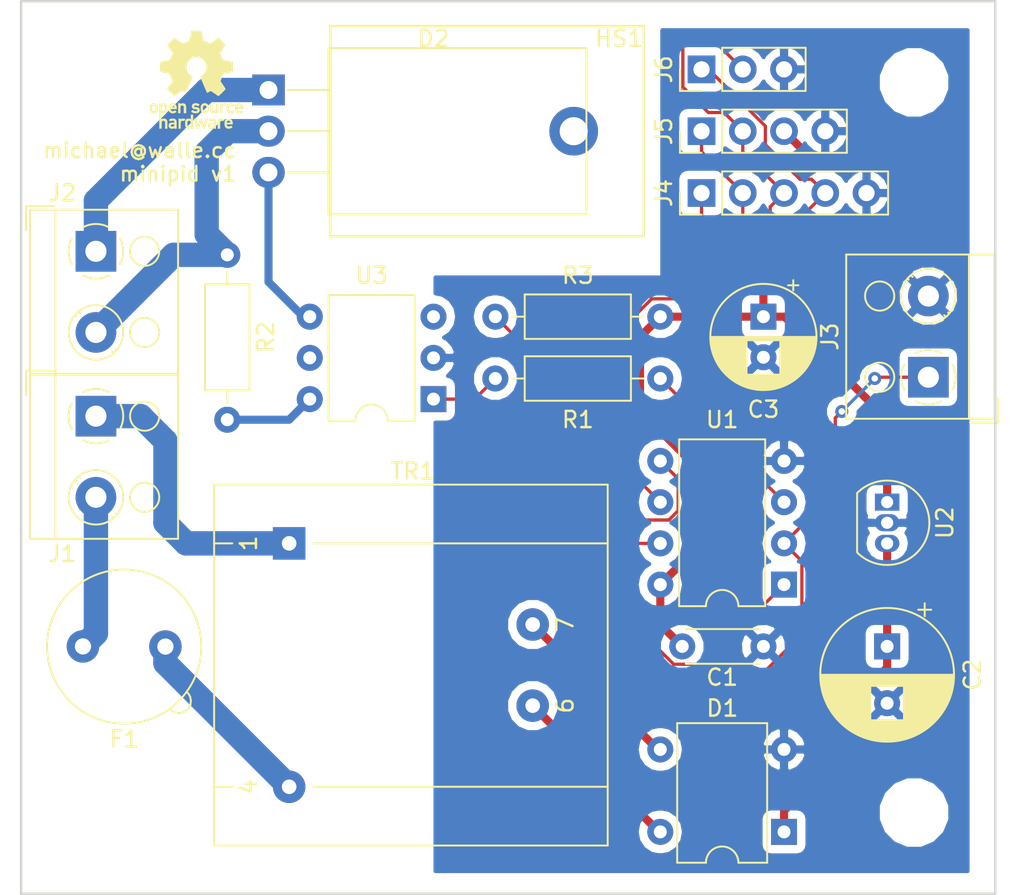
<source format=kicad_pcb>
(kicad_pcb (version 20171130) (host pcbnew 5.0.0+dfsg1-2~bpo9+1)

  (general
    (thickness 1.6)
    (drawings 14)
    (tracks 125)
    (zones 0)
    (modules 25)
    (nets 23)
  )

  (page A4)
  (layers
    (0 F.Cu signal)
    (31 B.Cu signal)
    (32 B.Adhes user)
    (33 F.Adhes user)
    (34 B.Paste user)
    (35 F.Paste user)
    (36 B.SilkS user)
    (37 F.SilkS user)
    (38 B.Mask user)
    (39 F.Mask user)
    (40 Dwgs.User user)
    (41 Cmts.User user)
    (42 Eco1.User user)
    (43 Eco2.User user)
    (44 Edge.Cuts user)
    (45 Margin user)
    (46 B.CrtYd user)
    (47 F.CrtYd user)
    (48 B.Fab user)
    (49 F.Fab user)
  )

  (setup
    (last_trace_width 0.5)
    (user_trace_width 0.5)
    (user_trace_width 1.5)
    (trace_clearance 0.2)
    (zone_clearance 0.508)
    (zone_45_only no)
    (trace_min 0.2)
    (segment_width 0.2)
    (edge_width 0.15)
    (via_size 0.8)
    (via_drill 0.4)
    (via_min_size 0.4)
    (via_min_drill 0.3)
    (uvia_size 0.3)
    (uvia_drill 0.1)
    (uvias_allowed no)
    (uvia_min_size 0.3)
    (uvia_min_drill 0.1)
    (pcb_text_width 0.3)
    (pcb_text_size 1.5 1.5)
    (mod_edge_width 0.15)
    (mod_text_size 1 1)
    (mod_text_width 0.15)
    (pad_size 3.2 3.2)
    (pad_drill 3.2)
    (pad_to_mask_clearance 0.2)
    (aux_axis_origin 0 0)
    (grid_origin 50 145)
    (visible_elements FFFFFF3F)
    (pcbplotparams
      (layerselection 0x010fc_ffffffff)
      (usegerberextensions true)
      (usegerberattributes false)
      (usegerberadvancedattributes false)
      (creategerberjobfile false)
      (excludeedgelayer true)
      (linewidth 0.100000)
      (plotframeref false)
      (viasonmask false)
      (mode 1)
      (useauxorigin false)
      (hpglpennumber 1)
      (hpglpenspeed 20)
      (hpglpendiameter 15.000000)
      (psnegative false)
      (psa4output false)
      (plotreference true)
      (plotvalue true)
      (plotinvisibletext false)
      (padsonsilk false)
      (subtractmaskfromsilk false)
      (outputformat 1)
      (mirror false)
      (drillshape 0)
      (scaleselection 1)
      (outputdirectory "gerber/"))
  )

  (net 0 "")
  (net 1 "Net-(F1-Pad2)")
  (net 2 "Net-(D1-Pad3)")
  (net 3 "Net-(D1-Pad4)")
  (net 4 RST#)
  (net 5 AIN)
  (net 6 OUT)
  (net 7 GND)
  (net 8 MOSI_SDA_RX)
  (net 9 MISO_TX)
  (net 10 SCK_SCL)
  (net 11 VCC)
  (net 12 "Net-(C2-Pad1)")
  (net 13 "Net-(D2-Pad1)")
  (net 14 "Net-(D2-Pad2)")
  (net 15 "Net-(D2-Pad3)")
  (net 16 "Net-(F1-Pad1)")
  (net 17 "Net-(R1-Pad1)")
  (net 18 "Net-(R2-Pad2)")
  (net 19 "Net-(U3-Pad3)")
  (net 20 "Net-(U3-Pad5)")
  (net 21 "Net-(J1-Pad1)")
  (net 22 "Net-(HS1-Pad1)")

  (net_class Default "Dies ist die voreingestellte Netzklasse."
    (clearance 0.2)
    (trace_width 0.2)
    (via_dia 0.8)
    (via_drill 0.4)
    (uvia_dia 0.3)
    (uvia_drill 0.1)
    (add_net AIN)
    (add_net GND)
    (add_net MISO_TX)
    (add_net MOSI_SDA_RX)
    (add_net "Net-(C2-Pad1)")
    (add_net "Net-(D1-Pad3)")
    (add_net "Net-(D1-Pad4)")
    (add_net "Net-(D2-Pad1)")
    (add_net "Net-(D2-Pad2)")
    (add_net "Net-(D2-Pad3)")
    (add_net "Net-(F1-Pad1)")
    (add_net "Net-(F1-Pad2)")
    (add_net "Net-(HS1-Pad1)")
    (add_net "Net-(J1-Pad1)")
    (add_net "Net-(R1-Pad1)")
    (add_net "Net-(R2-Pad2)")
    (add_net "Net-(U3-Pad3)")
    (add_net "Net-(U3-Pad5)")
    (add_net OUT)
    (add_net RST#)
    (add_net SCK_SCL)
    (add_net VCC)
  )

  (net_class "mains power" ""
    (clearance 0.2)
    (trace_width 5)
    (via_dia 0.8)
    (via_drill 0.4)
    (uvia_dia 0.3)
    (uvia_drill 0.1)
  )

  (module Transformer_THT:Transformer_Breve_TEZ-22x24 (layer F.Cu) (tedit 5BAFD9FF) (tstamp 5BB082FB)
    (at 66.51 123.41 270)
    (descr http://www.breve.pl/pdf/ANG/TEZ_ang.pdf)
    (tags "TEZ PCB Transformer")
    (path /5BA6C6E0)
    (fp_text reference TR1 (at -4.445 -7.62) (layer F.SilkS)
      (effects (font (size 1 1) (thickness 0.15)))
    )
    (fp_text value "6V 0.33VA" (at 7.25 -6 270) (layer F.Fab)
      (effects (font (size 1 1) (thickness 0.15)))
    )
    (fp_line (start 18.62 4.62) (end -3.62 4.62) (layer F.SilkS) (width 0.12))
    (fp_line (start 18.62 4.62) (end 18.62 -19.62) (layer F.SilkS) (width 0.12))
    (fp_line (start -3.62 -19.62) (end -3.62 4.62) (layer F.SilkS) (width 0.12))
    (fp_line (start -3.62 -19.62) (end 18.62 -19.62) (layer F.SilkS) (width 0.12))
    (fp_line (start 18.75 4.75) (end -3.75 4.75) (layer F.CrtYd) (width 0.05))
    (fp_line (start 18.75 4.75) (end 18.75 -19.75) (layer F.CrtYd) (width 0.05))
    (fp_line (start -3.75 -19.75) (end -3.75 4.75) (layer F.CrtYd) (width 0.05))
    (fp_line (start -3.75 -19.75) (end 18.75 -19.75) (layer F.CrtYd) (width 0.05))
    (fp_line (start -3.5 4.5) (end -3.5 -19.5) (layer F.Fab) (width 0.1))
    (fp_line (start 18.5 4.5) (end -3.5 4.5) (layer F.Fab) (width 0.1))
    (fp_line (start 18.5 -19.5) (end 18.5 4.5) (layer F.Fab) (width 0.1))
    (fp_line (start -3.5 -19.5) (end 18.5 -19.5) (layer F.Fab) (width 0.1))
    (fp_line (start 15 -1.5) (end 15 -19.62) (layer F.SilkS) (width 0.12))
    (fp_line (start 0 -1.5) (end 0 -19.62) (layer F.SilkS) (width 0.12))
    (fp_line (start 0 4.5) (end 0 -19.5) (layer F.Fab) (width 0.1))
    (fp_line (start 15 -19.5) (end 15 4.5) (layer F.Fab) (width 0.1))
    (fp_text user %R (at 7.5 -7.5 270) (layer F.Fab)
      (effects (font (size 1 1) (thickness 0.15)))
    )
    (fp_text user 1 (at 0 2.5 270) (layer F.SilkS)
      (effects (font (size 1 1) (thickness 0.15)))
    )
    (fp_text user 4 (at 15 2.5 270) (layer F.SilkS)
      (effects (font (size 1 1) (thickness 0.15)))
    )
    (fp_text user 6 (at 10 -17 270) (layer F.SilkS)
      (effects (font (size 1 1) (thickness 0.15)))
    )
    (fp_text user 7 (at 5 -17 270) (layer F.SilkS)
      (effects (font (size 1 1) (thickness 0.15)))
    )
    (fp_line (start 15 4.62) (end 15 3.5) (layer F.SilkS) (width 0.12))
    (fp_line (start 0 4.62) (end 0 3.5) (layer F.SilkS) (width 0.12))
    (pad 7 thru_hole circle (at 5 -15 270) (size 2 2) (drill 0.9) (layers *.Cu *.Mask)
      (net 2 "Net-(D1-Pad3)"))
    (pad 6 thru_hole circle (at 10 -15 270) (size 2 2) (drill 0.9) (layers *.Cu *.Mask)
      (net 3 "Net-(D1-Pad4)"))
    (pad 4 thru_hole circle (at 15 0 270) (size 2 2) (drill 0.9) (layers *.Cu *.Mask)
      (net 1 "Net-(F1-Pad2)"))
    (pad 1 thru_hole rect (at 0 0 270) (size 2 2) (drill 0.9) (layers *.Cu *.Mask)
      (net 21 "Net-(J1-Pad1)"))
    (model ${KISYS3DMOD}/Transformer_THT.3dshapes/Transformer_Breve_TEZ-22x24.wrl
      (at (xyz 0 0 0))
      (scale (xyz 1 1 1))
      (rotate (xyz 0 0 0))
    )
  )

  (module Heatsink:Heatsink_35x26mm_1xFixation3mm_Fischer-SK486-35 (layer F.Cu) (tedit 5BAFD76B) (tstamp 5BB08D84)
    (at 84.036 98.01)
    (descr "Heatsink, 35mm x 26mm, 1x Fixation 3mm, Fischer SK486-35")
    (tags heatsink)
    (path /5BAFABCC)
    (fp_text reference HS1 (at 2.794 -5.715) (layer F.SilkS)
      (effects (font (size 1 1) (thickness 0.15)))
    )
    (fp_text value Heatsink (at -8.54 8.08) (layer F.Fab)
      (effects (font (size 1 1) (thickness 0.15)))
    )
    (fp_line (start -14.985 6.475) (end 4.315 6.475) (layer F.SilkS) (width 0.15))
    (fp_line (start -14.985 -6.475) (end -14.985 6.475) (layer F.SilkS) (width 0.15))
    (fp_line (start 4.44 6.6) (end -15.11 6.6) (layer F.CrtYd) (width 0.05))
    (fp_line (start 4.315 6.475) (end 4.315 -6.475) (layer F.SilkS) (width 0.15))
    (fp_line (start 4.19 6.35) (end -14.86 6.35) (layer F.Fab) (width 0.1))
    (fp_line (start 4.19 -6.35) (end 4.19 6.35) (layer F.Fab) (width 0.1))
    (fp_line (start -14.86 6.35) (end -14.86 -6.35) (layer F.Fab) (width 0.1))
    (fp_line (start -15.11 -6.6) (end -15.11 6.6) (layer F.CrtYd) (width 0.05))
    (fp_text user %R (at -5.08 -2.54) (layer F.Fab)
      (effects (font (size 1 1) (thickness 0.15)))
    )
    (fp_line (start -15.11 -6.6) (end 4.44 -6.6) (layer F.CrtYd) (width 0.05))
    (fp_line (start 4.315 -6.475) (end -14.985 -6.475) (layer F.SilkS) (width 0.15))
    (fp_line (start 4.44 6.6) (end 4.44 -6.6) (layer F.CrtYd) (width 0.05))
    (fp_line (start -14.86 -6.35) (end 4.19 -6.35) (layer F.Fab) (width 0.1))
    (pad 1 thru_hole circle (at 0 0) (size 3 3) (drill 1.73) (layers *.Cu *.Mask)
      (net 22 "Net-(HS1-Pad1)"))
    (model ${KISYS3DMOD}/Heatsink.3dshapes/Heatsink_35x26mm_1xFixation3mm_Fischer-SK486-35.wrl
      (at (xyz 0 0 0))
      (scale (xyz 1 1 1))
      (rotate (xyz 0 0 0))
    )
  )

  (module Diode_THT:Diode_Bridge_DIP-4_W7.62mm_P5.08mm (layer F.Cu) (tedit 5A142105) (tstamp 5BB081CB)
    (at 96.99 141.19 180)
    (descr "4-lead dip package for diode bridges, row spacing 7.62 mm (300 mils), see http://cdn-reichelt.de/documents/datenblatt/A400/HDBL101G_20SERIES-TSC.pdf")
    (tags "DIL DIP PDIP 5.08mm 7.62mm 300mil")
    (path /5BA6D41B)
    (fp_text reference D1 (at 3.8 7.62 180) (layer F.SilkS)
      (effects (font (size 1 1) (thickness 0.15)))
    )
    (fp_text value DB1A70 (at 3.8 7.8 180) (layer F.Fab)
      (effects (font (size 1 1) (thickness 0.15)))
    )
    (fp_text user %R (at 3.81 2.54 180) (layer F.Fab)
      (effects (font (size 1 1) (thickness 0.15)))
    )
    (fp_line (start 6.58 -1.9) (end 4.81 -1.9) (layer F.SilkS) (width 0.12))
    (fp_line (start 6.58 6.7) (end 6.58 -1.9) (layer F.SilkS) (width 0.12))
    (fp_line (start 1.04 6.7) (end 6.58 6.7) (layer F.SilkS) (width 0.12))
    (fp_line (start 1.04 -1.9) (end 1.04 6.7) (layer F.SilkS) (width 0.12))
    (fp_line (start 2.81 -1.9) (end 1.04 -1.9) (layer F.SilkS) (width 0.12))
    (fp_line (start 0.635 -0.8) (end 1.635 -1.8) (layer F.Fab) (width 0.1))
    (fp_line (start 0.635 6.6) (end 0.635 -0.8) (layer F.Fab) (width 0.1))
    (fp_line (start 6.985 6.6) (end 0.635 6.6) (layer F.Fab) (width 0.1))
    (fp_line (start 6.985 -1.8) (end 6.985 6.6) (layer F.Fab) (width 0.1))
    (fp_line (start 1.635 -1.8) (end 6.985 -1.8) (layer F.Fab) (width 0.1))
    (fp_line (start -1.05 -2.05) (end 8.67 -2.05) (layer F.CrtYd) (width 0.05))
    (fp_line (start -1.05 -2.05) (end -1.05 6.85) (layer F.CrtYd) (width 0.05))
    (fp_line (start 8.67 6.85) (end 8.67 -2.05) (layer F.CrtYd) (width 0.05))
    (fp_line (start 8.67 6.85) (end -1.05 6.85) (layer F.CrtYd) (width 0.05))
    (fp_arc (start 3.81 -1.9) (end 2.81 -1.9) (angle -180) (layer F.SilkS) (width 0.12))
    (pad 4 thru_hole oval (at 7.62 0 180) (size 1.6 1.6) (drill 0.8) (layers *.Cu *.Mask)
      (net 3 "Net-(D1-Pad4)"))
    (pad 2 thru_hole oval (at 0 5.08 180) (size 1.6 1.6) (drill 0.8) (layers *.Cu *.Mask)
      (net 7 GND))
    (pad 3 thru_hole oval (at 7.62 5.08 180) (size 1.6 1.6) (drill 0.8) (layers *.Cu *.Mask)
      (net 2 "Net-(D1-Pad3)"))
    (pad 1 thru_hole rect (at 0 0 180) (size 1.6 1.6) (drill 0.8) (layers *.Cu *.Mask)
      (net 12 "Net-(C2-Pad1)"))
    (model ${KISYS3DMOD}/Diode_THT.3dshapes/Diode_Bridge_DIP-4_W7.62mm_P5.08mm.wrl
      (at (xyz 0 0 0))
      (scale (xyz 1 1 1))
      (rotate (xyz 0 0 0))
    )
  )

  (module Package_TO_SOT_THT:TO-220-3_Horizontal_TabDown (layer F.Cu) (tedit 5BAFA074) (tstamp 5BC6AAE0)
    (at 65.24 95.47 270)
    (descr "TO-220-3, Horizontal, RM 2.54mm, see https://www.vishay.com/docs/66542/to-220-1.pdf")
    (tags "TO-220-3 Horizontal RM 2.54mm")
    (path /5BA6DD63)
    (fp_text reference D2 (at -3.175 -10.16) (layer F.SilkS)
      (effects (font (size 1 1) (thickness 0.15)))
    )
    (fp_text value "BTA 08/600BW" (at 2.54 2 270) (layer F.Fab)
      (effects (font (size 1 1) (thickness 0.15)))
    )
    (fp_circle (center 2.54 -16.66) (end 4.39 -16.66) (layer F.Fab) (width 0.1))
    (fp_line (start -2.46 -13.06) (end -2.46 -19.46) (layer F.Fab) (width 0.1))
    (fp_line (start -2.46 -19.46) (end 7.54 -19.46) (layer F.Fab) (width 0.1))
    (fp_line (start 7.54 -19.46) (end 7.54 -13.06) (layer F.Fab) (width 0.1))
    (fp_line (start 7.54 -13.06) (end -2.46 -13.06) (layer F.Fab) (width 0.1))
    (fp_line (start -2.46 -3.81) (end -2.46 -13.06) (layer F.Fab) (width 0.1))
    (fp_line (start -2.46 -13.06) (end 7.54 -13.06) (layer F.Fab) (width 0.1))
    (fp_line (start 7.54 -13.06) (end 7.54 -3.81) (layer F.Fab) (width 0.1))
    (fp_line (start 7.54 -3.81) (end -2.46 -3.81) (layer F.Fab) (width 0.1))
    (fp_line (start 0 -3.81) (end 0 0) (layer F.Fab) (width 0.1))
    (fp_line (start 2.54 -3.81) (end 2.54 0) (layer F.Fab) (width 0.1))
    (fp_line (start 5.08 -3.81) (end 5.08 0) (layer F.Fab) (width 0.1))
    (fp_line (start -2.58 -3.69) (end 7.66 -3.69) (layer F.SilkS) (width 0.12))
    (fp_line (start -2.58 -19.58) (end 7.66 -19.58) (layer F.SilkS) (width 0.12))
    (fp_line (start -2.58 -19.58) (end -2.58 -3.69) (layer F.SilkS) (width 0.12))
    (fp_line (start 7.66 -19.58) (end 7.66 -3.69) (layer F.SilkS) (width 0.12))
    (fp_line (start 0 -3.69) (end 0 -1.15) (layer F.SilkS) (width 0.12))
    (fp_line (start 2.54 -3.69) (end 2.54 -1.15) (layer F.SilkS) (width 0.12))
    (fp_line (start 5.08 -3.69) (end 5.08 -1.15) (layer F.SilkS) (width 0.12))
    (fp_line (start -2.71 -19.71) (end -2.71 1.25) (layer F.CrtYd) (width 0.05))
    (fp_line (start -2.71 1.25) (end 7.79 1.25) (layer F.CrtYd) (width 0.05))
    (fp_line (start 7.79 1.25) (end 7.79 -19.71) (layer F.CrtYd) (width 0.05))
    (fp_line (start 7.79 -19.71) (end -2.71 -19.71) (layer F.CrtYd) (width 0.05))
    (fp_text user %R (at 2.54 -20.58 270) (layer F.Fab)
      (effects (font (size 1 1) (thickness 0.15)))
    )
    (pad 1 thru_hole rect (at 0 0 270) (size 1.905 2) (drill 1.1) (layers *.Cu *.Mask)
      (net 13 "Net-(D2-Pad1)"))
    (pad 2 thru_hole oval (at 2.54 0 270) (size 1.905 2) (drill 1.1) (layers *.Cu *.Mask)
      (net 14 "Net-(D2-Pad2)"))
    (pad 3 thru_hole oval (at 5.08 0 270) (size 1.905 2) (drill 1.1) (layers *.Cu *.Mask)
      (net 15 "Net-(D2-Pad3)"))
    (model ${KISYS3DMOD}/Package_TO_SOT_THT.3dshapes/TO-220-3_Horizontal_TabDown.wrl
      (at (xyz 0 0 0))
      (scale (xyz 1 1 1))
      (rotate (xyz 0 0 0))
    )
  )

  (module Package_TO_SOT_THT:TO-92_Inline (layer F.Cu) (tedit 5A1DD157) (tstamp 5BB200E5)
    (at 103.34 120.87 270)
    (descr "TO-92 leads in-line, narrow, oval pads, drill 0.75mm (see NXP sot054_po.pdf)")
    (tags "to-92 sc-43 sc-43a sot54 PA33 transistor")
    (path /5BB9A0B4)
    (fp_text reference U2 (at 1.27 -3.56 270) (layer F.SilkS)
      (effects (font (size 1 1) (thickness 0.15)))
    )
    (fp_text value LP2950-5.0_TO92 (at 1.27 2.79 270) (layer F.Fab)
      (effects (font (size 1 1) (thickness 0.15)))
    )
    (fp_text user %R (at 1.27 -3.56 270) (layer F.Fab)
      (effects (font (size 1 1) (thickness 0.15)))
    )
    (fp_line (start -0.53 1.85) (end 3.07 1.85) (layer F.SilkS) (width 0.12))
    (fp_line (start -0.5 1.75) (end 3 1.75) (layer F.Fab) (width 0.1))
    (fp_line (start -1.46 -2.73) (end 4 -2.73) (layer F.CrtYd) (width 0.05))
    (fp_line (start -1.46 -2.73) (end -1.46 2.01) (layer F.CrtYd) (width 0.05))
    (fp_line (start 4 2.01) (end 4 -2.73) (layer F.CrtYd) (width 0.05))
    (fp_line (start 4 2.01) (end -1.46 2.01) (layer F.CrtYd) (width 0.05))
    (fp_arc (start 1.27 0) (end 1.27 -2.48) (angle 135) (layer F.Fab) (width 0.1))
    (fp_arc (start 1.27 0) (end 1.27 -2.6) (angle -135) (layer F.SilkS) (width 0.12))
    (fp_arc (start 1.27 0) (end 1.27 -2.48) (angle -135) (layer F.Fab) (width 0.1))
    (fp_arc (start 1.27 0) (end 1.27 -2.6) (angle 135) (layer F.SilkS) (width 0.12))
    (pad 2 thru_hole oval (at 1.27 0 270) (size 1.05 1.5) (drill 0.75) (layers *.Cu *.Mask)
      (net 7 GND))
    (pad 3 thru_hole oval (at 2.54 0 270) (size 1.05 1.5) (drill 0.75) (layers *.Cu *.Mask)
      (net 12 "Net-(C2-Pad1)"))
    (pad 1 thru_hole rect (at 0 0 270) (size 1.05 1.5) (drill 0.75) (layers *.Cu *.Mask)
      (net 11 VCC))
    (model ${KISYS3DMOD}/Package_TO_SOT_THT.3dshapes/TO-92_Inline.wrl
      (at (xyz 0 0 0))
      (scale (xyz 1 1 1))
      (rotate (xyz 0 0 0))
    )
  )

  (module Package_DIP:DIP-6_W7.62mm (layer F.Cu) (tedit 5A02E8C5) (tstamp 5BAF8B4D)
    (at 75.4 114.52 180)
    (descr "6-lead though-hole mounted DIP package, row spacing 7.62 mm (300 mils)")
    (tags "THT DIP DIL PDIP 2.54mm 7.62mm 300mil")
    (path /5BA6DB66)
    (fp_text reference U3 (at 3.81 7.62 180) (layer F.SilkS)
      (effects (font (size 1 1) (thickness 0.15)))
    )
    (fp_text value MOC3063M (at 3.81 7.41 180) (layer F.Fab)
      (effects (font (size 1 1) (thickness 0.15)))
    )
    (fp_arc (start 3.81 -1.33) (end 2.81 -1.33) (angle -180) (layer F.SilkS) (width 0.12))
    (fp_line (start 1.635 -1.27) (end 6.985 -1.27) (layer F.Fab) (width 0.1))
    (fp_line (start 6.985 -1.27) (end 6.985 6.35) (layer F.Fab) (width 0.1))
    (fp_line (start 6.985 6.35) (end 0.635 6.35) (layer F.Fab) (width 0.1))
    (fp_line (start 0.635 6.35) (end 0.635 -0.27) (layer F.Fab) (width 0.1))
    (fp_line (start 0.635 -0.27) (end 1.635 -1.27) (layer F.Fab) (width 0.1))
    (fp_line (start 2.81 -1.33) (end 1.16 -1.33) (layer F.SilkS) (width 0.12))
    (fp_line (start 1.16 -1.33) (end 1.16 6.41) (layer F.SilkS) (width 0.12))
    (fp_line (start 1.16 6.41) (end 6.46 6.41) (layer F.SilkS) (width 0.12))
    (fp_line (start 6.46 6.41) (end 6.46 -1.33) (layer F.SilkS) (width 0.12))
    (fp_line (start 6.46 -1.33) (end 4.81 -1.33) (layer F.SilkS) (width 0.12))
    (fp_line (start -1.1 -1.55) (end -1.1 6.6) (layer F.CrtYd) (width 0.05))
    (fp_line (start -1.1 6.6) (end 8.7 6.6) (layer F.CrtYd) (width 0.05))
    (fp_line (start 8.7 6.6) (end 8.7 -1.55) (layer F.CrtYd) (width 0.05))
    (fp_line (start 8.7 -1.55) (end -1.1 -1.55) (layer F.CrtYd) (width 0.05))
    (fp_text user %R (at 3.81 2.54 180) (layer F.Fab)
      (effects (font (size 1 1) (thickness 0.15)))
    )
    (pad 1 thru_hole rect (at 0 0 180) (size 1.6 1.6) (drill 0.8) (layers *.Cu *.Mask)
      (net 17 "Net-(R1-Pad1)"))
    (pad 4 thru_hole oval (at 7.62 5.08 180) (size 1.6 1.6) (drill 0.8) (layers *.Cu *.Mask)
      (net 15 "Net-(D2-Pad3)"))
    (pad 2 thru_hole oval (at 0 2.54 180) (size 1.6 1.6) (drill 0.8) (layers *.Cu *.Mask)
      (net 7 GND))
    (pad 5 thru_hole oval (at 7.62 2.54 180) (size 1.6 1.6) (drill 0.8) (layers *.Cu *.Mask)
      (net 20 "Net-(U3-Pad5)"))
    (pad 3 thru_hole oval (at 0 5.08 180) (size 1.6 1.6) (drill 0.8) (layers *.Cu *.Mask)
      (net 19 "Net-(U3-Pad3)"))
    (pad 6 thru_hole oval (at 7.62 0 180) (size 1.6 1.6) (drill 0.8) (layers *.Cu *.Mask)
      (net 18 "Net-(R2-Pad2)"))
    (model ${KISYS3DMOD}/Package_DIP.3dshapes/DIP-6_W7.62mm.wrl
      (at (xyz 0 0 0))
      (scale (xyz 1 1 1))
      (rotate (xyz 0 0 0))
    )
  )

  (module Package_DIP:DIP-8_W7.62mm (layer F.Cu) (tedit 5BAFD4ED) (tstamp 5BB09CA4)
    (at 96.99 125.95 180)
    (descr "8-lead though-hole mounted DIP package, row spacing 7.62 mm (300 mils)")
    (tags "THT DIP DIL PDIP 2.54mm 7.62mm 300mil")
    (path /5BB9B0B7)
    (fp_text reference U1 (at 3.81 10.16 180) (layer F.SilkS)
      (effects (font (size 1 1) (thickness 0.15)))
    )
    (fp_text value ATtiny45-20PU (at 3.81 9.95 180) (layer F.Fab)
      (effects (font (size 1 1) (thickness 0.15)))
    )
    (fp_arc (start 3.81 -1.33) (end 2.81 -1.33) (angle -180) (layer F.SilkS) (width 0.12))
    (fp_line (start 1.635 -1.27) (end 6.985 -1.27) (layer F.Fab) (width 0.1))
    (fp_line (start 6.985 -1.27) (end 6.985 8.89) (layer F.Fab) (width 0.1))
    (fp_line (start 6.985 8.89) (end 0.635 8.89) (layer F.Fab) (width 0.1))
    (fp_line (start 0.635 8.89) (end 0.635 -0.27) (layer F.Fab) (width 0.1))
    (fp_line (start 0.635 -0.27) (end 1.635 -1.27) (layer F.Fab) (width 0.1))
    (fp_line (start 2.81 -1.33) (end 1.16 -1.33) (layer F.SilkS) (width 0.12))
    (fp_line (start 1.16 -1.33) (end 1.16 8.95) (layer F.SilkS) (width 0.12))
    (fp_line (start 1.16 8.95) (end 6.46 8.95) (layer F.SilkS) (width 0.12))
    (fp_line (start 6.46 8.95) (end 6.46 -1.33) (layer F.SilkS) (width 0.12))
    (fp_line (start 6.46 -1.33) (end 4.81 -1.33) (layer F.SilkS) (width 0.12))
    (fp_line (start -1.1 -1.55) (end -1.1 9.15) (layer F.CrtYd) (width 0.05))
    (fp_line (start -1.1 9.15) (end 8.7 9.15) (layer F.CrtYd) (width 0.05))
    (fp_line (start 8.7 9.15) (end 8.7 -1.55) (layer F.CrtYd) (width 0.05))
    (fp_line (start 8.7 -1.55) (end -1.1 -1.55) (layer F.CrtYd) (width 0.05))
    (fp_text user %R (at 3.81 3.81 180) (layer F.Fab)
      (effects (font (size 1 1) (thickness 0.15)))
    )
    (pad 1 thru_hole rect (at 0 0 180) (size 1.6 1.6) (drill 0.8) (layers *.Cu *.Mask)
      (net 4 RST#))
    (pad 5 thru_hole oval (at 7.62 7.62 180) (size 1.6 1.6) (drill 0.8) (layers *.Cu *.Mask)
      (net 8 MOSI_SDA_RX))
    (pad 2 thru_hole oval (at 0 2.54 180) (size 1.6 1.6) (drill 0.8) (layers *.Cu *.Mask)
      (net 5 AIN))
    (pad 6 thru_hole oval (at 7.62 5.08 180) (size 1.6 1.6) (drill 0.8) (layers *.Cu *.Mask)
      (net 9 MISO_TX))
    (pad 3 thru_hole oval (at 0 5.08 180) (size 1.6 1.6) (drill 0.8) (layers *.Cu *.Mask)
      (net 6 OUT))
    (pad 7 thru_hole oval (at 7.62 2.54 180) (size 1.6 1.6) (drill 0.8) (layers *.Cu *.Mask)
      (net 10 SCK_SCL))
    (pad 4 thru_hole oval (at 0 7.62 180) (size 1.6 1.6) (drill 0.8) (layers *.Cu *.Mask)
      (net 7 GND))
    (pad 8 thru_hole oval (at 7.62 0 180) (size 1.6 1.6) (drill 0.8) (layers *.Cu *.Mask)
      (net 11 VCC))
    (model ${KISYS3DMOD}/Package_DIP.3dshapes/DIP-8_W7.62mm.wrl
      (at (xyz 0 0 0))
      (scale (xyz 1 1 1))
      (rotate (xyz 0 0 0))
    )
  )

  (module Capacitor_THT:CP_Radial_D6.3mm_P2.50mm (layer F.Cu) (tedit 5AE50EF0) (tstamp 5BC9D037)
    (at 95.72 109.44 270)
    (descr "CP, Radial series, Radial, pin pitch=2.50mm, , diameter=6.3mm, Electrolytic Capacitor")
    (tags "CP Radial series Radial pin pitch 2.50mm  diameter 6.3mm Electrolytic Capacitor")
    (path /5BA6D879)
    (fp_text reference C3 (at 5.715 0) (layer F.SilkS)
      (effects (font (size 1 1) (thickness 0.15)))
    )
    (fp_text value 100u (at 1.25 4.4 270) (layer F.Fab)
      (effects (font (size 1 1) (thickness 0.15)))
    )
    (fp_circle (center 1.25 0) (end 4.4 0) (layer F.Fab) (width 0.1))
    (fp_circle (center 1.25 0) (end 4.52 0) (layer F.SilkS) (width 0.12))
    (fp_circle (center 1.25 0) (end 4.65 0) (layer F.CrtYd) (width 0.05))
    (fp_line (start -1.443972 -1.3735) (end -0.813972 -1.3735) (layer F.Fab) (width 0.1))
    (fp_line (start -1.128972 -1.6885) (end -1.128972 -1.0585) (layer F.Fab) (width 0.1))
    (fp_line (start 1.25 -3.23) (end 1.25 3.23) (layer F.SilkS) (width 0.12))
    (fp_line (start 1.29 -3.23) (end 1.29 3.23) (layer F.SilkS) (width 0.12))
    (fp_line (start 1.33 -3.23) (end 1.33 3.23) (layer F.SilkS) (width 0.12))
    (fp_line (start 1.37 -3.228) (end 1.37 3.228) (layer F.SilkS) (width 0.12))
    (fp_line (start 1.41 -3.227) (end 1.41 3.227) (layer F.SilkS) (width 0.12))
    (fp_line (start 1.45 -3.224) (end 1.45 3.224) (layer F.SilkS) (width 0.12))
    (fp_line (start 1.49 -3.222) (end 1.49 -1.04) (layer F.SilkS) (width 0.12))
    (fp_line (start 1.49 1.04) (end 1.49 3.222) (layer F.SilkS) (width 0.12))
    (fp_line (start 1.53 -3.218) (end 1.53 -1.04) (layer F.SilkS) (width 0.12))
    (fp_line (start 1.53 1.04) (end 1.53 3.218) (layer F.SilkS) (width 0.12))
    (fp_line (start 1.57 -3.215) (end 1.57 -1.04) (layer F.SilkS) (width 0.12))
    (fp_line (start 1.57 1.04) (end 1.57 3.215) (layer F.SilkS) (width 0.12))
    (fp_line (start 1.61 -3.211) (end 1.61 -1.04) (layer F.SilkS) (width 0.12))
    (fp_line (start 1.61 1.04) (end 1.61 3.211) (layer F.SilkS) (width 0.12))
    (fp_line (start 1.65 -3.206) (end 1.65 -1.04) (layer F.SilkS) (width 0.12))
    (fp_line (start 1.65 1.04) (end 1.65 3.206) (layer F.SilkS) (width 0.12))
    (fp_line (start 1.69 -3.201) (end 1.69 -1.04) (layer F.SilkS) (width 0.12))
    (fp_line (start 1.69 1.04) (end 1.69 3.201) (layer F.SilkS) (width 0.12))
    (fp_line (start 1.73 -3.195) (end 1.73 -1.04) (layer F.SilkS) (width 0.12))
    (fp_line (start 1.73 1.04) (end 1.73 3.195) (layer F.SilkS) (width 0.12))
    (fp_line (start 1.77 -3.189) (end 1.77 -1.04) (layer F.SilkS) (width 0.12))
    (fp_line (start 1.77 1.04) (end 1.77 3.189) (layer F.SilkS) (width 0.12))
    (fp_line (start 1.81 -3.182) (end 1.81 -1.04) (layer F.SilkS) (width 0.12))
    (fp_line (start 1.81 1.04) (end 1.81 3.182) (layer F.SilkS) (width 0.12))
    (fp_line (start 1.85 -3.175) (end 1.85 -1.04) (layer F.SilkS) (width 0.12))
    (fp_line (start 1.85 1.04) (end 1.85 3.175) (layer F.SilkS) (width 0.12))
    (fp_line (start 1.89 -3.167) (end 1.89 -1.04) (layer F.SilkS) (width 0.12))
    (fp_line (start 1.89 1.04) (end 1.89 3.167) (layer F.SilkS) (width 0.12))
    (fp_line (start 1.93 -3.159) (end 1.93 -1.04) (layer F.SilkS) (width 0.12))
    (fp_line (start 1.93 1.04) (end 1.93 3.159) (layer F.SilkS) (width 0.12))
    (fp_line (start 1.971 -3.15) (end 1.971 -1.04) (layer F.SilkS) (width 0.12))
    (fp_line (start 1.971 1.04) (end 1.971 3.15) (layer F.SilkS) (width 0.12))
    (fp_line (start 2.011 -3.141) (end 2.011 -1.04) (layer F.SilkS) (width 0.12))
    (fp_line (start 2.011 1.04) (end 2.011 3.141) (layer F.SilkS) (width 0.12))
    (fp_line (start 2.051 -3.131) (end 2.051 -1.04) (layer F.SilkS) (width 0.12))
    (fp_line (start 2.051 1.04) (end 2.051 3.131) (layer F.SilkS) (width 0.12))
    (fp_line (start 2.091 -3.121) (end 2.091 -1.04) (layer F.SilkS) (width 0.12))
    (fp_line (start 2.091 1.04) (end 2.091 3.121) (layer F.SilkS) (width 0.12))
    (fp_line (start 2.131 -3.11) (end 2.131 -1.04) (layer F.SilkS) (width 0.12))
    (fp_line (start 2.131 1.04) (end 2.131 3.11) (layer F.SilkS) (width 0.12))
    (fp_line (start 2.171 -3.098) (end 2.171 -1.04) (layer F.SilkS) (width 0.12))
    (fp_line (start 2.171 1.04) (end 2.171 3.098) (layer F.SilkS) (width 0.12))
    (fp_line (start 2.211 -3.086) (end 2.211 -1.04) (layer F.SilkS) (width 0.12))
    (fp_line (start 2.211 1.04) (end 2.211 3.086) (layer F.SilkS) (width 0.12))
    (fp_line (start 2.251 -3.074) (end 2.251 -1.04) (layer F.SilkS) (width 0.12))
    (fp_line (start 2.251 1.04) (end 2.251 3.074) (layer F.SilkS) (width 0.12))
    (fp_line (start 2.291 -3.061) (end 2.291 -1.04) (layer F.SilkS) (width 0.12))
    (fp_line (start 2.291 1.04) (end 2.291 3.061) (layer F.SilkS) (width 0.12))
    (fp_line (start 2.331 -3.047) (end 2.331 -1.04) (layer F.SilkS) (width 0.12))
    (fp_line (start 2.331 1.04) (end 2.331 3.047) (layer F.SilkS) (width 0.12))
    (fp_line (start 2.371 -3.033) (end 2.371 -1.04) (layer F.SilkS) (width 0.12))
    (fp_line (start 2.371 1.04) (end 2.371 3.033) (layer F.SilkS) (width 0.12))
    (fp_line (start 2.411 -3.018) (end 2.411 -1.04) (layer F.SilkS) (width 0.12))
    (fp_line (start 2.411 1.04) (end 2.411 3.018) (layer F.SilkS) (width 0.12))
    (fp_line (start 2.451 -3.002) (end 2.451 -1.04) (layer F.SilkS) (width 0.12))
    (fp_line (start 2.451 1.04) (end 2.451 3.002) (layer F.SilkS) (width 0.12))
    (fp_line (start 2.491 -2.986) (end 2.491 -1.04) (layer F.SilkS) (width 0.12))
    (fp_line (start 2.491 1.04) (end 2.491 2.986) (layer F.SilkS) (width 0.12))
    (fp_line (start 2.531 -2.97) (end 2.531 -1.04) (layer F.SilkS) (width 0.12))
    (fp_line (start 2.531 1.04) (end 2.531 2.97) (layer F.SilkS) (width 0.12))
    (fp_line (start 2.571 -2.952) (end 2.571 -1.04) (layer F.SilkS) (width 0.12))
    (fp_line (start 2.571 1.04) (end 2.571 2.952) (layer F.SilkS) (width 0.12))
    (fp_line (start 2.611 -2.934) (end 2.611 -1.04) (layer F.SilkS) (width 0.12))
    (fp_line (start 2.611 1.04) (end 2.611 2.934) (layer F.SilkS) (width 0.12))
    (fp_line (start 2.651 -2.916) (end 2.651 -1.04) (layer F.SilkS) (width 0.12))
    (fp_line (start 2.651 1.04) (end 2.651 2.916) (layer F.SilkS) (width 0.12))
    (fp_line (start 2.691 -2.896) (end 2.691 -1.04) (layer F.SilkS) (width 0.12))
    (fp_line (start 2.691 1.04) (end 2.691 2.896) (layer F.SilkS) (width 0.12))
    (fp_line (start 2.731 -2.876) (end 2.731 -1.04) (layer F.SilkS) (width 0.12))
    (fp_line (start 2.731 1.04) (end 2.731 2.876) (layer F.SilkS) (width 0.12))
    (fp_line (start 2.771 -2.856) (end 2.771 -1.04) (layer F.SilkS) (width 0.12))
    (fp_line (start 2.771 1.04) (end 2.771 2.856) (layer F.SilkS) (width 0.12))
    (fp_line (start 2.811 -2.834) (end 2.811 -1.04) (layer F.SilkS) (width 0.12))
    (fp_line (start 2.811 1.04) (end 2.811 2.834) (layer F.SilkS) (width 0.12))
    (fp_line (start 2.851 -2.812) (end 2.851 -1.04) (layer F.SilkS) (width 0.12))
    (fp_line (start 2.851 1.04) (end 2.851 2.812) (layer F.SilkS) (width 0.12))
    (fp_line (start 2.891 -2.79) (end 2.891 -1.04) (layer F.SilkS) (width 0.12))
    (fp_line (start 2.891 1.04) (end 2.891 2.79) (layer F.SilkS) (width 0.12))
    (fp_line (start 2.931 -2.766) (end 2.931 -1.04) (layer F.SilkS) (width 0.12))
    (fp_line (start 2.931 1.04) (end 2.931 2.766) (layer F.SilkS) (width 0.12))
    (fp_line (start 2.971 -2.742) (end 2.971 -1.04) (layer F.SilkS) (width 0.12))
    (fp_line (start 2.971 1.04) (end 2.971 2.742) (layer F.SilkS) (width 0.12))
    (fp_line (start 3.011 -2.716) (end 3.011 -1.04) (layer F.SilkS) (width 0.12))
    (fp_line (start 3.011 1.04) (end 3.011 2.716) (layer F.SilkS) (width 0.12))
    (fp_line (start 3.051 -2.69) (end 3.051 -1.04) (layer F.SilkS) (width 0.12))
    (fp_line (start 3.051 1.04) (end 3.051 2.69) (layer F.SilkS) (width 0.12))
    (fp_line (start 3.091 -2.664) (end 3.091 -1.04) (layer F.SilkS) (width 0.12))
    (fp_line (start 3.091 1.04) (end 3.091 2.664) (layer F.SilkS) (width 0.12))
    (fp_line (start 3.131 -2.636) (end 3.131 -1.04) (layer F.SilkS) (width 0.12))
    (fp_line (start 3.131 1.04) (end 3.131 2.636) (layer F.SilkS) (width 0.12))
    (fp_line (start 3.171 -2.607) (end 3.171 -1.04) (layer F.SilkS) (width 0.12))
    (fp_line (start 3.171 1.04) (end 3.171 2.607) (layer F.SilkS) (width 0.12))
    (fp_line (start 3.211 -2.578) (end 3.211 -1.04) (layer F.SilkS) (width 0.12))
    (fp_line (start 3.211 1.04) (end 3.211 2.578) (layer F.SilkS) (width 0.12))
    (fp_line (start 3.251 -2.548) (end 3.251 -1.04) (layer F.SilkS) (width 0.12))
    (fp_line (start 3.251 1.04) (end 3.251 2.548) (layer F.SilkS) (width 0.12))
    (fp_line (start 3.291 -2.516) (end 3.291 -1.04) (layer F.SilkS) (width 0.12))
    (fp_line (start 3.291 1.04) (end 3.291 2.516) (layer F.SilkS) (width 0.12))
    (fp_line (start 3.331 -2.484) (end 3.331 -1.04) (layer F.SilkS) (width 0.12))
    (fp_line (start 3.331 1.04) (end 3.331 2.484) (layer F.SilkS) (width 0.12))
    (fp_line (start 3.371 -2.45) (end 3.371 -1.04) (layer F.SilkS) (width 0.12))
    (fp_line (start 3.371 1.04) (end 3.371 2.45) (layer F.SilkS) (width 0.12))
    (fp_line (start 3.411 -2.416) (end 3.411 -1.04) (layer F.SilkS) (width 0.12))
    (fp_line (start 3.411 1.04) (end 3.411 2.416) (layer F.SilkS) (width 0.12))
    (fp_line (start 3.451 -2.38) (end 3.451 -1.04) (layer F.SilkS) (width 0.12))
    (fp_line (start 3.451 1.04) (end 3.451 2.38) (layer F.SilkS) (width 0.12))
    (fp_line (start 3.491 -2.343) (end 3.491 -1.04) (layer F.SilkS) (width 0.12))
    (fp_line (start 3.491 1.04) (end 3.491 2.343) (layer F.SilkS) (width 0.12))
    (fp_line (start 3.531 -2.305) (end 3.531 -1.04) (layer F.SilkS) (width 0.12))
    (fp_line (start 3.531 1.04) (end 3.531 2.305) (layer F.SilkS) (width 0.12))
    (fp_line (start 3.571 -2.265) (end 3.571 2.265) (layer F.SilkS) (width 0.12))
    (fp_line (start 3.611 -2.224) (end 3.611 2.224) (layer F.SilkS) (width 0.12))
    (fp_line (start 3.651 -2.182) (end 3.651 2.182) (layer F.SilkS) (width 0.12))
    (fp_line (start 3.691 -2.137) (end 3.691 2.137) (layer F.SilkS) (width 0.12))
    (fp_line (start 3.731 -2.092) (end 3.731 2.092) (layer F.SilkS) (width 0.12))
    (fp_line (start 3.771 -2.044) (end 3.771 2.044) (layer F.SilkS) (width 0.12))
    (fp_line (start 3.811 -1.995) (end 3.811 1.995) (layer F.SilkS) (width 0.12))
    (fp_line (start 3.851 -1.944) (end 3.851 1.944) (layer F.SilkS) (width 0.12))
    (fp_line (start 3.891 -1.89) (end 3.891 1.89) (layer F.SilkS) (width 0.12))
    (fp_line (start 3.931 -1.834) (end 3.931 1.834) (layer F.SilkS) (width 0.12))
    (fp_line (start 3.971 -1.776) (end 3.971 1.776) (layer F.SilkS) (width 0.12))
    (fp_line (start 4.011 -1.714) (end 4.011 1.714) (layer F.SilkS) (width 0.12))
    (fp_line (start 4.051 -1.65) (end 4.051 1.65) (layer F.SilkS) (width 0.12))
    (fp_line (start 4.091 -1.581) (end 4.091 1.581) (layer F.SilkS) (width 0.12))
    (fp_line (start 4.131 -1.509) (end 4.131 1.509) (layer F.SilkS) (width 0.12))
    (fp_line (start 4.171 -1.432) (end 4.171 1.432) (layer F.SilkS) (width 0.12))
    (fp_line (start 4.211 -1.35) (end 4.211 1.35) (layer F.SilkS) (width 0.12))
    (fp_line (start 4.251 -1.262) (end 4.251 1.262) (layer F.SilkS) (width 0.12))
    (fp_line (start 4.291 -1.165) (end 4.291 1.165) (layer F.SilkS) (width 0.12))
    (fp_line (start 4.331 -1.059) (end 4.331 1.059) (layer F.SilkS) (width 0.12))
    (fp_line (start 4.371 -0.94) (end 4.371 0.94) (layer F.SilkS) (width 0.12))
    (fp_line (start 4.411 -0.802) (end 4.411 0.802) (layer F.SilkS) (width 0.12))
    (fp_line (start 4.451 -0.633) (end 4.451 0.633) (layer F.SilkS) (width 0.12))
    (fp_line (start 4.491 -0.402) (end 4.491 0.402) (layer F.SilkS) (width 0.12))
    (fp_line (start -2.250241 -1.839) (end -1.620241 -1.839) (layer F.SilkS) (width 0.12))
    (fp_line (start -1.935241 -2.154) (end -1.935241 -1.524) (layer F.SilkS) (width 0.12))
    (fp_text user %R (at 1.25 0 270) (layer F.Fab)
      (effects (font (size 1 1) (thickness 0.15)))
    )
    (pad 1 thru_hole rect (at 0 0 270) (size 1.6 1.6) (drill 0.8) (layers *.Cu *.Mask)
      (net 11 VCC))
    (pad 2 thru_hole circle (at 2.5 0 270) (size 1.6 1.6) (drill 0.8) (layers *.Cu *.Mask)
      (net 7 GND))
    (model ${KISYS3DMOD}/Capacitor_THT.3dshapes/CP_Radial_D6.3mm_P2.50mm.wrl
      (at (xyz 0 0 0))
      (scale (xyz 1 1 1))
      (rotate (xyz 0 0 0))
    )
  )

  (module Capacitor_THT:CP_Radial_D8.0mm_P3.50mm (layer F.Cu) (tedit 5AE50EF0) (tstamp 5BB20300)
    (at 103.34 129.76 270)
    (descr "CP, Radial series, Radial, pin pitch=3.50mm, , diameter=8mm, Electrolytic Capacitor")
    (tags "CP Radial series Radial pin pitch 3.50mm  diameter 8mm Electrolytic Capacitor")
    (path /5BA6D783)
    (fp_text reference C2 (at 1.75 -5.25 270) (layer F.SilkS)
      (effects (font (size 1 1) (thickness 0.15)))
    )
    (fp_text value 330u (at 1.75 5.25 270) (layer F.Fab)
      (effects (font (size 1 1) (thickness 0.15)))
    )
    (fp_circle (center 1.75 0) (end 5.75 0) (layer F.Fab) (width 0.1))
    (fp_circle (center 1.75 0) (end 5.87 0) (layer F.SilkS) (width 0.12))
    (fp_circle (center 1.75 0) (end 6 0) (layer F.CrtYd) (width 0.05))
    (fp_line (start -1.676759 -1.7475) (end -0.876759 -1.7475) (layer F.Fab) (width 0.1))
    (fp_line (start -1.276759 -2.1475) (end -1.276759 -1.3475) (layer F.Fab) (width 0.1))
    (fp_line (start 1.75 -4.08) (end 1.75 4.08) (layer F.SilkS) (width 0.12))
    (fp_line (start 1.79 -4.08) (end 1.79 4.08) (layer F.SilkS) (width 0.12))
    (fp_line (start 1.83 -4.08) (end 1.83 4.08) (layer F.SilkS) (width 0.12))
    (fp_line (start 1.87 -4.079) (end 1.87 4.079) (layer F.SilkS) (width 0.12))
    (fp_line (start 1.91 -4.077) (end 1.91 4.077) (layer F.SilkS) (width 0.12))
    (fp_line (start 1.95 -4.076) (end 1.95 4.076) (layer F.SilkS) (width 0.12))
    (fp_line (start 1.99 -4.074) (end 1.99 4.074) (layer F.SilkS) (width 0.12))
    (fp_line (start 2.03 -4.071) (end 2.03 4.071) (layer F.SilkS) (width 0.12))
    (fp_line (start 2.07 -4.068) (end 2.07 4.068) (layer F.SilkS) (width 0.12))
    (fp_line (start 2.11 -4.065) (end 2.11 4.065) (layer F.SilkS) (width 0.12))
    (fp_line (start 2.15 -4.061) (end 2.15 4.061) (layer F.SilkS) (width 0.12))
    (fp_line (start 2.19 -4.057) (end 2.19 4.057) (layer F.SilkS) (width 0.12))
    (fp_line (start 2.23 -4.052) (end 2.23 4.052) (layer F.SilkS) (width 0.12))
    (fp_line (start 2.27 -4.048) (end 2.27 4.048) (layer F.SilkS) (width 0.12))
    (fp_line (start 2.31 -4.042) (end 2.31 4.042) (layer F.SilkS) (width 0.12))
    (fp_line (start 2.35 -4.037) (end 2.35 4.037) (layer F.SilkS) (width 0.12))
    (fp_line (start 2.39 -4.03) (end 2.39 4.03) (layer F.SilkS) (width 0.12))
    (fp_line (start 2.43 -4.024) (end 2.43 4.024) (layer F.SilkS) (width 0.12))
    (fp_line (start 2.471 -4.017) (end 2.471 -1.04) (layer F.SilkS) (width 0.12))
    (fp_line (start 2.471 1.04) (end 2.471 4.017) (layer F.SilkS) (width 0.12))
    (fp_line (start 2.511 -4.01) (end 2.511 -1.04) (layer F.SilkS) (width 0.12))
    (fp_line (start 2.511 1.04) (end 2.511 4.01) (layer F.SilkS) (width 0.12))
    (fp_line (start 2.551 -4.002) (end 2.551 -1.04) (layer F.SilkS) (width 0.12))
    (fp_line (start 2.551 1.04) (end 2.551 4.002) (layer F.SilkS) (width 0.12))
    (fp_line (start 2.591 -3.994) (end 2.591 -1.04) (layer F.SilkS) (width 0.12))
    (fp_line (start 2.591 1.04) (end 2.591 3.994) (layer F.SilkS) (width 0.12))
    (fp_line (start 2.631 -3.985) (end 2.631 -1.04) (layer F.SilkS) (width 0.12))
    (fp_line (start 2.631 1.04) (end 2.631 3.985) (layer F.SilkS) (width 0.12))
    (fp_line (start 2.671 -3.976) (end 2.671 -1.04) (layer F.SilkS) (width 0.12))
    (fp_line (start 2.671 1.04) (end 2.671 3.976) (layer F.SilkS) (width 0.12))
    (fp_line (start 2.711 -3.967) (end 2.711 -1.04) (layer F.SilkS) (width 0.12))
    (fp_line (start 2.711 1.04) (end 2.711 3.967) (layer F.SilkS) (width 0.12))
    (fp_line (start 2.751 -3.957) (end 2.751 -1.04) (layer F.SilkS) (width 0.12))
    (fp_line (start 2.751 1.04) (end 2.751 3.957) (layer F.SilkS) (width 0.12))
    (fp_line (start 2.791 -3.947) (end 2.791 -1.04) (layer F.SilkS) (width 0.12))
    (fp_line (start 2.791 1.04) (end 2.791 3.947) (layer F.SilkS) (width 0.12))
    (fp_line (start 2.831 -3.936) (end 2.831 -1.04) (layer F.SilkS) (width 0.12))
    (fp_line (start 2.831 1.04) (end 2.831 3.936) (layer F.SilkS) (width 0.12))
    (fp_line (start 2.871 -3.925) (end 2.871 -1.04) (layer F.SilkS) (width 0.12))
    (fp_line (start 2.871 1.04) (end 2.871 3.925) (layer F.SilkS) (width 0.12))
    (fp_line (start 2.911 -3.914) (end 2.911 -1.04) (layer F.SilkS) (width 0.12))
    (fp_line (start 2.911 1.04) (end 2.911 3.914) (layer F.SilkS) (width 0.12))
    (fp_line (start 2.951 -3.902) (end 2.951 -1.04) (layer F.SilkS) (width 0.12))
    (fp_line (start 2.951 1.04) (end 2.951 3.902) (layer F.SilkS) (width 0.12))
    (fp_line (start 2.991 -3.889) (end 2.991 -1.04) (layer F.SilkS) (width 0.12))
    (fp_line (start 2.991 1.04) (end 2.991 3.889) (layer F.SilkS) (width 0.12))
    (fp_line (start 3.031 -3.877) (end 3.031 -1.04) (layer F.SilkS) (width 0.12))
    (fp_line (start 3.031 1.04) (end 3.031 3.877) (layer F.SilkS) (width 0.12))
    (fp_line (start 3.071 -3.863) (end 3.071 -1.04) (layer F.SilkS) (width 0.12))
    (fp_line (start 3.071 1.04) (end 3.071 3.863) (layer F.SilkS) (width 0.12))
    (fp_line (start 3.111 -3.85) (end 3.111 -1.04) (layer F.SilkS) (width 0.12))
    (fp_line (start 3.111 1.04) (end 3.111 3.85) (layer F.SilkS) (width 0.12))
    (fp_line (start 3.151 -3.835) (end 3.151 -1.04) (layer F.SilkS) (width 0.12))
    (fp_line (start 3.151 1.04) (end 3.151 3.835) (layer F.SilkS) (width 0.12))
    (fp_line (start 3.191 -3.821) (end 3.191 -1.04) (layer F.SilkS) (width 0.12))
    (fp_line (start 3.191 1.04) (end 3.191 3.821) (layer F.SilkS) (width 0.12))
    (fp_line (start 3.231 -3.805) (end 3.231 -1.04) (layer F.SilkS) (width 0.12))
    (fp_line (start 3.231 1.04) (end 3.231 3.805) (layer F.SilkS) (width 0.12))
    (fp_line (start 3.271 -3.79) (end 3.271 -1.04) (layer F.SilkS) (width 0.12))
    (fp_line (start 3.271 1.04) (end 3.271 3.79) (layer F.SilkS) (width 0.12))
    (fp_line (start 3.311 -3.774) (end 3.311 -1.04) (layer F.SilkS) (width 0.12))
    (fp_line (start 3.311 1.04) (end 3.311 3.774) (layer F.SilkS) (width 0.12))
    (fp_line (start 3.351 -3.757) (end 3.351 -1.04) (layer F.SilkS) (width 0.12))
    (fp_line (start 3.351 1.04) (end 3.351 3.757) (layer F.SilkS) (width 0.12))
    (fp_line (start 3.391 -3.74) (end 3.391 -1.04) (layer F.SilkS) (width 0.12))
    (fp_line (start 3.391 1.04) (end 3.391 3.74) (layer F.SilkS) (width 0.12))
    (fp_line (start 3.431 -3.722) (end 3.431 -1.04) (layer F.SilkS) (width 0.12))
    (fp_line (start 3.431 1.04) (end 3.431 3.722) (layer F.SilkS) (width 0.12))
    (fp_line (start 3.471 -3.704) (end 3.471 -1.04) (layer F.SilkS) (width 0.12))
    (fp_line (start 3.471 1.04) (end 3.471 3.704) (layer F.SilkS) (width 0.12))
    (fp_line (start 3.511 -3.686) (end 3.511 -1.04) (layer F.SilkS) (width 0.12))
    (fp_line (start 3.511 1.04) (end 3.511 3.686) (layer F.SilkS) (width 0.12))
    (fp_line (start 3.551 -3.666) (end 3.551 -1.04) (layer F.SilkS) (width 0.12))
    (fp_line (start 3.551 1.04) (end 3.551 3.666) (layer F.SilkS) (width 0.12))
    (fp_line (start 3.591 -3.647) (end 3.591 -1.04) (layer F.SilkS) (width 0.12))
    (fp_line (start 3.591 1.04) (end 3.591 3.647) (layer F.SilkS) (width 0.12))
    (fp_line (start 3.631 -3.627) (end 3.631 -1.04) (layer F.SilkS) (width 0.12))
    (fp_line (start 3.631 1.04) (end 3.631 3.627) (layer F.SilkS) (width 0.12))
    (fp_line (start 3.671 -3.606) (end 3.671 -1.04) (layer F.SilkS) (width 0.12))
    (fp_line (start 3.671 1.04) (end 3.671 3.606) (layer F.SilkS) (width 0.12))
    (fp_line (start 3.711 -3.584) (end 3.711 -1.04) (layer F.SilkS) (width 0.12))
    (fp_line (start 3.711 1.04) (end 3.711 3.584) (layer F.SilkS) (width 0.12))
    (fp_line (start 3.751 -3.562) (end 3.751 -1.04) (layer F.SilkS) (width 0.12))
    (fp_line (start 3.751 1.04) (end 3.751 3.562) (layer F.SilkS) (width 0.12))
    (fp_line (start 3.791 -3.54) (end 3.791 -1.04) (layer F.SilkS) (width 0.12))
    (fp_line (start 3.791 1.04) (end 3.791 3.54) (layer F.SilkS) (width 0.12))
    (fp_line (start 3.831 -3.517) (end 3.831 -1.04) (layer F.SilkS) (width 0.12))
    (fp_line (start 3.831 1.04) (end 3.831 3.517) (layer F.SilkS) (width 0.12))
    (fp_line (start 3.871 -3.493) (end 3.871 -1.04) (layer F.SilkS) (width 0.12))
    (fp_line (start 3.871 1.04) (end 3.871 3.493) (layer F.SilkS) (width 0.12))
    (fp_line (start 3.911 -3.469) (end 3.911 -1.04) (layer F.SilkS) (width 0.12))
    (fp_line (start 3.911 1.04) (end 3.911 3.469) (layer F.SilkS) (width 0.12))
    (fp_line (start 3.951 -3.444) (end 3.951 -1.04) (layer F.SilkS) (width 0.12))
    (fp_line (start 3.951 1.04) (end 3.951 3.444) (layer F.SilkS) (width 0.12))
    (fp_line (start 3.991 -3.418) (end 3.991 -1.04) (layer F.SilkS) (width 0.12))
    (fp_line (start 3.991 1.04) (end 3.991 3.418) (layer F.SilkS) (width 0.12))
    (fp_line (start 4.031 -3.392) (end 4.031 -1.04) (layer F.SilkS) (width 0.12))
    (fp_line (start 4.031 1.04) (end 4.031 3.392) (layer F.SilkS) (width 0.12))
    (fp_line (start 4.071 -3.365) (end 4.071 -1.04) (layer F.SilkS) (width 0.12))
    (fp_line (start 4.071 1.04) (end 4.071 3.365) (layer F.SilkS) (width 0.12))
    (fp_line (start 4.111 -3.338) (end 4.111 -1.04) (layer F.SilkS) (width 0.12))
    (fp_line (start 4.111 1.04) (end 4.111 3.338) (layer F.SilkS) (width 0.12))
    (fp_line (start 4.151 -3.309) (end 4.151 -1.04) (layer F.SilkS) (width 0.12))
    (fp_line (start 4.151 1.04) (end 4.151 3.309) (layer F.SilkS) (width 0.12))
    (fp_line (start 4.191 -3.28) (end 4.191 -1.04) (layer F.SilkS) (width 0.12))
    (fp_line (start 4.191 1.04) (end 4.191 3.28) (layer F.SilkS) (width 0.12))
    (fp_line (start 4.231 -3.25) (end 4.231 -1.04) (layer F.SilkS) (width 0.12))
    (fp_line (start 4.231 1.04) (end 4.231 3.25) (layer F.SilkS) (width 0.12))
    (fp_line (start 4.271 -3.22) (end 4.271 -1.04) (layer F.SilkS) (width 0.12))
    (fp_line (start 4.271 1.04) (end 4.271 3.22) (layer F.SilkS) (width 0.12))
    (fp_line (start 4.311 -3.189) (end 4.311 -1.04) (layer F.SilkS) (width 0.12))
    (fp_line (start 4.311 1.04) (end 4.311 3.189) (layer F.SilkS) (width 0.12))
    (fp_line (start 4.351 -3.156) (end 4.351 -1.04) (layer F.SilkS) (width 0.12))
    (fp_line (start 4.351 1.04) (end 4.351 3.156) (layer F.SilkS) (width 0.12))
    (fp_line (start 4.391 -3.124) (end 4.391 -1.04) (layer F.SilkS) (width 0.12))
    (fp_line (start 4.391 1.04) (end 4.391 3.124) (layer F.SilkS) (width 0.12))
    (fp_line (start 4.431 -3.09) (end 4.431 -1.04) (layer F.SilkS) (width 0.12))
    (fp_line (start 4.431 1.04) (end 4.431 3.09) (layer F.SilkS) (width 0.12))
    (fp_line (start 4.471 -3.055) (end 4.471 -1.04) (layer F.SilkS) (width 0.12))
    (fp_line (start 4.471 1.04) (end 4.471 3.055) (layer F.SilkS) (width 0.12))
    (fp_line (start 4.511 -3.019) (end 4.511 -1.04) (layer F.SilkS) (width 0.12))
    (fp_line (start 4.511 1.04) (end 4.511 3.019) (layer F.SilkS) (width 0.12))
    (fp_line (start 4.551 -2.983) (end 4.551 2.983) (layer F.SilkS) (width 0.12))
    (fp_line (start 4.591 -2.945) (end 4.591 2.945) (layer F.SilkS) (width 0.12))
    (fp_line (start 4.631 -2.907) (end 4.631 2.907) (layer F.SilkS) (width 0.12))
    (fp_line (start 4.671 -2.867) (end 4.671 2.867) (layer F.SilkS) (width 0.12))
    (fp_line (start 4.711 -2.826) (end 4.711 2.826) (layer F.SilkS) (width 0.12))
    (fp_line (start 4.751 -2.784) (end 4.751 2.784) (layer F.SilkS) (width 0.12))
    (fp_line (start 4.791 -2.741) (end 4.791 2.741) (layer F.SilkS) (width 0.12))
    (fp_line (start 4.831 -2.697) (end 4.831 2.697) (layer F.SilkS) (width 0.12))
    (fp_line (start 4.871 -2.651) (end 4.871 2.651) (layer F.SilkS) (width 0.12))
    (fp_line (start 4.911 -2.604) (end 4.911 2.604) (layer F.SilkS) (width 0.12))
    (fp_line (start 4.951 -2.556) (end 4.951 2.556) (layer F.SilkS) (width 0.12))
    (fp_line (start 4.991 -2.505) (end 4.991 2.505) (layer F.SilkS) (width 0.12))
    (fp_line (start 5.031 -2.454) (end 5.031 2.454) (layer F.SilkS) (width 0.12))
    (fp_line (start 5.071 -2.4) (end 5.071 2.4) (layer F.SilkS) (width 0.12))
    (fp_line (start 5.111 -2.345) (end 5.111 2.345) (layer F.SilkS) (width 0.12))
    (fp_line (start 5.151 -2.287) (end 5.151 2.287) (layer F.SilkS) (width 0.12))
    (fp_line (start 5.191 -2.228) (end 5.191 2.228) (layer F.SilkS) (width 0.12))
    (fp_line (start 5.231 -2.166) (end 5.231 2.166) (layer F.SilkS) (width 0.12))
    (fp_line (start 5.271 -2.102) (end 5.271 2.102) (layer F.SilkS) (width 0.12))
    (fp_line (start 5.311 -2.034) (end 5.311 2.034) (layer F.SilkS) (width 0.12))
    (fp_line (start 5.351 -1.964) (end 5.351 1.964) (layer F.SilkS) (width 0.12))
    (fp_line (start 5.391 -1.89) (end 5.391 1.89) (layer F.SilkS) (width 0.12))
    (fp_line (start 5.431 -1.813) (end 5.431 1.813) (layer F.SilkS) (width 0.12))
    (fp_line (start 5.471 -1.731) (end 5.471 1.731) (layer F.SilkS) (width 0.12))
    (fp_line (start 5.511 -1.645) (end 5.511 1.645) (layer F.SilkS) (width 0.12))
    (fp_line (start 5.551 -1.552) (end 5.551 1.552) (layer F.SilkS) (width 0.12))
    (fp_line (start 5.591 -1.453) (end 5.591 1.453) (layer F.SilkS) (width 0.12))
    (fp_line (start 5.631 -1.346) (end 5.631 1.346) (layer F.SilkS) (width 0.12))
    (fp_line (start 5.671 -1.229) (end 5.671 1.229) (layer F.SilkS) (width 0.12))
    (fp_line (start 5.711 -1.098) (end 5.711 1.098) (layer F.SilkS) (width 0.12))
    (fp_line (start 5.751 -0.948) (end 5.751 0.948) (layer F.SilkS) (width 0.12))
    (fp_line (start 5.791 -0.768) (end 5.791 0.768) (layer F.SilkS) (width 0.12))
    (fp_line (start 5.831 -0.533) (end 5.831 0.533) (layer F.SilkS) (width 0.12))
    (fp_line (start -2.659698 -2.315) (end -1.859698 -2.315) (layer F.SilkS) (width 0.12))
    (fp_line (start -2.259698 -2.715) (end -2.259698 -1.915) (layer F.SilkS) (width 0.12))
    (fp_text user %R (at 1.75 0 270) (layer F.Fab)
      (effects (font (size 1 1) (thickness 0.15)))
    )
    (pad 1 thru_hole rect (at 0 0 270) (size 1.6 1.6) (drill 0.8) (layers *.Cu *.Mask)
      (net 12 "Net-(C2-Pad1)"))
    (pad 2 thru_hole circle (at 3.5 0 270) (size 1.6 1.6) (drill 0.8) (layers *.Cu *.Mask)
      (net 7 GND))
    (model ${KISYS3DMOD}/Capacitor_THT.3dshapes/CP_Radial_D8.0mm_P3.50mm.wrl
      (at (xyz 0 0 0))
      (scale (xyz 1 1 1))
      (rotate (xyz 0 0 0))
    )
  )

  (module Capacitor_THT:C_Disc_D4.3mm_W1.9mm_P5.00mm (layer F.Cu) (tedit 5AE50EF0) (tstamp 5BCA1292)
    (at 90.72 129.76)
    (descr "C, Disc series, Radial, pin pitch=5.00mm, , diameter*width=4.3*1.9mm^2, Capacitor, http://www.vishay.com/docs/45233/krseries.pdf")
    (tags "C Disc series Radial pin pitch 5.00mm  diameter 4.3mm width 1.9mm Capacitor")
    (path /5BA6D95C)
    (fp_text reference C1 (at 2.46 1.905) (layer F.SilkS)
      (effects (font (size 1 1) (thickness 0.15)))
    )
    (fp_text value 100n (at 2.5 2.2) (layer F.Fab)
      (effects (font (size 1 1) (thickness 0.15)))
    )
    (fp_line (start 0.35 -0.95) (end 0.35 0.95) (layer F.Fab) (width 0.1))
    (fp_line (start 0.35 0.95) (end 4.65 0.95) (layer F.Fab) (width 0.1))
    (fp_line (start 4.65 0.95) (end 4.65 -0.95) (layer F.Fab) (width 0.1))
    (fp_line (start 4.65 -0.95) (end 0.35 -0.95) (layer F.Fab) (width 0.1))
    (fp_line (start 0.23 -1.07) (end 4.77 -1.07) (layer F.SilkS) (width 0.12))
    (fp_line (start 0.23 1.07) (end 4.77 1.07) (layer F.SilkS) (width 0.12))
    (fp_line (start 0.23 -1.07) (end 0.23 -1.055) (layer F.SilkS) (width 0.12))
    (fp_line (start 0.23 1.055) (end 0.23 1.07) (layer F.SilkS) (width 0.12))
    (fp_line (start 4.77 -1.07) (end 4.77 -1.055) (layer F.SilkS) (width 0.12))
    (fp_line (start 4.77 1.055) (end 4.77 1.07) (layer F.SilkS) (width 0.12))
    (fp_line (start -1.05 -1.2) (end -1.05 1.2) (layer F.CrtYd) (width 0.05))
    (fp_line (start -1.05 1.2) (end 6.05 1.2) (layer F.CrtYd) (width 0.05))
    (fp_line (start 6.05 1.2) (end 6.05 -1.2) (layer F.CrtYd) (width 0.05))
    (fp_line (start 6.05 -1.2) (end -1.05 -1.2) (layer F.CrtYd) (width 0.05))
    (fp_text user %R (at 2.5 0) (layer F.Fab)
      (effects (font (size 0.86 0.86) (thickness 0.129)))
    )
    (pad 1 thru_hole circle (at 0 0) (size 1.6 1.6) (drill 0.8) (layers *.Cu *.Mask)
      (net 11 VCC))
    (pad 2 thru_hole circle (at 5 0) (size 1.6 1.6) (drill 0.8) (layers *.Cu *.Mask)
      (net 7 GND))
    (model ${KISYS3DMOD}/Capacitor_THT.3dshapes/C_Disc_D4.3mm_W1.9mm_P5.00mm.wrl
      (at (xyz 0 0 0))
      (scale (xyz 1 1 1))
      (rotate (xyz 0 0 0))
    )
  )

  (module Resistor_THT:R_Axial_DIN0207_L6.3mm_D2.5mm_P10.16mm_Horizontal (layer F.Cu) (tedit 5BAF8247) (tstamp 5BC9CDAC)
    (at 79.21 113.25)
    (descr "Resistor, Axial_DIN0207 series, Axial, Horizontal, pin pitch=10.16mm, 0.25W = 1/4W, length*diameter=6.3*2.5mm^2, http://cdn-reichelt.de/documents/datenblatt/B400/1_4W%23YAG.pdf")
    (tags "Resistor Axial_DIN0207 series Axial Horizontal pin pitch 10.16mm 0.25W = 1/4W length 6.3mm diameter 2.5mm")
    (path /5BA7E142)
    (fp_text reference R1 (at 5.08 2.54) (layer F.SilkS)
      (effects (font (size 1 1) (thickness 0.15)))
    )
    (fp_text value 330 (at 2.54 2.54) (layer F.Fab)
      (effects (font (size 1 1) (thickness 0.15)))
    )
    (fp_text user %R (at 5.08 0) (layer F.Fab)
      (effects (font (size 1 1) (thickness 0.15)))
    )
    (fp_line (start 11.21 -1.5) (end -1.05 -1.5) (layer F.CrtYd) (width 0.05))
    (fp_line (start 11.21 1.5) (end 11.21 -1.5) (layer F.CrtYd) (width 0.05))
    (fp_line (start -1.05 1.5) (end 11.21 1.5) (layer F.CrtYd) (width 0.05))
    (fp_line (start -1.05 -1.5) (end -1.05 1.5) (layer F.CrtYd) (width 0.05))
    (fp_line (start 9.12 0) (end 8.35 0) (layer F.SilkS) (width 0.12))
    (fp_line (start 1.04 0) (end 1.81 0) (layer F.SilkS) (width 0.12))
    (fp_line (start 8.35 -1.37) (end 1.81 -1.37) (layer F.SilkS) (width 0.12))
    (fp_line (start 8.35 1.37) (end 8.35 -1.37) (layer F.SilkS) (width 0.12))
    (fp_line (start 1.81 1.37) (end 8.35 1.37) (layer F.SilkS) (width 0.12))
    (fp_line (start 1.81 -1.37) (end 1.81 1.37) (layer F.SilkS) (width 0.12))
    (fp_line (start 10.16 0) (end 8.23 0) (layer F.Fab) (width 0.1))
    (fp_line (start 0 0) (end 1.93 0) (layer F.Fab) (width 0.1))
    (fp_line (start 8.23 -1.25) (end 1.93 -1.25) (layer F.Fab) (width 0.1))
    (fp_line (start 8.23 1.25) (end 8.23 -1.25) (layer F.Fab) (width 0.1))
    (fp_line (start 1.93 1.25) (end 8.23 1.25) (layer F.Fab) (width 0.1))
    (fp_line (start 1.93 -1.25) (end 1.93 1.25) (layer F.Fab) (width 0.1))
    (pad 2 thru_hole oval (at 10.16 0) (size 1.6 1.6) (drill 0.8) (layers *.Cu *.Mask)
      (net 6 OUT))
    (pad 1 thru_hole circle (at 0 0) (size 1.6 1.6) (drill 0.8) (layers *.Cu *.Mask)
      (net 17 "Net-(R1-Pad1)"))
    (model ${KISYS3DMOD}/Resistor_THT.3dshapes/R_Axial_DIN0207_L6.3mm_D2.5mm_P10.16mm_Horizontal.wrl
      (at (xyz 0 0 0))
      (scale (xyz 1 1 1))
      (rotate (xyz 0 0 0))
    )
  )

  (module Resistor_THT:R_Axial_DIN0207_L6.3mm_D2.5mm_P10.16mm_Horizontal (layer F.Cu) (tedit 5AE5139B) (tstamp 5BB09899)
    (at 89.37 109.44 180)
    (descr "Resistor, Axial_DIN0207 series, Axial, Horizontal, pin pitch=10.16mm, 0.25W = 1/4W, length*diameter=6.3*2.5mm^2, http://cdn-reichelt.de/documents/datenblatt/B400/1_4W%23YAG.pdf")
    (tags "Resistor Axial_DIN0207 series Axial Horizontal pin pitch 10.16mm 0.25W = 1/4W length 6.3mm diameter 2.5mm")
    (path /5BA85796)
    (fp_text reference R3 (at 5.08 2.54 180) (layer F.SilkS)
      (effects (font (size 1 1) (thickness 0.15)))
    )
    (fp_text value 1k (at 7.62 2.54 180) (layer F.Fab)
      (effects (font (size 1 1) (thickness 0.15)))
    )
    (fp_line (start 1.93 -1.25) (end 1.93 1.25) (layer F.Fab) (width 0.1))
    (fp_line (start 1.93 1.25) (end 8.23 1.25) (layer F.Fab) (width 0.1))
    (fp_line (start 8.23 1.25) (end 8.23 -1.25) (layer F.Fab) (width 0.1))
    (fp_line (start 8.23 -1.25) (end 1.93 -1.25) (layer F.Fab) (width 0.1))
    (fp_line (start 0 0) (end 1.93 0) (layer F.Fab) (width 0.1))
    (fp_line (start 10.16 0) (end 8.23 0) (layer F.Fab) (width 0.1))
    (fp_line (start 1.81 -1.37) (end 1.81 1.37) (layer F.SilkS) (width 0.12))
    (fp_line (start 1.81 1.37) (end 8.35 1.37) (layer F.SilkS) (width 0.12))
    (fp_line (start 8.35 1.37) (end 8.35 -1.37) (layer F.SilkS) (width 0.12))
    (fp_line (start 8.35 -1.37) (end 1.81 -1.37) (layer F.SilkS) (width 0.12))
    (fp_line (start 1.04 0) (end 1.81 0) (layer F.SilkS) (width 0.12))
    (fp_line (start 9.12 0) (end 8.35 0) (layer F.SilkS) (width 0.12))
    (fp_line (start -1.05 -1.5) (end -1.05 1.5) (layer F.CrtYd) (width 0.05))
    (fp_line (start -1.05 1.5) (end 11.21 1.5) (layer F.CrtYd) (width 0.05))
    (fp_line (start 11.21 1.5) (end 11.21 -1.5) (layer F.CrtYd) (width 0.05))
    (fp_line (start 11.21 -1.5) (end -1.05 -1.5) (layer F.CrtYd) (width 0.05))
    (fp_text user %R (at 5.08 0 180) (layer F.Fab)
      (effects (font (size 1 1) (thickness 0.15)))
    )
    (pad 1 thru_hole circle (at 0 0 180) (size 1.6 1.6) (drill 0.8) (layers *.Cu *.Mask)
      (net 11 VCC))
    (pad 2 thru_hole oval (at 10.16 0 180) (size 1.6 1.6) (drill 0.8) (layers *.Cu *.Mask)
      (net 5 AIN))
    (model ${KISYS3DMOD}/Resistor_THT.3dshapes/R_Axial_DIN0207_L6.3mm_D2.5mm_P10.16mm_Horizontal.wrl
      (at (xyz 0 0 0))
      (scale (xyz 1 1 1))
      (rotate (xyz 0 0 0))
    )
  )

  (module MountingHole:MountingHole_3.2mm_M3 (layer F.Cu) (tedit 5BA81816) (tstamp 5BC8142B)
    (at 105 140)
    (descr "Mounting Hole 3.2mm, no annular, M3")
    (tags "mounting hole 3.2mm no annular m3")
    (path /5BB018EC)
    (attr virtual)
    (fp_text reference MH3 (at 0 -4.2) (layer F.SilkS) hide
      (effects (font (size 1 1) (thickness 0.15)))
    )
    (fp_text value MountingHole (at 0 4.2) (layer F.Fab) hide
      (effects (font (size 1 1) (thickness 0.15)))
    )
    (fp_text user %R (at 0.3 0) (layer F.Fab)
      (effects (font (size 1 1) (thickness 0.15)))
    )
    (fp_circle (center 0 0) (end 3.2 0) (layer Cmts.User) (width 0.15))
    (fp_circle (center 0 0) (end 3.45 0) (layer F.CrtYd) (width 0.05))
    (pad 1 np_thru_hole circle (at 0 0) (size 3.2 3.2) (drill 3.2) (layers *.Cu *.Mask))
  )

  (module MountingHole:MountingHole_3.2mm_M3 (layer F.Cu) (tedit 5BA81809) (tstamp 5BC8142B)
    (at 55 95)
    (descr "Mounting Hole 3.2mm, no annular, M3")
    (tags "mounting hole 3.2mm no annular m3")
    (path /5BB018AC)
    (attr virtual)
    (fp_text reference MH2 (at 0 -4.2) (layer F.SilkS) hide
      (effects (font (size 1 1) (thickness 0.15)))
    )
    (fp_text value MountingHole (at 0 4.2) (layer F.Fab) hide
      (effects (font (size 1 1) (thickness 0.15)))
    )
    (fp_text user %R (at 0.3 0) (layer F.Fab)
      (effects (font (size 1 1) (thickness 0.15)))
    )
    (fp_circle (center 0 0) (end 3.2 0) (layer Cmts.User) (width 0.15))
    (fp_circle (center 0 0) (end 3.45 0) (layer F.CrtYd) (width 0.05))
    (pad 1 np_thru_hole circle (at 0 0) (size 3.2 3.2) (drill 3.2) (layers *.Cu *.Mask))
  )

  (module MountingHole:MountingHole_3.2mm_M3 (layer F.Cu) (tedit 5BA81736) (tstamp 5BC8142B)
    (at 55 140)
    (descr "Mounting Hole 3.2mm, no annular, M3")
    (tags "mounting hole 3.2mm no annular m3")
    (path /5BB01758)
    (attr virtual)
    (fp_text reference MH1 (at 0 -4.2) (layer F.SilkS) hide
      (effects (font (size 1 1) (thickness 0.15)))
    )
    (fp_text value MountingHole (at 0 4.2) (layer F.Fab) hide
      (effects (font (size 1 1) (thickness 0.15)))
    )
    (fp_text user %R (at 0.3 0) (layer F.Fab)
      (effects (font (size 1 1) (thickness 0.15)))
    )
    (fp_circle (center 0 0) (end 3.2 0) (layer Cmts.User) (width 0.15))
    (fp_circle (center 0 0) (end 3.45 0) (layer F.CrtYd) (width 0.05))
    (pad 1 np_thru_hole circle (at 0 0) (size 3.2 3.2) (drill 3.2) (layers *.Cu *.Mask))
  )

  (module TerminalBlock_RND:TerminalBlock_RND_205-00001_1x02_P5.00mm_Horizontal (layer F.Cu) (tedit 5B294F8C) (tstamp 5BC9DF33)
    (at 54.61 115.57 270)
    (descr "terminal block RND 205-00001, 2 pins, pitch 5mm, size 10x9mm^2, drill diamater 1.3mm, pad diameter 2.5mm, see http://cdn-reichelt.de/documents/datenblatt/C151/RND_205-00001_DB_EN.pdf, script-generated using https://github.com/pointhi/kicad-footprint-generator/scripts/TerminalBlock_RND")
    (tags "THT terminal block RND 205-00001 pitch 5mm size 10x9mm^2 drill 1.3mm pad 2.5mm")
    (path /5BA6E99F)
    (fp_text reference J1 (at 8.475 2.07) (layer F.SilkS)
      (effects (font (size 1 1) (thickness 0.15)))
    )
    (fp_text value Mains (at 2.5 5.06 270) (layer F.Fab)
      (effects (font (size 1 1) (thickness 0.15)))
    )
    (fp_arc (start 0 0) (end 0 1.68) (angle -28) (layer F.SilkS) (width 0.12))
    (fp_arc (start 0 0) (end 1.484 0.789) (angle -56) (layer F.SilkS) (width 0.12))
    (fp_arc (start 0 0) (end 0.789 -1.484) (angle -56) (layer F.SilkS) (width 0.12))
    (fp_arc (start 0 0) (end -1.484 -0.789) (angle -56) (layer F.SilkS) (width 0.12))
    (fp_arc (start 0 0) (end -0.789 1.484) (angle -29) (layer F.SilkS) (width 0.12))
    (fp_circle (center 0 0) (end 1.5 0) (layer F.Fab) (width 0.1))
    (fp_circle (center 0 -3) (end 0.9 -3) (layer F.Fab) (width 0.1))
    (fp_circle (center 0 -3) (end 0.9 -3) (layer F.SilkS) (width 0.12))
    (fp_circle (center 5 0) (end 6.5 0) (layer F.Fab) (width 0.1))
    (fp_circle (center 5 0) (end 6.68 0) (layer F.SilkS) (width 0.12))
    (fp_circle (center 5 -3) (end 5.9 -3) (layer F.Fab) (width 0.1))
    (fp_circle (center 5 -3) (end 5.9 -3) (layer F.SilkS) (width 0.12))
    (fp_line (start -2.5 -5) (end 7.5 -5) (layer F.Fab) (width 0.1))
    (fp_line (start 7.5 -5) (end 7.5 4) (layer F.Fab) (width 0.1))
    (fp_line (start 7.5 4) (end -1 4) (layer F.Fab) (width 0.1))
    (fp_line (start -1 4) (end -2.5 2.5) (layer F.Fab) (width 0.1))
    (fp_line (start -2.5 2.5) (end -2.5 -5) (layer F.Fab) (width 0.1))
    (fp_line (start -2.5 2.5) (end 7.5 2.5) (layer F.Fab) (width 0.1))
    (fp_line (start -2.56 2.5) (end 7.56 2.5) (layer F.SilkS) (width 0.12))
    (fp_line (start -2.56 -5.06) (end 7.56 -5.06) (layer F.SilkS) (width 0.12))
    (fp_line (start -2.56 4.06) (end 7.56 4.06) (layer F.SilkS) (width 0.12))
    (fp_line (start -2.56 -5.06) (end -2.56 4.06) (layer F.SilkS) (width 0.12))
    (fp_line (start 7.56 -5.06) (end 7.56 4.06) (layer F.SilkS) (width 0.12))
    (fp_line (start 1.138 -0.955) (end -0.955 1.138) (layer F.Fab) (width 0.1))
    (fp_line (start 0.955 -1.138) (end -1.138 0.955) (layer F.Fab) (width 0.1))
    (fp_line (start 6.138 -0.955) (end 4.046 1.138) (layer F.Fab) (width 0.1))
    (fp_line (start 5.955 -1.138) (end 3.863 0.955) (layer F.Fab) (width 0.1))
    (fp_line (start 6.275 -1.069) (end 6.181 -0.976) (layer F.SilkS) (width 0.12))
    (fp_line (start 3.99 1.216) (end 3.931 1.274) (layer F.SilkS) (width 0.12))
    (fp_line (start 6.07 -1.275) (end 6.011 -1.216) (layer F.SilkS) (width 0.12))
    (fp_line (start 3.82 0.976) (end 3.726 1.069) (layer F.SilkS) (width 0.12))
    (fp_line (start -2.8 2.56) (end -2.8 4.3) (layer F.SilkS) (width 0.12))
    (fp_line (start -2.8 4.3) (end -1.3 4.3) (layer F.SilkS) (width 0.12))
    (fp_line (start -3 -5.5) (end -3 4.5) (layer F.CrtYd) (width 0.05))
    (fp_line (start -3 4.5) (end 8 4.5) (layer F.CrtYd) (width 0.05))
    (fp_line (start 8 4.5) (end 8 -5.5) (layer F.CrtYd) (width 0.05))
    (fp_line (start 8 -5.5) (end -3 -5.5) (layer F.CrtYd) (width 0.05))
    (fp_text user %R (at 2.5 -6.06 270) (layer F.Fab)
      (effects (font (size 1 1) (thickness 0.15)))
    )
    (pad 1 thru_hole rect (at 0 0 270) (size 2.5 2.5) (drill 1.3) (layers *.Cu *.Mask)
      (net 21 "Net-(J1-Pad1)"))
    (pad 2 thru_hole circle (at 5 0 270) (size 2.5 2.5) (drill 1.3) (layers *.Cu *.Mask)
      (net 16 "Net-(F1-Pad1)"))
    (model ${KISYS3DMOD}/TerminalBlock_RND.3dshapes/TerminalBlock_RND_205-00001_1x02_P5.00mm_Horizontal.wrl
      (at (xyz 0 0 0))
      (scale (xyz 1 1 1))
      (rotate (xyz 0 0 0))
    )
  )

  (module TerminalBlock_RND:TerminalBlock_RND_205-00001_1x02_P5.00mm_Horizontal (layer F.Cu) (tedit 5B294F8C) (tstamp 5BC9DFB4)
    (at 54.61 105.41 270)
    (descr "terminal block RND 205-00001, 2 pins, pitch 5mm, size 10x9mm^2, drill diamater 1.3mm, pad diameter 2.5mm, see http://cdn-reichelt.de/documents/datenblatt/C151/RND_205-00001_DB_EN.pdf, script-generated using https://github.com/pointhi/kicad-footprint-generator/scripts/TerminalBlock_RND")
    (tags "THT terminal block RND 205-00001 pitch 5mm size 10x9mm^2 drill 1.3mm pad 2.5mm")
    (path /5BA6EA10)
    (fp_text reference J2 (at -3.59 2.07) (layer F.SilkS)
      (effects (font (size 1 1) (thickness 0.15)))
    )
    (fp_text value Load (at 2.5 5.06 270) (layer F.Fab)
      (effects (font (size 1 1) (thickness 0.15)))
    )
    (fp_text user %R (at 2.5 -6.06 270) (layer F.Fab)
      (effects (font (size 1 1) (thickness 0.15)))
    )
    (fp_line (start 8 -5.5) (end -3 -5.5) (layer F.CrtYd) (width 0.05))
    (fp_line (start 8 4.5) (end 8 -5.5) (layer F.CrtYd) (width 0.05))
    (fp_line (start -3 4.5) (end 8 4.5) (layer F.CrtYd) (width 0.05))
    (fp_line (start -3 -5.5) (end -3 4.5) (layer F.CrtYd) (width 0.05))
    (fp_line (start -2.8 4.3) (end -1.3 4.3) (layer F.SilkS) (width 0.12))
    (fp_line (start -2.8 2.56) (end -2.8 4.3) (layer F.SilkS) (width 0.12))
    (fp_line (start 3.82 0.976) (end 3.726 1.069) (layer F.SilkS) (width 0.12))
    (fp_line (start 6.07 -1.275) (end 6.011 -1.216) (layer F.SilkS) (width 0.12))
    (fp_line (start 3.99 1.216) (end 3.931 1.274) (layer F.SilkS) (width 0.12))
    (fp_line (start 6.275 -1.069) (end 6.181 -0.976) (layer F.SilkS) (width 0.12))
    (fp_line (start 5.955 -1.138) (end 3.863 0.955) (layer F.Fab) (width 0.1))
    (fp_line (start 6.138 -0.955) (end 4.046 1.138) (layer F.Fab) (width 0.1))
    (fp_line (start 0.955 -1.138) (end -1.138 0.955) (layer F.Fab) (width 0.1))
    (fp_line (start 1.138 -0.955) (end -0.955 1.138) (layer F.Fab) (width 0.1))
    (fp_line (start 7.56 -5.06) (end 7.56 4.06) (layer F.SilkS) (width 0.12))
    (fp_line (start -2.56 -5.06) (end -2.56 4.06) (layer F.SilkS) (width 0.12))
    (fp_line (start -2.56 4.06) (end 7.56 4.06) (layer F.SilkS) (width 0.12))
    (fp_line (start -2.56 -5.06) (end 7.56 -5.06) (layer F.SilkS) (width 0.12))
    (fp_line (start -2.56 2.5) (end 7.56 2.5) (layer F.SilkS) (width 0.12))
    (fp_line (start -2.5 2.5) (end 7.5 2.5) (layer F.Fab) (width 0.1))
    (fp_line (start -2.5 2.5) (end -2.5 -5) (layer F.Fab) (width 0.1))
    (fp_line (start -1 4) (end -2.5 2.5) (layer F.Fab) (width 0.1))
    (fp_line (start 7.5 4) (end -1 4) (layer F.Fab) (width 0.1))
    (fp_line (start 7.5 -5) (end 7.5 4) (layer F.Fab) (width 0.1))
    (fp_line (start -2.5 -5) (end 7.5 -5) (layer F.Fab) (width 0.1))
    (fp_circle (center 5 -3) (end 5.9 -3) (layer F.SilkS) (width 0.12))
    (fp_circle (center 5 -3) (end 5.9 -3) (layer F.Fab) (width 0.1))
    (fp_circle (center 5 0) (end 6.68 0) (layer F.SilkS) (width 0.12))
    (fp_circle (center 5 0) (end 6.5 0) (layer F.Fab) (width 0.1))
    (fp_circle (center 0 -3) (end 0.9 -3) (layer F.SilkS) (width 0.12))
    (fp_circle (center 0 -3) (end 0.9 -3) (layer F.Fab) (width 0.1))
    (fp_circle (center 0 0) (end 1.5 0) (layer F.Fab) (width 0.1))
    (fp_arc (start 0 0) (end -0.789 1.484) (angle -29) (layer F.SilkS) (width 0.12))
    (fp_arc (start 0 0) (end -1.484 -0.789) (angle -56) (layer F.SilkS) (width 0.12))
    (fp_arc (start 0 0) (end 0.789 -1.484) (angle -56) (layer F.SilkS) (width 0.12))
    (fp_arc (start 0 0) (end 1.484 0.789) (angle -56) (layer F.SilkS) (width 0.12))
    (fp_arc (start 0 0) (end 0 1.68) (angle -28) (layer F.SilkS) (width 0.12))
    (pad 2 thru_hole circle (at 5 0 270) (size 2.5 2.5) (drill 1.3) (layers *.Cu *.Mask)
      (net 14 "Net-(D2-Pad2)"))
    (pad 1 thru_hole rect (at 0 0 270) (size 2.5 2.5) (drill 1.3) (layers *.Cu *.Mask)
      (net 13 "Net-(D2-Pad1)"))
    (model ${KISYS3DMOD}/TerminalBlock_RND.3dshapes/TerminalBlock_RND_205-00001_1x02_P5.00mm_Horizontal.wrl
      (at (xyz 0 0 0))
      (scale (xyz 1 1 1))
      (rotate (xyz 0 0 0))
    )
  )

  (module TerminalBlock_RND:TerminalBlock_RND_205-00001_1x02_P5.00mm_Horizontal (layer F.Cu) (tedit 5B294F8C) (tstamp 5BC6AB64)
    (at 105.88 113.17 90)
    (descr "terminal block RND 205-00001, 2 pins, pitch 5mm, size 10x9mm^2, drill diamater 1.3mm, pad diameter 2.5mm, see http://cdn-reichelt.de/documents/datenblatt/C151/RND_205-00001_DB_EN.pdf, script-generated using https://github.com/pointhi/kicad-footprint-generator/scripts/TerminalBlock_RND")
    (tags "THT terminal block RND 205-00001 pitch 5mm size 10x9mm^2 drill 1.3mm pad 2.5mm")
    (path /5BA6EAA0)
    (fp_text reference J3 (at 2.5 -6.06 90) (layer F.SilkS)
      (effects (font (size 1 1) (thickness 0.15)))
    )
    (fp_text value PT1000 (at 2.5 5.06 90) (layer F.Fab)
      (effects (font (size 1 1) (thickness 0.15)))
    )
    (fp_arc (start 0 0) (end 0 1.68) (angle -28) (layer F.SilkS) (width 0.12))
    (fp_arc (start 0 0) (end 1.484 0.789) (angle -56) (layer F.SilkS) (width 0.12))
    (fp_arc (start 0 0) (end 0.789 -1.484) (angle -56) (layer F.SilkS) (width 0.12))
    (fp_arc (start 0 0) (end -1.484 -0.789) (angle -56) (layer F.SilkS) (width 0.12))
    (fp_arc (start 0 0) (end -0.789 1.484) (angle -29) (layer F.SilkS) (width 0.12))
    (fp_circle (center 0 0) (end 1.5 0) (layer F.Fab) (width 0.1))
    (fp_circle (center 0 -3) (end 0.9 -3) (layer F.Fab) (width 0.1))
    (fp_circle (center 0 -3) (end 0.9 -3) (layer F.SilkS) (width 0.12))
    (fp_circle (center 5 0) (end 6.5 0) (layer F.Fab) (width 0.1))
    (fp_circle (center 5 0) (end 6.68 0) (layer F.SilkS) (width 0.12))
    (fp_circle (center 5 -3) (end 5.9 -3) (layer F.Fab) (width 0.1))
    (fp_circle (center 5 -3) (end 5.9 -3) (layer F.SilkS) (width 0.12))
    (fp_line (start -2.5 -5) (end 7.5 -5) (layer F.Fab) (width 0.1))
    (fp_line (start 7.5 -5) (end 7.5 4) (layer F.Fab) (width 0.1))
    (fp_line (start 7.5 4) (end -1 4) (layer F.Fab) (width 0.1))
    (fp_line (start -1 4) (end -2.5 2.5) (layer F.Fab) (width 0.1))
    (fp_line (start -2.5 2.5) (end -2.5 -5) (layer F.Fab) (width 0.1))
    (fp_line (start -2.5 2.5) (end 7.5 2.5) (layer F.Fab) (width 0.1))
    (fp_line (start -2.56 2.5) (end 7.56 2.5) (layer F.SilkS) (width 0.12))
    (fp_line (start -2.56 -5.06) (end 7.56 -5.06) (layer F.SilkS) (width 0.12))
    (fp_line (start -2.56 4.06) (end 7.56 4.06) (layer F.SilkS) (width 0.12))
    (fp_line (start -2.56 -5.06) (end -2.56 4.06) (layer F.SilkS) (width 0.12))
    (fp_line (start 7.56 -5.06) (end 7.56 4.06) (layer F.SilkS) (width 0.12))
    (fp_line (start 1.138 -0.955) (end -0.955 1.138) (layer F.Fab) (width 0.1))
    (fp_line (start 0.955 -1.138) (end -1.138 0.955) (layer F.Fab) (width 0.1))
    (fp_line (start 6.138 -0.955) (end 4.046 1.138) (layer F.Fab) (width 0.1))
    (fp_line (start 5.955 -1.138) (end 3.863 0.955) (layer F.Fab) (width 0.1))
    (fp_line (start 6.275 -1.069) (end 6.181 -0.976) (layer F.SilkS) (width 0.12))
    (fp_line (start 3.99 1.216) (end 3.931 1.274) (layer F.SilkS) (width 0.12))
    (fp_line (start 6.07 -1.275) (end 6.011 -1.216) (layer F.SilkS) (width 0.12))
    (fp_line (start 3.82 0.976) (end 3.726 1.069) (layer F.SilkS) (width 0.12))
    (fp_line (start -2.8 2.56) (end -2.8 4.3) (layer F.SilkS) (width 0.12))
    (fp_line (start -2.8 4.3) (end -1.3 4.3) (layer F.SilkS) (width 0.12))
    (fp_line (start -3 -5.5) (end -3 4.5) (layer F.CrtYd) (width 0.05))
    (fp_line (start -3 4.5) (end 8 4.5) (layer F.CrtYd) (width 0.05))
    (fp_line (start 8 4.5) (end 8 -5.5) (layer F.CrtYd) (width 0.05))
    (fp_line (start 8 -5.5) (end -3 -5.5) (layer F.CrtYd) (width 0.05))
    (fp_text user %R (at 2.5 -6.06 90) (layer F.Fab)
      (effects (font (size 1 1) (thickness 0.15)))
    )
    (pad 1 thru_hole rect (at 0 0 90) (size 2.5 2.5) (drill 1.3) (layers *.Cu *.Mask)
      (net 5 AIN))
    (pad 2 thru_hole circle (at 5 0 90) (size 2.5 2.5) (drill 1.3) (layers *.Cu *.Mask)
      (net 7 GND))
    (model ${KISYS3DMOD}/TerminalBlock_RND.3dshapes/TerminalBlock_RND_205-00001_1x02_P5.00mm_Horizontal.wrl
      (at (xyz 0 0 0))
      (scale (xyz 1 1 1))
      (rotate (xyz 0 0 0))
    )
  )

  (module Connector_PinHeader_2.54mm:PinHeader_1x05_P2.54mm_Vertical (layer F.Cu) (tedit 59FED5CC) (tstamp 5BC6D952)
    (at 91.91 101.82 90)
    (descr "Through hole straight pin header, 1x05, 2.54mm pitch, single row")
    (tags "Through hole pin header THT 1x05 2.54mm single row")
    (path /5BA74CF6)
    (fp_text reference J4 (at 0 -2.33 90) (layer F.SilkS)
      (effects (font (size 1 1) (thickness 0.15)))
    )
    (fp_text value ISP (at 0 12.49 90) (layer F.Fab)
      (effects (font (size 1 1) (thickness 0.15)))
    )
    (fp_line (start -0.635 -1.27) (end 1.27 -1.27) (layer F.Fab) (width 0.1))
    (fp_line (start 1.27 -1.27) (end 1.27 11.43) (layer F.Fab) (width 0.1))
    (fp_line (start 1.27 11.43) (end -1.27 11.43) (layer F.Fab) (width 0.1))
    (fp_line (start -1.27 11.43) (end -1.27 -0.635) (layer F.Fab) (width 0.1))
    (fp_line (start -1.27 -0.635) (end -0.635 -1.27) (layer F.Fab) (width 0.1))
    (fp_line (start -1.33 11.49) (end 1.33 11.49) (layer F.SilkS) (width 0.12))
    (fp_line (start -1.33 1.27) (end -1.33 11.49) (layer F.SilkS) (width 0.12))
    (fp_line (start 1.33 1.27) (end 1.33 11.49) (layer F.SilkS) (width 0.12))
    (fp_line (start -1.33 1.27) (end 1.33 1.27) (layer F.SilkS) (width 0.12))
    (fp_line (start -1.33 0) (end -1.33 -1.33) (layer F.SilkS) (width 0.12))
    (fp_line (start -1.33 -1.33) (end 0 -1.33) (layer F.SilkS) (width 0.12))
    (fp_line (start -1.8 -1.8) (end -1.8 11.95) (layer F.CrtYd) (width 0.05))
    (fp_line (start -1.8 11.95) (end 1.8 11.95) (layer F.CrtYd) (width 0.05))
    (fp_line (start 1.8 11.95) (end 1.8 -1.8) (layer F.CrtYd) (width 0.05))
    (fp_line (start 1.8 -1.8) (end -1.8 -1.8) (layer F.CrtYd) (width 0.05))
    (fp_text user %R (at 0 5.08 180) (layer F.Fab)
      (effects (font (size 1 1) (thickness 0.15)))
    )
    (pad 1 thru_hole rect (at 0 0 90) (size 1.7 1.7) (drill 1) (layers *.Cu *.Mask)
      (net 4 RST#))
    (pad 2 thru_hole oval (at 0 2.54 90) (size 1.7 1.7) (drill 1) (layers *.Cu *.Mask)
      (net 10 SCK_SCL))
    (pad 3 thru_hole oval (at 0 5.08 90) (size 1.7 1.7) (drill 1) (layers *.Cu *.Mask)
      (net 8 MOSI_SDA_RX))
    (pad 4 thru_hole oval (at 0 7.62 90) (size 1.7 1.7) (drill 1) (layers *.Cu *.Mask)
      (net 9 MISO_TX))
    (pad 5 thru_hole oval (at 0 10.16 90) (size 1.7 1.7) (drill 1) (layers *.Cu *.Mask)
      (net 7 GND))
    (model ${KISYS3DMOD}/Connector_PinHeader_2.54mm.3dshapes/PinHeader_1x05_P2.54mm_Vertical.wrl
      (at (xyz 0 0 0))
      (scale (xyz 1 1 1))
      (rotate (xyz 0 0 0))
    )
  )

  (module Connector_PinHeader_2.54mm:PinHeader_1x04_P2.54mm_Vertical (layer F.Cu) (tedit 59FED5CC) (tstamp 5BC6AB95)
    (at 91.91 98.01 90)
    (descr "Through hole straight pin header, 1x04, 2.54mm pitch, single row")
    (tags "Through hole pin header THT 1x04 2.54mm single row")
    (path /5BA7851E)
    (fp_text reference J5 (at 0 -2.33 90) (layer F.SilkS)
      (effects (font (size 1 1) (thickness 0.15)))
    )
    (fp_text value Display (at 0 9.95 90) (layer F.Fab)
      (effects (font (size 1 1) (thickness 0.15)))
    )
    (fp_line (start -0.635 -1.27) (end 1.27 -1.27) (layer F.Fab) (width 0.1))
    (fp_line (start 1.27 -1.27) (end 1.27 8.89) (layer F.Fab) (width 0.1))
    (fp_line (start 1.27 8.89) (end -1.27 8.89) (layer F.Fab) (width 0.1))
    (fp_line (start -1.27 8.89) (end -1.27 -0.635) (layer F.Fab) (width 0.1))
    (fp_line (start -1.27 -0.635) (end -0.635 -1.27) (layer F.Fab) (width 0.1))
    (fp_line (start -1.33 8.95) (end 1.33 8.95) (layer F.SilkS) (width 0.12))
    (fp_line (start -1.33 1.27) (end -1.33 8.95) (layer F.SilkS) (width 0.12))
    (fp_line (start 1.33 1.27) (end 1.33 8.95) (layer F.SilkS) (width 0.12))
    (fp_line (start -1.33 1.27) (end 1.33 1.27) (layer F.SilkS) (width 0.12))
    (fp_line (start -1.33 0) (end -1.33 -1.33) (layer F.SilkS) (width 0.12))
    (fp_line (start -1.33 -1.33) (end 0 -1.33) (layer F.SilkS) (width 0.12))
    (fp_line (start -1.8 -1.8) (end -1.8 9.4) (layer F.CrtYd) (width 0.05))
    (fp_line (start -1.8 9.4) (end 1.8 9.4) (layer F.CrtYd) (width 0.05))
    (fp_line (start 1.8 9.4) (end 1.8 -1.8) (layer F.CrtYd) (width 0.05))
    (fp_line (start 1.8 -1.8) (end -1.8 -1.8) (layer F.CrtYd) (width 0.05))
    (fp_text user %R (at 0 3.81 180) (layer F.Fab)
      (effects (font (size 1 1) (thickness 0.15)))
    )
    (pad 1 thru_hole rect (at 0 0 90) (size 1.7 1.7) (drill 1) (layers *.Cu *.Mask)
      (net 10 SCK_SCL))
    (pad 2 thru_hole oval (at 0 2.54 90) (size 1.7 1.7) (drill 1) (layers *.Cu *.Mask)
      (net 8 MOSI_SDA_RX))
    (pad 3 thru_hole oval (at 0 5.08 90) (size 1.7 1.7) (drill 1) (layers *.Cu *.Mask)
      (net 11 VCC))
    (pad 4 thru_hole oval (at 0 7.62 90) (size 1.7 1.7) (drill 1) (layers *.Cu *.Mask)
      (net 7 GND))
    (model ${KISYS3DMOD}/Connector_PinHeader_2.54mm.3dshapes/PinHeader_1x04_P2.54mm_Vertical.wrl
      (at (xyz 0 0 0))
      (scale (xyz 1 1 1))
      (rotate (xyz 0 0 0))
    )
  )

  (module Connector_PinHeader_2.54mm:PinHeader_1x03_P2.54mm_Vertical (layer F.Cu) (tedit 59FED5CC) (tstamp 5BC6ABAC)
    (at 91.91 94.2 90)
    (descr "Through hole straight pin header, 1x03, 2.54mm pitch, single row")
    (tags "Through hole pin header THT 1x03 2.54mm single row")
    (path /5BA8B2A0)
    (fp_text reference J6 (at 0 -2.33 90) (layer F.SilkS)
      (effects (font (size 1 1) (thickness 0.15)))
    )
    (fp_text value UART (at 0 7.41 90) (layer F.Fab)
      (effects (font (size 1 1) (thickness 0.15)))
    )
    (fp_line (start -0.635 -1.27) (end 1.27 -1.27) (layer F.Fab) (width 0.1))
    (fp_line (start 1.27 -1.27) (end 1.27 6.35) (layer F.Fab) (width 0.1))
    (fp_line (start 1.27 6.35) (end -1.27 6.35) (layer F.Fab) (width 0.1))
    (fp_line (start -1.27 6.35) (end -1.27 -0.635) (layer F.Fab) (width 0.1))
    (fp_line (start -1.27 -0.635) (end -0.635 -1.27) (layer F.Fab) (width 0.1))
    (fp_line (start -1.33 6.41) (end 1.33 6.41) (layer F.SilkS) (width 0.12))
    (fp_line (start -1.33 1.27) (end -1.33 6.41) (layer F.SilkS) (width 0.12))
    (fp_line (start 1.33 1.27) (end 1.33 6.41) (layer F.SilkS) (width 0.12))
    (fp_line (start -1.33 1.27) (end 1.33 1.27) (layer F.SilkS) (width 0.12))
    (fp_line (start -1.33 0) (end -1.33 -1.33) (layer F.SilkS) (width 0.12))
    (fp_line (start -1.33 -1.33) (end 0 -1.33) (layer F.SilkS) (width 0.12))
    (fp_line (start -1.8 -1.8) (end -1.8 6.85) (layer F.CrtYd) (width 0.05))
    (fp_line (start -1.8 6.85) (end 1.8 6.85) (layer F.CrtYd) (width 0.05))
    (fp_line (start 1.8 6.85) (end 1.8 -1.8) (layer F.CrtYd) (width 0.05))
    (fp_line (start 1.8 -1.8) (end -1.8 -1.8) (layer F.CrtYd) (width 0.05))
    (fp_text user %R (at 0 2.54 180) (layer F.Fab)
      (effects (font (size 1 1) (thickness 0.15)))
    )
    (pad 1 thru_hole rect (at 0 0 90) (size 1.7 1.7) (drill 1) (layers *.Cu *.Mask)
      (net 9 MISO_TX))
    (pad 2 thru_hole oval (at 0 2.54 90) (size 1.7 1.7) (drill 1) (layers *.Cu *.Mask)
      (net 8 MOSI_SDA_RX))
    (pad 3 thru_hole oval (at 0 5.08 90) (size 1.7 1.7) (drill 1) (layers *.Cu *.Mask)
      (net 7 GND))
    (model ${KISYS3DMOD}/Connector_PinHeader_2.54mm.3dshapes/PinHeader_1x03_P2.54mm_Vertical.wrl
      (at (xyz 0 0 0))
      (scale (xyz 1 1 1))
      (rotate (xyz 0 0 0))
    )
  )

  (module Fuse:Fuseholder_TR5_Littlefuse_No560_No460 (layer F.Cu) (tedit 5A1C8972) (tstamp 5BC844FF)
    (at 53.81 129.76)
    (descr "Fuse, Fuseholder, TR5, Littlefuse/Wickmann, No. 460, No560,")
    (tags "Fuse Fuseholder TR5 Littlefuse/Wickmann No. 460 No560 ")
    (path /5BA6DEE6)
    (fp_text reference F1 (at 2.54 5.715 180) (layer F.SilkS)
      (effects (font (size 1 1) (thickness 0.15)))
    )
    (fp_text value 100mA (at 2.794 5.842) (layer F.Fab)
      (effects (font (size 1 1) (thickness 0.15)))
    )
    (fp_text user %R (at 2.75 -2.75) (layer F.Fab)
      (effects (font (size 1 1) (thickness 0.15)))
    )
    (fp_line (start 5.44 3.94) (end 5.31 3.79) (layer F.Fab) (width 0.1))
    (fp_line (start 5.62 4.02) (end 5.44 3.94) (layer F.Fab) (width 0.1))
    (fp_line (start 5.91 4.06) (end 5.62 4.02) (layer F.Fab) (width 0.1))
    (fp_line (start 6.2 3.98) (end 5.91 4.06) (layer F.Fab) (width 0.1))
    (fp_line (start 6.42 3.81) (end 6.2 3.98) (layer F.Fab) (width 0.1))
    (fp_line (start 6.57 3.55) (end 6.42 3.81) (layer F.Fab) (width 0.1))
    (fp_line (start 6.6 3.29) (end 6.57 3.55) (layer F.Fab) (width 0.1))
    (fp_line (start 6.55 3.04) (end 6.6 3.29) (layer F.Fab) (width 0.1))
    (fp_line (start 6.46 2.88) (end 6.55 3.04) (layer F.Fab) (width 0.1))
    (fp_line (start 6.34 2.74) (end 6.46 2.88) (layer F.Fab) (width 0.1))
    (fp_line (start 6.39 2.79) (end 6.51 2.93) (layer F.SilkS) (width 0.12))
    (fp_line (start 6.51 2.93) (end 6.6 3.09) (layer F.SilkS) (width 0.12))
    (fp_line (start 6.6 3.09) (end 6.65 3.34) (layer F.SilkS) (width 0.12))
    (fp_line (start 6.65 3.34) (end 6.62 3.6) (layer F.SilkS) (width 0.12))
    (fp_line (start 6.62 3.6) (end 6.47 3.86) (layer F.SilkS) (width 0.12))
    (fp_line (start 6.47 3.86) (end 6.25 4.03) (layer F.SilkS) (width 0.12))
    (fp_line (start 6.25 4.03) (end 5.96 4.11) (layer F.SilkS) (width 0.12))
    (fp_line (start 5.96 4.11) (end 5.67 4.07) (layer F.SilkS) (width 0.12))
    (fp_line (start 5.67 4.07) (end 5.49 3.99) (layer F.SilkS) (width 0.12))
    (fp_line (start 5.49 3.99) (end 5.36 3.84) (layer F.SilkS) (width 0.12))
    (fp_line (start -2.46 -4.99) (end 7.54 -4.99) (layer F.CrtYd) (width 0.05))
    (fp_line (start -2.46 -4.99) (end -2.46 5.01) (layer F.CrtYd) (width 0.05))
    (fp_line (start 7.54 5.01) (end 7.54 -4.99) (layer F.CrtYd) (width 0.05))
    (fp_line (start 7.54 5.01) (end -2.46 5.01) (layer F.CrtYd) (width 0.05))
    (fp_circle (center 2.55 0) (end 7.25 0) (layer F.Fab) (width 0.1))
    (fp_circle (center 2.54 0.01) (end 7.29 0.01) (layer F.SilkS) (width 0.12))
    (pad 1 thru_hole circle (at 0 0) (size 2 2) (drill 1) (layers *.Cu *.Mask)
      (net 16 "Net-(F1-Pad1)"))
    (pad 2 thru_hole circle (at 5.08 0.01) (size 2 2) (drill 1) (layers *.Cu *.Mask)
      (net 1 "Net-(F1-Pad2)"))
    (model ${KISYS3DMOD}/Fuse.3dshapes/Fuseholder_TR5_Littlefuse_No560_No460.wrl
      (at (xyz 0 0 0))
      (scale (xyz 1 1 1))
      (rotate (xyz 0 0 0))
    )
  )

  (module Resistor_THT:R_Axial_DIN0207_L6.3mm_D2.5mm_P10.16mm_Horizontal (layer F.Cu) (tedit 5AE5139B) (tstamp 5BC84353)
    (at 62.7 105.63 270)
    (descr "Resistor, Axial_DIN0207 series, Axial, Horizontal, pin pitch=10.16mm, 0.25W = 1/4W, length*diameter=6.3*2.5mm^2, http://cdn-reichelt.de/documents/datenblatt/B400/1_4W%23YAG.pdf")
    (tags "Resistor Axial_DIN0207 series Axial Horizontal pin pitch 10.16mm 0.25W = 1/4W length 6.3mm diameter 2.5mm")
    (path /5BA766EC)
    (fp_text reference R2 (at 5.08 -2.37 270) (layer F.SilkS)
      (effects (font (size 1 1) (thickness 0.15)))
    )
    (fp_text value 330 (at 5.08 2.37 270) (layer F.Fab)
      (effects (font (size 1 1) (thickness 0.15)))
    )
    (fp_line (start 1.93 -1.25) (end 1.93 1.25) (layer F.Fab) (width 0.1))
    (fp_line (start 1.93 1.25) (end 8.23 1.25) (layer F.Fab) (width 0.1))
    (fp_line (start 8.23 1.25) (end 8.23 -1.25) (layer F.Fab) (width 0.1))
    (fp_line (start 8.23 -1.25) (end 1.93 -1.25) (layer F.Fab) (width 0.1))
    (fp_line (start 0 0) (end 1.93 0) (layer F.Fab) (width 0.1))
    (fp_line (start 10.16 0) (end 8.23 0) (layer F.Fab) (width 0.1))
    (fp_line (start 1.81 -1.37) (end 1.81 1.37) (layer F.SilkS) (width 0.12))
    (fp_line (start 1.81 1.37) (end 8.35 1.37) (layer F.SilkS) (width 0.12))
    (fp_line (start 8.35 1.37) (end 8.35 -1.37) (layer F.SilkS) (width 0.12))
    (fp_line (start 8.35 -1.37) (end 1.81 -1.37) (layer F.SilkS) (width 0.12))
    (fp_line (start 1.04 0) (end 1.81 0) (layer F.SilkS) (width 0.12))
    (fp_line (start 9.12 0) (end 8.35 0) (layer F.SilkS) (width 0.12))
    (fp_line (start -1.05 -1.5) (end -1.05 1.5) (layer F.CrtYd) (width 0.05))
    (fp_line (start -1.05 1.5) (end 11.21 1.5) (layer F.CrtYd) (width 0.05))
    (fp_line (start 11.21 1.5) (end 11.21 -1.5) (layer F.CrtYd) (width 0.05))
    (fp_line (start 11.21 -1.5) (end -1.05 -1.5) (layer F.CrtYd) (width 0.05))
    (fp_text user %R (at 5.08 0 270) (layer F.Fab)
      (effects (font (size 1 1) (thickness 0.15)))
    )
    (pad 1 thru_hole circle (at 0 0 270) (size 1.6 1.6) (drill 0.8) (layers *.Cu *.Mask)
      (net 14 "Net-(D2-Pad2)"))
    (pad 2 thru_hole oval (at 10.16 0 270) (size 1.6 1.6) (drill 0.8) (layers *.Cu *.Mask)
      (net 18 "Net-(R2-Pad2)"))
    (model ${KISYS3DMOD}/Resistor_THT.3dshapes/R_Axial_DIN0207_L6.3mm_D2.5mm_P10.16mm_Horizontal.wrl
      (at (xyz 0 0 0))
      (scale (xyz 1 1 1))
      (rotate (xyz 0 0 0))
    )
  )

  (module MountingHole:MountingHole_3.2mm_M3 (layer F.Cu) (tedit 5BA81810) (tstamp 5BC8141C)
    (at 105 95)
    (descr "Mounting Hole 3.2mm, no annular, M3")
    (tags "mounting hole 3.2mm no annular m3")
    (path /5BB0193E)
    (attr virtual)
    (fp_text reference MH4 (at 0 -4.2) (layer F.SilkS) hide
      (effects (font (size 1 1) (thickness 0.15)))
    )
    (fp_text value MountingHole (at 0 4.2) (layer F.Fab) hide
      (effects (font (size 1 1) (thickness 0.15)))
    )
    (fp_circle (center 0 0) (end 3.45 0) (layer F.CrtYd) (width 0.05))
    (fp_circle (center 0 0) (end 3.2 0) (layer Cmts.User) (width 0.15))
    (fp_text user %R (at 0.3 0) (layer F.Fab)
      (effects (font (size 1 1) (thickness 0.15)))
    )
    (pad 1 np_thru_hole circle (at 0 0) (size 3.2 3.2) (drill 3.2) (layers *.Cu *.Mask))
  )

  (module Symbol:OSHW-Logo_5.7x6mm_SilkScreen (layer F.Cu) (tedit 0) (tstamp 5BB1F8EB)
    (at 60.795 94.835)
    (descr "Open Source Hardware Logo")
    (tags "Logo OSHW")
    (attr virtual)
    (fp_text reference REF** (at 0 0) (layer F.SilkS) hide
      (effects (font (size 1 1) (thickness 0.15)))
    )
    (fp_text value OSHW-Logo_5.7x6mm_SilkScreen (at 0.75 0) (layer F.Fab) hide
      (effects (font (size 1 1) (thickness 0.15)))
    )
    (fp_poly (pts (xy 0.376964 -2.709982) (xy 0.433812 -2.40843) (xy 0.853338 -2.235488) (xy 1.104984 -2.406605)
      (xy 1.175458 -2.45425) (xy 1.239163 -2.49679) (xy 1.293126 -2.532285) (xy 1.334373 -2.55879)
      (xy 1.359934 -2.574364) (xy 1.366895 -2.577722) (xy 1.379435 -2.569086) (xy 1.406231 -2.545208)
      (xy 1.44428 -2.509141) (xy 1.490579 -2.463933) (xy 1.542123 -2.412636) (xy 1.595909 -2.358299)
      (xy 1.648935 -2.303972) (xy 1.698195 -2.252705) (xy 1.740687 -2.207549) (xy 1.773407 -2.171554)
      (xy 1.793351 -2.14777) (xy 1.798119 -2.13981) (xy 1.791257 -2.125135) (xy 1.77202 -2.092986)
      (xy 1.74243 -2.046508) (xy 1.70451 -1.988844) (xy 1.660282 -1.92314) (xy 1.634654 -1.885664)
      (xy 1.587941 -1.817232) (xy 1.546432 -1.75548) (xy 1.51214 -1.703481) (xy 1.48708 -1.664308)
      (xy 1.473264 -1.641035) (xy 1.471188 -1.636145) (xy 1.475895 -1.622245) (xy 1.488723 -1.58985)
      (xy 1.507738 -1.543515) (xy 1.531003 -1.487794) (xy 1.556584 -1.427242) (xy 1.582545 -1.366414)
      (xy 1.60695 -1.309864) (xy 1.627863 -1.262148) (xy 1.643349 -1.227819) (xy 1.651472 -1.211432)
      (xy 1.651952 -1.210788) (xy 1.664707 -1.207659) (xy 1.698677 -1.200679) (xy 1.75034 -1.190533)
      (xy 1.816176 -1.177908) (xy 1.892664 -1.163491) (xy 1.93729 -1.155177) (xy 2.019021 -1.139616)
      (xy 2.092843 -1.124808) (xy 2.155021 -1.111564) (xy 2.201822 -1.100695) (xy 2.229509 -1.093011)
      (xy 2.235074 -1.090573) (xy 2.240526 -1.07407) (xy 2.244924 -1.0368) (xy 2.248272 -0.98312)
      (xy 2.250574 -0.917388) (xy 2.251832 -0.843963) (xy 2.252048 -0.767204) (xy 2.251227 -0.691468)
      (xy 2.249371 -0.621114) (xy 2.246482 -0.5605) (xy 2.242565 -0.513984) (xy 2.237622 -0.485925)
      (xy 2.234657 -0.480084) (xy 2.216934 -0.473083) (xy 2.179381 -0.463073) (xy 2.126964 -0.451231)
      (xy 2.064652 -0.438733) (xy 2.0429 -0.43469) (xy 1.938024 -0.41548) (xy 1.85518 -0.400009)
      (xy 1.79163 -0.387663) (xy 1.744637 -0.377827) (xy 1.711463 -0.369886) (xy 1.689371 -0.363224)
      (xy 1.675624 -0.357227) (xy 1.667484 -0.351281) (xy 1.666345 -0.350106) (xy 1.654977 -0.331174)
      (xy 1.637635 -0.294331) (xy 1.61605 -0.244087) (xy 1.591954 -0.184954) (xy 1.567079 -0.121444)
      (xy 1.543157 -0.058068) (xy 1.521919 0.000662) (xy 1.505097 0.050235) (xy 1.494422 0.086139)
      (xy 1.491627 0.103862) (xy 1.49186 0.104483) (xy 1.501331 0.11897) (xy 1.522818 0.150844)
      (xy 1.554063 0.196789) (xy 1.592807 0.253485) (xy 1.636793 0.317617) (xy 1.649319 0.335842)
      (xy 1.693984 0.401914) (xy 1.733288 0.4622) (xy 1.765088 0.513235) (xy 1.787245 0.55156)
      (xy 1.797617 0.573711) (xy 1.798119 0.576432) (xy 1.789405 0.590736) (xy 1.765325 0.619072)
      (xy 1.728976 0.658396) (xy 1.683453 0.705661) (xy 1.631852 0.757823) (xy 1.577267 0.811835)
      (xy 1.522794 0.864653) (xy 1.471529 0.913231) (xy 1.426567 0.954523) (xy 1.391004 0.985485)
      (xy 1.367935 1.00307) (xy 1.361554 1.005941) (xy 1.346699 0.999178) (xy 1.316286 0.980939)
      (xy 1.275268 0.954297) (xy 1.243709 0.932852) (xy 1.186525 0.893503) (xy 1.118806 0.847171)
      (xy 1.05088 0.800913) (xy 1.014361 0.776155) (xy 0.890752 0.692547) (xy 0.786991 0.74865)
      (xy 0.73972 0.773228) (xy 0.699523 0.792331) (xy 0.672326 0.803227) (xy 0.665402 0.804743)
      (xy 0.657077 0.793549) (xy 0.640654 0.761917) (xy 0.617357 0.712765) (xy 0.588414 0.64901)
      (xy 0.55505 0.573571) (xy 0.518491 0.489364) (xy 0.479964 0.399308) (xy 0.440694 0.306321)
      (xy 0.401908 0.21332) (xy 0.36483 0.123223) (xy 0.330689 0.038948) (xy 0.300708 -0.036587)
      (xy 0.276116 -0.100466) (xy 0.258136 -0.149769) (xy 0.247997 -0.181579) (xy 0.246366 -0.192504)
      (xy 0.259291 -0.206439) (xy 0.287589 -0.22906) (xy 0.325346 -0.255667) (xy 0.328515 -0.257772)
      (xy 0.4261 -0.335886) (xy 0.504786 -0.427018) (xy 0.563891 -0.528255) (xy 0.602732 -0.636682)
      (xy 0.620628 -0.749386) (xy 0.616897 -0.863452) (xy 0.590857 -0.975966) (xy 0.541825 -1.084015)
      (xy 0.5274 -1.107655) (xy 0.452369 -1.203113) (xy 0.36373 -1.279768) (xy 0.264549 -1.33722)
      (xy 0.157895 -1.375071) (xy 0.046836 -1.392922) (xy -0.065561 -1.390375) (xy -0.176227 -1.36703)
      (xy -0.282094 -1.32249) (xy -0.380095 -1.256355) (xy -0.41041 -1.229513) (xy -0.487562 -1.145488)
      (xy -0.543782 -1.057034) (xy -0.582347 -0.957885) (xy -0.603826 -0.859697) (xy -0.609128 -0.749303)
      (xy -0.591448 -0.63836) (xy -0.552581 -0.530619) (xy -0.494323 -0.429831) (xy -0.418469 -0.339744)
      (xy -0.326817 -0.264108) (xy -0.314772 -0.256136) (xy -0.276611 -0.230026) (xy -0.247601 -0.207405)
      (xy -0.233732 -0.192961) (xy -0.233531 -0.192504) (xy -0.236508 -0.176879) (xy -0.248311 -0.141418)
      (xy -0.267714 -0.089038) (xy -0.293488 -0.022655) (xy -0.324409 0.054814) (xy -0.359249 0.14045)
      (xy -0.396783 0.231337) (xy -0.435783 0.324559) (xy -0.475023 0.417197) (xy -0.513276 0.506335)
      (xy -0.549317 0.589055) (xy -0.581917 0.662441) (xy -0.609852 0.723575) (xy -0.631895 0.769541)
      (xy -0.646818 0.797421) (xy -0.652828 0.804743) (xy -0.671191 0.799041) (xy -0.705552 0.783749)
      (xy -0.749984 0.761599) (xy -0.774417 0.74865) (xy -0.878178 0.692547) (xy -1.001787 0.776155)
      (xy -1.064886 0.818987) (xy -1.13397 0.866122) (xy -1.198707 0.910503) (xy -1.231134 0.932852)
      (xy -1.276741 0.963477) (xy -1.31536 0.987747) (xy -1.341952 1.002587) (xy -1.35059 1.005724)
      (xy -1.363161 0.997261) (xy -1.390984 0.973636) (xy -1.431361 0.937302) (xy -1.481595 0.890711)
      (xy -1.538988 0.836317) (xy -1.575286 0.801392) (xy -1.63879 0.738996) (xy -1.693673 0.683188)
      (xy -1.737714 0.636354) (xy -1.768695 0.600882) (xy -1.784398 0.579161) (xy -1.785905 0.574752)
      (xy -1.778914 0.557985) (xy -1.759594 0.524082) (xy -1.730091 0.476476) (xy -1.692545 0.418599)
      (xy -1.6491 0.353884) (xy -1.636745 0.335842) (xy -1.591727 0.270267) (xy -1.55134 0.211228)
      (xy -1.51784 0.162042) (xy -1.493486 0.126028) (xy -1.480536 0.106502) (xy -1.479285 0.104483)
      (xy -1.481156 0.088922) (xy -1.491087 0.054709) (xy -1.507347 0.006355) (xy -1.528205 -0.051629)
      (xy -1.551927 -0.11473) (xy -1.576784 -0.178437) (xy -1.601042 -0.238239) (xy -1.622971 -0.289624)
      (xy -1.640838 -0.328081) (xy -1.652913 -0.349098) (xy -1.653771 -0.350106) (xy -1.661154 -0.356112)
      (xy -1.673625 -0.362052) (xy -1.69392 -0.36854) (xy -1.724778 -0.376191) (xy -1.768934 -0.38562)
      (xy -1.829126 -0.397441) (xy -1.908093 -0.412271) (xy -2.00857 -0.430723) (xy -2.030325 -0.43469)
      (xy -2.094802 -0.447147) (xy -2.151011 -0.459334) (xy -2.193987 -0.470074) (xy -2.21876 -0.478191)
      (xy -2.222082 -0.480084) (xy -2.227556 -0.496862) (xy -2.232006 -0.534355) (xy -2.235428 -0.588206)
      (xy -2.237819 -0.654056) (xy -2.239177 -0.727547) (xy -2.239499 -0.80432) (xy -2.238781 -0.880017)
      (xy -2.237021 -0.95028) (xy -2.234216 -1.01075) (xy -2.230362 -1.05707) (xy -2.225457 -1.084881)
      (xy -2.2225 -1.090573) (xy -2.206037 -1.096314) (xy -2.168551 -1.105655) (xy -2.113775 -1.117785)
      (xy -2.045445 -1.131893) (xy -1.967294 -1.14717) (xy -1.924716 -1.155177) (xy -1.843929 -1.170279)
      (xy -1.771887 -1.18396) (xy -1.712111 -1.195533) (xy -1.668121 -1.204313) (xy -1.643439 -1.209613)
      (xy -1.639377 -1.210788) (xy -1.632511 -1.224035) (xy -1.617998 -1.255943) (xy -1.597771 -1.301953)
      (xy -1.573766 -1.357508) (xy -1.547918 -1.418047) (xy -1.52216 -1.479014) (xy -1.498427 -1.535849)
      (xy -1.478654 -1.583994) (xy -1.464776 -1.61889) (xy -1.458726 -1.635979) (xy -1.458614 -1.636726)
      (xy -1.465472 -1.650207) (xy -1.484698 -1.68123) (xy -1.514272 -1.726711) (xy -1.552173 -1.783568)
      (xy -1.59638 -1.848717) (xy -1.622079 -1.886138) (xy -1.668907 -1.954753) (xy -1.710499 -2.017048)
      (xy -1.744825 -2.069871) (xy -1.769857 -2.110073) (xy -1.783565 -2.1345) (xy -1.785544 -2.139976)
      (xy -1.777034 -2.152722) (xy -1.753507 -2.179937) (xy -1.717968 -2.218572) (xy -1.673423 -2.265577)
      (xy -1.622877 -2.317905) (xy -1.569336 -2.372505) (xy -1.515805 -2.42633) (xy -1.465289 -2.47633)
      (xy -1.420794 -2.519457) (xy -1.385325 -2.552661) (xy -1.361887 -2.572894) (xy -1.354046 -2.577722)
      (xy -1.34128 -2.570933) (xy -1.310744 -2.551858) (xy -1.26541 -2.522439) (xy -1.208244 -2.484619)
      (xy -1.142216 -2.440339) (xy -1.09241 -2.406605) (xy -0.840764 -2.235488) (xy -0.631001 -2.321959)
      (xy -0.421237 -2.40843) (xy -0.364389 -2.709982) (xy -0.30754 -3.011534) (xy 0.320115 -3.011534)
      (xy 0.376964 -2.709982)) (layer F.SilkS) (width 0.01))
    (fp_poly (pts (xy 1.79946 1.45803) (xy 1.842711 1.471245) (xy 1.870558 1.487941) (xy 1.879629 1.501145)
      (xy 1.877132 1.516797) (xy 1.860931 1.541385) (xy 1.847232 1.5588) (xy 1.818992 1.590283)
      (xy 1.797775 1.603529) (xy 1.779688 1.602664) (xy 1.726035 1.58901) (xy 1.68663 1.58963)
      (xy 1.654632 1.605104) (xy 1.64389 1.614161) (xy 1.609505 1.646027) (xy 1.609505 2.062179)
      (xy 1.471188 2.062179) (xy 1.471188 1.458614) (xy 1.540347 1.458614) (xy 1.581869 1.460256)
      (xy 1.603291 1.466087) (xy 1.609502 1.477461) (xy 1.609505 1.477798) (xy 1.612439 1.489713)
      (xy 1.625704 1.488159) (xy 1.644084 1.479563) (xy 1.682046 1.463568) (xy 1.712872 1.453945)
      (xy 1.752536 1.451478) (xy 1.79946 1.45803)) (layer F.SilkS) (width 0.01))
    (fp_poly (pts (xy -0.754012 1.469002) (xy -0.722717 1.48395) (xy -0.692409 1.505541) (xy -0.669318 1.530391)
      (xy -0.6525 1.562087) (xy -0.641006 1.604214) (xy -0.633891 1.660358) (xy -0.630207 1.734106)
      (xy -0.629008 1.829044) (xy -0.628989 1.838985) (xy -0.628713 2.062179) (xy -0.76703 2.062179)
      (xy -0.76703 1.856418) (xy -0.767128 1.780189) (xy -0.767809 1.724939) (xy -0.769651 1.686501)
      (xy -0.773233 1.660706) (xy -0.779132 1.643384) (xy -0.787927 1.630368) (xy -0.80018 1.617507)
      (xy -0.843047 1.589873) (xy -0.889843 1.584745) (xy -0.934424 1.602217) (xy -0.949928 1.615221)
      (xy -0.96131 1.627447) (xy -0.969481 1.64054) (xy -0.974974 1.658615) (xy -0.97832 1.685787)
      (xy -0.980051 1.72617) (xy -0.980697 1.783879) (xy -0.980792 1.854132) (xy -0.980792 2.062179)
      (xy -1.119109 2.062179) (xy -1.119109 1.458614) (xy -1.04995 1.458614) (xy -1.008428 1.460256)
      (xy -0.987006 1.466087) (xy -0.980795 1.477461) (xy -0.980792 1.477798) (xy -0.97791 1.488938)
      (xy -0.965199 1.487674) (xy -0.939926 1.475434) (xy -0.882605 1.457424) (xy -0.817037 1.455421)
      (xy -0.754012 1.469002)) (layer F.SilkS) (width 0.01))
    (fp_poly (pts (xy 2.677898 1.456457) (xy 2.710096 1.464279) (xy 2.771825 1.492921) (xy 2.82461 1.536667)
      (xy 2.861141 1.589117) (xy 2.86616 1.600893) (xy 2.873045 1.63174) (xy 2.877864 1.677371)
      (xy 2.879505 1.723492) (xy 2.879505 1.810693) (xy 2.697178 1.810693) (xy 2.621979 1.810978)
      (xy 2.569003 1.812704) (xy 2.535325 1.817181) (xy 2.51802 1.82572) (xy 2.514163 1.83963)
      (xy 2.520829 1.860222) (xy 2.53277 1.884315) (xy 2.56608 1.924525) (xy 2.612368 1.944558)
      (xy 2.668944 1.943905) (xy 2.733031 1.922101) (xy 2.788417 1.895193) (xy 2.834375 1.931532)
      (xy 2.880333 1.967872) (xy 2.837096 2.007819) (xy 2.779374 2.045563) (xy 2.708386 2.06832)
      (xy 2.632029 2.074688) (xy 2.558199 2.063268) (xy 2.546287 2.059393) (xy 2.481399 2.025506)
      (xy 2.43313 1.974986) (xy 2.400465 1.906325) (xy 2.382385 1.818014) (xy 2.382175 1.816121)
      (xy 2.380556 1.719878) (xy 2.3871 1.685542) (xy 2.514852 1.685542) (xy 2.526584 1.690822)
      (xy 2.558438 1.694867) (xy 2.605397 1.697176) (xy 2.635154 1.697525) (xy 2.690648 1.697306)
      (xy 2.725346 1.695916) (xy 2.743601 1.692251) (xy 2.749766 1.68521) (xy 2.748195 1.67369)
      (xy 2.746878 1.669233) (xy 2.724382 1.627355) (xy 2.689003 1.593604) (xy 2.65778 1.578773)
      (xy 2.616301 1.579668) (xy 2.574269 1.598164) (xy 2.539012 1.628786) (xy 2.517854 1.666062)
      (xy 2.514852 1.685542) (xy 2.3871 1.685542) (xy 2.39669 1.635229) (xy 2.428698 1.564191)
      (xy 2.474701 1.508779) (xy 2.532821 1.471009) (xy 2.60118 1.452896) (xy 2.677898 1.456457)) (layer F.SilkS) (width 0.01))
    (fp_poly (pts (xy 2.217226 1.46388) (xy 2.29008 1.49483) (xy 2.313027 1.509895) (xy 2.342354 1.533048)
      (xy 2.360764 1.551253) (xy 2.363961 1.557183) (xy 2.354935 1.57034) (xy 2.331837 1.592667)
      (xy 2.313344 1.60825) (xy 2.262728 1.648926) (xy 2.22276 1.615295) (xy 2.191874 1.593584)
      (xy 2.161759 1.58609) (xy 2.127292 1.58792) (xy 2.072561 1.601528) (xy 2.034886 1.629772)
      (xy 2.011991 1.675433) (xy 2.001597 1.741289) (xy 2.001595 1.741331) (xy 2.002494 1.814939)
      (xy 2.016463 1.868946) (xy 2.044328 1.905716) (xy 2.063325 1.918168) (xy 2.113776 1.933673)
      (xy 2.167663 1.933683) (xy 2.214546 1.918638) (xy 2.225644 1.911287) (xy 2.253476 1.892511)
      (xy 2.275236 1.889434) (xy 2.298704 1.903409) (xy 2.324649 1.92851) (xy 2.365716 1.97088)
      (xy 2.320121 2.008464) (xy 2.249674 2.050882) (xy 2.170233 2.071785) (xy 2.087215 2.070272)
      (xy 2.032694 2.056411) (xy 1.96897 2.022135) (xy 1.918005 1.968212) (xy 1.894851 1.930149)
      (xy 1.876099 1.875536) (xy 1.866715 1.806369) (xy 1.866643 1.731407) (xy 1.875824 1.659409)
      (xy 1.894199 1.599137) (xy 1.897093 1.592958) (xy 1.939952 1.532351) (xy 1.997979 1.488224)
      (xy 2.066591 1.461493) (xy 2.141201 1.453073) (xy 2.217226 1.46388)) (layer F.SilkS) (width 0.01))
    (fp_poly (pts (xy 0.993367 1.654342) (xy 0.994555 1.746563) (xy 0.998897 1.81661) (xy 1.007558 1.867381)
      (xy 1.021704 1.901772) (xy 1.0425 1.922679) (xy 1.07111 1.933) (xy 1.106535 1.935636)
      (xy 1.143636 1.932682) (xy 1.171818 1.921889) (xy 1.192243 1.90036) (xy 1.206079 1.865199)
      (xy 1.214491 1.81351) (xy 1.218643 1.742394) (xy 1.219703 1.654342) (xy 1.219703 1.458614)
      (xy 1.35802 1.458614) (xy 1.35802 2.062179) (xy 1.288862 2.062179) (xy 1.24717 2.060489)
      (xy 1.225701 2.054556) (xy 1.219703 2.043293) (xy 1.216091 2.033261) (xy 1.201714 2.035383)
      (xy 1.172736 2.04958) (xy 1.106319 2.07148) (xy 1.035875 2.069928) (xy 0.968377 2.046147)
      (xy 0.936233 2.027362) (xy 0.911715 2.007022) (xy 0.893804 1.981573) (xy 0.881479 1.947458)
      (xy 0.873723 1.901121) (xy 0.869516 1.839007) (xy 0.86784 1.757561) (xy 0.867624 1.694578)
      (xy 0.867624 1.458614) (xy 0.993367 1.458614) (xy 0.993367 1.654342)) (layer F.SilkS) (width 0.01))
    (fp_poly (pts (xy 0.610762 1.466055) (xy 0.674363 1.500692) (xy 0.724123 1.555372) (xy 0.747568 1.599842)
      (xy 0.757634 1.639121) (xy 0.764156 1.695116) (xy 0.766951 1.759621) (xy 0.765836 1.824429)
      (xy 0.760626 1.881334) (xy 0.754541 1.911727) (xy 0.734014 1.953306) (xy 0.698463 1.997468)
      (xy 0.655619 2.036087) (xy 0.613211 2.061034) (xy 0.612177 2.06143) (xy 0.559553 2.072331)
      (xy 0.497188 2.072601) (xy 0.437924 2.062676) (xy 0.41504 2.054722) (xy 0.356102 2.0213)
      (xy 0.31389 1.977511) (xy 0.286156 1.919538) (xy 0.270651 1.843565) (xy 0.267143 1.803771)
      (xy 0.26759 1.753766) (xy 0.402376 1.753766) (xy 0.406917 1.826732) (xy 0.419986 1.882334)
      (xy 0.440756 1.917861) (xy 0.455552 1.92802) (xy 0.493464 1.935104) (xy 0.538527 1.933007)
      (xy 0.577487 1.922812) (xy 0.587704 1.917204) (xy 0.614659 1.884538) (xy 0.632451 1.834545)
      (xy 0.640024 1.773705) (xy 0.636325 1.708497) (xy 0.628057 1.669253) (xy 0.60432 1.623805)
      (xy 0.566849 1.595396) (xy 0.52172 1.585573) (xy 0.475011 1.595887) (xy 0.439132 1.621112)
      (xy 0.420277 1.641925) (xy 0.409272 1.662439) (xy 0.404026 1.690203) (xy 0.402449 1.732762)
      (xy 0.402376 1.753766) (xy 0.26759 1.753766) (xy 0.268094 1.69758) (xy 0.285388 1.610501)
      (xy 0.319029 1.54253) (xy 0.369018 1.493664) (xy 0.435356 1.463899) (xy 0.449601 1.460448)
      (xy 0.53521 1.452345) (xy 0.610762 1.466055)) (layer F.SilkS) (width 0.01))
    (fp_poly (pts (xy 0.014017 1.456452) (xy 0.061634 1.465482) (xy 0.111034 1.48437) (xy 0.116312 1.486777)
      (xy 0.153774 1.506476) (xy 0.179717 1.524781) (xy 0.188103 1.536508) (xy 0.180117 1.555632)
      (xy 0.16072 1.58385) (xy 0.15211 1.594384) (xy 0.116628 1.635847) (xy 0.070885 1.608858)
      (xy 0.02735 1.590878) (xy -0.02295 1.581267) (xy -0.071188 1.58066) (xy -0.108533 1.589691)
      (xy -0.117495 1.595327) (xy -0.134563 1.621171) (xy -0.136637 1.650941) (xy -0.123866 1.674197)
      (xy -0.116312 1.678708) (xy -0.093675 1.684309) (xy -0.053885 1.690892) (xy -0.004834 1.697183)
      (xy 0.004215 1.69817) (xy 0.082996 1.711798) (xy 0.140136 1.734946) (xy 0.17803 1.769752)
      (xy 0.199079 1.818354) (xy 0.205635 1.877718) (xy 0.196577 1.945198) (xy 0.167164 1.998188)
      (xy 0.117278 2.036783) (xy 0.0468 2.061081) (xy -0.031435 2.070667) (xy -0.095234 2.070552)
      (xy -0.146984 2.061845) (xy -0.182327 2.049825) (xy -0.226983 2.02888) (xy -0.268253 2.004574)
      (xy -0.282921 1.993876) (xy -0.320643 1.963084) (xy -0.275148 1.917049) (xy -0.229653 1.871013)
      (xy -0.177928 1.905243) (xy -0.126048 1.930952) (xy -0.070649 1.944399) (xy -0.017395 1.945818)
      (xy 0.028049 1.935443) (xy 0.060016 1.913507) (xy 0.070338 1.894998) (xy 0.068789 1.865314)
      (xy 0.04314 1.842615) (xy -0.00654 1.82694) (xy -0.060969 1.819695) (xy -0.144736 1.805873)
      (xy -0.206967 1.779796) (xy -0.248493 1.740699) (xy -0.270147 1.68782) (xy -0.273147 1.625126)
      (xy -0.258329 1.559642) (xy -0.224546 1.510144) (xy -0.171495 1.476408) (xy -0.098874 1.458207)
      (xy -0.045072 1.454639) (xy 0.014017 1.456452)) (layer F.SilkS) (width 0.01))
    (fp_poly (pts (xy -1.356699 1.472614) (xy -1.344168 1.478514) (xy -1.300799 1.510283) (xy -1.25979 1.556646)
      (xy -1.229168 1.607696) (xy -1.220459 1.631166) (xy -1.212512 1.673091) (xy -1.207774 1.723757)
      (xy -1.207199 1.744679) (xy -1.207129 1.810693) (xy -1.587083 1.810693) (xy -1.578983 1.845273)
      (xy -1.559104 1.88617) (xy -1.524347 1.921514) (xy -1.482998 1.944282) (xy -1.456649 1.94901)
      (xy -1.420916 1.943273) (xy -1.378282 1.928882) (xy -1.363799 1.922262) (xy -1.31024 1.895513)
      (xy -1.264533 1.930376) (xy -1.238158 1.953955) (xy -1.224124 1.973417) (xy -1.223414 1.979129)
      (xy -1.235951 1.992973) (xy -1.263428 2.014012) (xy -1.288366 2.030425) (xy -1.355664 2.05993)
      (xy -1.43111 2.073284) (xy -1.505888 2.069812) (xy -1.565495 2.051663) (xy -1.626941 2.012784)
      (xy -1.670608 1.961595) (xy -1.697926 1.895367) (xy -1.710322 1.811371) (xy -1.711421 1.772936)
      (xy -1.707022 1.684861) (xy -1.706482 1.682299) (xy -1.580582 1.682299) (xy -1.577115 1.690558)
      (xy -1.562863 1.695113) (xy -1.53347 1.697065) (xy -1.484575 1.697517) (xy -1.465748 1.697525)
      (xy -1.408467 1.696843) (xy -1.372141 1.694364) (xy -1.352604 1.689443) (xy -1.34569 1.681434)
      (xy -1.345445 1.678862) (xy -1.353336 1.658423) (xy -1.373085 1.629789) (xy -1.381575 1.619763)
      (xy -1.413094 1.591408) (xy -1.445949 1.580259) (xy -1.463651 1.579327) (xy -1.511539 1.590981)
      (xy -1.551699 1.622285) (xy -1.577173 1.667752) (xy -1.577625 1.669233) (xy -1.580582 1.682299)
      (xy -1.706482 1.682299) (xy -1.692392 1.61551) (xy -1.666038 1.560025) (xy -1.633807 1.520639)
      (xy -1.574217 1.477931) (xy -1.504168 1.455109) (xy -1.429661 1.453046) (xy -1.356699 1.472614)) (layer F.SilkS) (width 0.01))
    (fp_poly (pts (xy -2.538261 1.465148) (xy -2.472479 1.494231) (xy -2.42254 1.542793) (xy -2.388374 1.610908)
      (xy -2.369907 1.698651) (xy -2.368583 1.712351) (xy -2.367546 1.808939) (xy -2.380993 1.893602)
      (xy -2.408108 1.962221) (xy -2.422627 1.984294) (xy -2.473201 2.031011) (xy -2.537609 2.061268)
      (xy -2.609666 2.073824) (xy -2.683185 2.067439) (xy -2.739072 2.047772) (xy -2.787132 2.014629)
      (xy -2.826412 1.971175) (xy -2.827092 1.970158) (xy -2.843044 1.943338) (xy -2.85341 1.916368)
      (xy -2.859688 1.882332) (xy -2.863373 1.83431) (xy -2.864997 1.794931) (xy -2.865672 1.759219)
      (xy -2.739955 1.759219) (xy -2.738726 1.79477) (xy -2.734266 1.842094) (xy -2.726397 1.872465)
      (xy -2.712207 1.894072) (xy -2.698917 1.906694) (xy -2.651802 1.933122) (xy -2.602505 1.936653)
      (xy -2.556593 1.917639) (xy -2.533638 1.896331) (xy -2.517096 1.874859) (xy -2.507421 1.854313)
      (xy -2.503174 1.827574) (xy -2.50292 1.787523) (xy -2.504228 1.750638) (xy -2.507043 1.697947)
      (xy -2.511505 1.663772) (xy -2.519548 1.64148) (xy -2.533103 1.624442) (xy -2.543845 1.614703)
      (xy -2.588777 1.589123) (xy -2.637249 1.587847) (xy -2.677894 1.602999) (xy -2.712567 1.634642)
      (xy -2.733224 1.68662) (xy -2.739955 1.759219) (xy -2.865672 1.759219) (xy -2.866479 1.716621)
      (xy -2.863948 1.658056) (xy -2.856362 1.614007) (xy -2.842681 1.579248) (xy -2.821865 1.548551)
      (xy -2.814147 1.539436) (xy -2.765889 1.494021) (xy -2.714128 1.467493) (xy -2.650828 1.456379)
      (xy -2.619961 1.455471) (xy -2.538261 1.465148)) (layer F.SilkS) (width 0.01))
    (fp_poly (pts (xy 2.032581 2.40497) (xy 2.092685 2.420597) (xy 2.143021 2.452848) (xy 2.167393 2.47694)
      (xy 2.207345 2.533895) (xy 2.230242 2.599965) (xy 2.238108 2.681182) (xy 2.238148 2.687748)
      (xy 2.238218 2.753763) (xy 1.858264 2.753763) (xy 1.866363 2.788342) (xy 1.880987 2.819659)
      (xy 1.906581 2.852291) (xy 1.911935 2.8575) (xy 1.957943 2.885694) (xy 2.01041 2.890475)
      (xy 2.070803 2.871926) (xy 2.08104 2.866931) (xy 2.112439 2.851745) (xy 2.13347 2.843094)
      (xy 2.137139 2.842293) (xy 2.149948 2.850063) (xy 2.174378 2.869072) (xy 2.186779 2.87946)
      (xy 2.212476 2.903321) (xy 2.220915 2.919077) (xy 2.215058 2.933571) (xy 2.211928 2.937534)
      (xy 2.190725 2.954879) (xy 2.155738 2.975959) (xy 2.131337 2.988265) (xy 2.062072 3.009946)
      (xy 1.985388 3.016971) (xy 1.912765 3.008647) (xy 1.892426 3.002686) (xy 1.829476 2.968952)
      (xy 1.782815 2.917045) (xy 1.752173 2.846459) (xy 1.737282 2.756692) (xy 1.735647 2.709753)
      (xy 1.740421 2.641413) (xy 1.86099 2.641413) (xy 1.872652 2.646465) (xy 1.903998 2.650429)
      (xy 1.949571 2.652768) (xy 1.980446 2.653169) (xy 2.035981 2.652783) (xy 2.071033 2.650975)
      (xy 2.090262 2.646773) (xy 2.09833 2.639203) (xy 2.099901 2.628218) (xy 2.089121 2.594381)
      (xy 2.06198 2.56094) (xy 2.026277 2.535272) (xy 1.99056 2.524772) (xy 1.942048 2.534086)
      (xy 1.900053 2.561013) (xy 1.870936 2.599827) (xy 1.86099 2.641413) (xy 1.740421 2.641413)
      (xy 1.742599 2.610236) (xy 1.764055 2.530949) (xy 1.80047 2.471263) (xy 1.852297 2.430549)
      (xy 1.91999 2.408179) (xy 1.956662 2.403871) (xy 2.032581 2.40497)) (layer F.SilkS) (width 0.01))
    (fp_poly (pts (xy 1.635255 2.401486) (xy 1.683595 2.411015) (xy 1.711114 2.425125) (xy 1.740064 2.448568)
      (xy 1.698876 2.500571) (xy 1.673482 2.532064) (xy 1.656238 2.547428) (xy 1.639102 2.549776)
      (xy 1.614027 2.542217) (xy 1.602257 2.537941) (xy 1.55427 2.531631) (xy 1.510324 2.545156)
      (xy 1.47806 2.57571) (xy 1.472819 2.585452) (xy 1.467112 2.611258) (xy 1.462706 2.658817)
      (xy 1.459811 2.724758) (xy 1.458631 2.80571) (xy 1.458614 2.817226) (xy 1.458614 3.017822)
      (xy 1.320297 3.017822) (xy 1.320297 2.401683) (xy 1.389456 2.401683) (xy 1.429333 2.402725)
      (xy 1.450107 2.407358) (xy 1.457789 2.417849) (xy 1.458614 2.427745) (xy 1.458614 2.453806)
      (xy 1.491745 2.427745) (xy 1.529735 2.409965) (xy 1.58077 2.401174) (xy 1.635255 2.401486)) (layer F.SilkS) (width 0.01))
    (fp_poly (pts (xy 1.038411 2.405417) (xy 1.091411 2.41829) (xy 1.106731 2.42511) (xy 1.136428 2.442974)
      (xy 1.15922 2.463093) (xy 1.176083 2.488962) (xy 1.187998 2.524073) (xy 1.195942 2.57192)
      (xy 1.200894 2.635996) (xy 1.203831 2.719794) (xy 1.204947 2.775768) (xy 1.209052 3.017822)
      (xy 1.138932 3.017822) (xy 1.096393 3.016038) (xy 1.074476 3.009942) (xy 1.068812 2.999706)
      (xy 1.065821 2.988637) (xy 1.052451 2.990754) (xy 1.034233 2.999629) (xy 0.988624 3.013233)
      (xy 0.930007 3.016899) (xy 0.868354 3.010903) (xy 0.813638 2.995521) (xy 0.80873 2.993386)
      (xy 0.758723 2.958255) (xy 0.725756 2.909419) (xy 0.710587 2.852333) (xy 0.711746 2.831824)
      (xy 0.835508 2.831824) (xy 0.846413 2.859425) (xy 0.878745 2.879204) (xy 0.93091 2.889819)
      (xy 0.958787 2.891228) (xy 1.005247 2.88762) (xy 1.036129 2.873597) (xy 1.043664 2.866931)
      (xy 1.064076 2.830666) (xy 1.068812 2.797773) (xy 1.068812 2.753763) (xy 1.007513 2.753763)
      (xy 0.936256 2.757395) (xy 0.886276 2.768818) (xy 0.854696 2.788824) (xy 0.847626 2.797743)
      (xy 0.835508 2.831824) (xy 0.711746 2.831824) (xy 0.713971 2.792456) (xy 0.736663 2.735244)
      (xy 0.767624 2.69658) (xy 0.786376 2.679864) (xy 0.804733 2.668878) (xy 0.828619 2.66218)
      (xy 0.863957 2.658326) (xy 0.916669 2.655873) (xy 0.937577 2.655168) (xy 1.068812 2.650879)
      (xy 1.06862 2.611158) (xy 1.063537 2.569405) (xy 1.045162 2.544158) (xy 1.008039 2.52803)
      (xy 1.007043 2.527742) (xy 0.95441 2.5214) (xy 0.902906 2.529684) (xy 0.86463 2.549827)
      (xy 0.849272 2.559773) (xy 0.83273 2.558397) (xy 0.807275 2.543987) (xy 0.792328 2.533817)
      (xy 0.763091 2.512088) (xy 0.74498 2.4958) (xy 0.742074 2.491137) (xy 0.75404 2.467005)
      (xy 0.789396 2.438185) (xy 0.804753 2.428461) (xy 0.848901 2.411714) (xy 0.908398 2.402227)
      (xy 0.974487 2.400095) (xy 1.038411 2.405417)) (layer F.SilkS) (width 0.01))
    (fp_poly (pts (xy 0.281524 2.404237) (xy 0.331255 2.407971) (xy 0.461291 2.797773) (xy 0.481678 2.728614)
      (xy 0.493946 2.685874) (xy 0.510085 2.628115) (xy 0.527512 2.564625) (xy 0.536726 2.53057)
      (xy 0.571388 2.401683) (xy 0.714391 2.401683) (xy 0.671646 2.536857) (xy 0.650596 2.603342)
      (xy 0.625167 2.683539) (xy 0.59861 2.767193) (xy 0.574902 2.841782) (xy 0.520902 3.011535)
      (xy 0.462598 3.015328) (xy 0.404295 3.019122) (xy 0.372679 2.914734) (xy 0.353182 2.849889)
      (xy 0.331904 2.7784) (xy 0.313308 2.715263) (xy 0.312574 2.71275) (xy 0.298684 2.669969)
      (xy 0.286429 2.640779) (xy 0.277846 2.629741) (xy 0.276082 2.631018) (xy 0.269891 2.64813)
      (xy 0.258128 2.684787) (xy 0.242225 2.736378) (xy 0.223614 2.798294) (xy 0.213543 2.832352)
      (xy 0.159007 3.017822) (xy 0.043264 3.017822) (xy -0.049263 2.725471) (xy -0.075256 2.643462)
      (xy -0.098934 2.568987) (xy -0.11918 2.505544) (xy -0.134874 2.456632) (xy -0.144898 2.425749)
      (xy -0.147945 2.416726) (xy -0.145533 2.407487) (xy -0.126592 2.403441) (xy -0.087177 2.403846)
      (xy -0.081007 2.404152) (xy -0.007914 2.407971) (xy 0.039957 2.58401) (xy 0.057553 2.648211)
      (xy 0.073277 2.704649) (xy 0.085746 2.748422) (xy 0.093574 2.77463) (xy 0.09502 2.778903)
      (xy 0.101014 2.77399) (xy 0.113101 2.748532) (xy 0.129893 2.705997) (xy 0.150003 2.64985)
      (xy 0.167003 2.59913) (xy 0.231794 2.400504) (xy 0.281524 2.404237)) (layer F.SilkS) (width 0.01))
    (fp_poly (pts (xy -0.201188 3.017822) (xy -0.270346 3.017822) (xy -0.310488 3.016645) (xy -0.331394 3.011772)
      (xy -0.338922 3.001186) (xy -0.339505 2.994029) (xy -0.340774 2.979676) (xy -0.348779 2.976923)
      (xy -0.369815 2.985771) (xy -0.386173 2.994029) (xy -0.448977 3.013597) (xy -0.517248 3.014729)
      (xy -0.572752 3.000135) (xy -0.624438 2.964877) (xy -0.663838 2.912835) (xy -0.685413 2.85145)
      (xy -0.685962 2.848018) (xy -0.689167 2.810571) (xy -0.690761 2.756813) (xy -0.690633 2.716155)
      (xy -0.553279 2.716155) (xy -0.550097 2.770194) (xy -0.542859 2.814735) (xy -0.53306 2.839888)
      (xy -0.495989 2.87426) (xy -0.451974 2.886582) (xy -0.406584 2.876618) (xy -0.367797 2.846895)
      (xy -0.353108 2.826905) (xy -0.344519 2.80305) (xy -0.340496 2.76823) (xy -0.339505 2.71593)
      (xy -0.341278 2.664139) (xy -0.345963 2.618634) (xy -0.352603 2.588181) (xy -0.35371 2.585452)
      (xy -0.380491 2.553) (xy -0.419579 2.535183) (xy -0.463315 2.532306) (xy -0.504038 2.544674)
      (xy -0.534087 2.572593) (xy -0.537204 2.578148) (xy -0.546961 2.612022) (xy -0.552277 2.660728)
      (xy -0.553279 2.716155) (xy -0.690633 2.716155) (xy -0.690568 2.69554) (xy -0.689664 2.662563)
      (xy -0.683514 2.580981) (xy -0.670733 2.51973) (xy -0.649471 2.474449) (xy -0.617878 2.440779)
      (xy -0.587207 2.421014) (xy -0.544354 2.40712) (xy -0.491056 2.402354) (xy -0.43648 2.406236)
      (xy -0.389792 2.418282) (xy -0.365124 2.432693) (xy -0.339505 2.455878) (xy -0.339505 2.162773)
      (xy -0.201188 2.162773) (xy -0.201188 3.017822)) (layer F.SilkS) (width 0.01))
    (fp_poly (pts (xy -0.993356 2.40302) (xy -0.974539 2.40866) (xy -0.968473 2.421053) (xy -0.968218 2.426647)
      (xy -0.967129 2.44223) (xy -0.959632 2.444676) (xy -0.939381 2.433993) (xy -0.927351 2.426694)
      (xy -0.8894 2.411063) (xy -0.844072 2.403334) (xy -0.796544 2.40274) (xy -0.751995 2.408513)
      (xy -0.715602 2.419884) (xy -0.692543 2.436088) (xy -0.687996 2.456355) (xy -0.690291 2.461843)
      (xy -0.70702 2.484626) (xy -0.732963 2.512647) (xy -0.737655 2.517177) (xy -0.762383 2.538005)
      (xy -0.783718 2.544735) (xy -0.813555 2.540038) (xy -0.825508 2.536917) (xy -0.862705 2.529421)
      (xy -0.888859 2.532792) (xy -0.910946 2.544681) (xy -0.931178 2.560635) (xy -0.946079 2.5807)
      (xy -0.956434 2.608702) (xy -0.963029 2.648467) (xy -0.966649 2.703823) (xy -0.968078 2.778594)
      (xy -0.968218 2.82374) (xy -0.968218 3.017822) (xy -1.09396 3.017822) (xy -1.09396 2.401683)
      (xy -1.031089 2.401683) (xy -0.993356 2.40302)) (layer F.SilkS) (width 0.01))
    (fp_poly (pts (xy -1.38421 2.406555) (xy -1.325055 2.422339) (xy -1.280023 2.450948) (xy -1.248246 2.488419)
      (xy -1.238366 2.504411) (xy -1.231073 2.521163) (xy -1.225974 2.542592) (xy -1.222679 2.572616)
      (xy -1.220797 2.615154) (xy -1.219937 2.674122) (xy -1.219707 2.75344) (xy -1.219703 2.774484)
      (xy -1.219703 3.017822) (xy -1.280059 3.017822) (xy -1.318557 3.015126) (xy -1.347023 3.008295)
      (xy -1.354155 3.004083) (xy -1.373652 2.996813) (xy -1.393566 3.004083) (xy -1.426353 3.01316)
      (xy -1.473978 3.016813) (xy -1.526764 3.015228) (xy -1.575036 3.008589) (xy -1.603218 3.000072)
      (xy -1.657753 2.965063) (xy -1.691835 2.916479) (xy -1.707157 2.851882) (xy -1.707299 2.850223)
      (xy -1.705955 2.821566) (xy -1.584356 2.821566) (xy -1.573726 2.854161) (xy -1.55641 2.872505)
      (xy -1.521652 2.886379) (xy -1.475773 2.891917) (xy -1.428988 2.889191) (xy -1.391514 2.878274)
      (xy -1.381015 2.871269) (xy -1.362668 2.838904) (xy -1.35802 2.802111) (xy -1.35802 2.753763)
      (xy -1.427582 2.753763) (xy -1.493667 2.75885) (xy -1.543764 2.773263) (xy -1.574929 2.795729)
      (xy -1.584356 2.821566) (xy -1.705955 2.821566) (xy -1.703987 2.779647) (xy -1.68071 2.723845)
      (xy -1.636948 2.681647) (xy -1.630899 2.677808) (xy -1.604907 2.665309) (xy -1.572735 2.65774)
      (xy -1.52776 2.654061) (xy -1.474331 2.653216) (xy -1.35802 2.653169) (xy -1.35802 2.604411)
      (xy -1.362953 2.566581) (xy -1.375543 2.541236) (xy -1.377017 2.539887) (xy -1.405034 2.5288)
      (xy -1.447326 2.524503) (xy -1.494064 2.526615) (xy -1.535418 2.534756) (xy -1.559957 2.546965)
      (xy -1.573253 2.556746) (xy -1.587294 2.558613) (xy -1.606671 2.5506) (xy -1.635976 2.530739)
      (xy -1.679803 2.497063) (xy -1.683825 2.493909) (xy -1.681764 2.482236) (xy -1.664568 2.462822)
      (xy -1.638433 2.441248) (xy -1.609552 2.423096) (xy -1.600478 2.418809) (xy -1.56738 2.410256)
      (xy -1.51888 2.404155) (xy -1.464695 2.401708) (xy -1.462161 2.401703) (xy -1.38421 2.406555)) (layer F.SilkS) (width 0.01))
    (fp_poly (pts (xy -1.908759 1.469184) (xy -1.882247 1.482282) (xy -1.849553 1.505106) (xy -1.825725 1.529996)
      (xy -1.809406 1.561249) (xy -1.79924 1.603166) (xy -1.793872 1.660044) (xy -1.791944 1.736184)
      (xy -1.791831 1.768917) (xy -1.792161 1.840656) (xy -1.793527 1.891927) (xy -1.7965 1.927404)
      (xy -1.801649 1.951763) (xy -1.809543 1.96968) (xy -1.817757 1.981902) (xy -1.870187 2.033905)
      (xy -1.93193 2.065184) (xy -1.998536 2.074592) (xy -2.065558 2.06098) (xy -2.086792 2.051354)
      (xy -2.137624 2.024859) (xy -2.137624 2.440052) (xy -2.100525 2.420868) (xy -2.051643 2.406025)
      (xy -1.991561 2.402222) (xy -1.931564 2.409243) (xy -1.886256 2.425013) (xy -1.848675 2.455047)
      (xy -1.816564 2.498024) (xy -1.81415 2.502436) (xy -1.803967 2.523221) (xy -1.79653 2.54417)
      (xy -1.791411 2.569548) (xy -1.788181 2.603618) (xy -1.786413 2.650641) (xy -1.785677 2.714882)
      (xy -1.785544 2.787176) (xy -1.785544 3.017822) (xy -1.923861 3.017822) (xy -1.923861 2.592533)
      (xy -1.962549 2.559979) (xy -2.002738 2.53394) (xy -2.040797 2.529205) (xy -2.079066 2.541389)
      (xy -2.099462 2.55332) (xy -2.114642 2.570313) (xy -2.125438 2.595995) (xy -2.132683 2.633991)
      (xy -2.137208 2.687926) (xy -2.139844 2.761425) (xy -2.140772 2.810347) (xy -2.143911 3.011535)
      (xy -2.209926 3.015336) (xy -2.27594 3.019136) (xy -2.27594 1.77065) (xy -2.137624 1.77065)
      (xy -2.134097 1.840254) (xy -2.122215 1.888569) (xy -2.10002 1.918631) (xy -2.065559 1.933471)
      (xy -2.030742 1.936436) (xy -1.991329 1.933028) (xy -1.965171 1.919617) (xy -1.948814 1.901896)
      (xy -1.935937 1.882835) (xy -1.928272 1.861601) (xy -1.924861 1.831849) (xy -1.924749 1.787236)
      (xy -1.925897 1.74988) (xy -1.928532 1.693604) (xy -1.932456 1.656658) (xy -1.939063 1.633223)
      (xy -1.949749 1.61748) (xy -1.959833 1.60838) (xy -2.00197 1.588537) (xy -2.05184 1.585332)
      (xy -2.080476 1.592168) (xy -2.108828 1.616464) (xy -2.127609 1.663728) (xy -2.136712 1.733624)
      (xy -2.137624 1.77065) (xy -2.27594 1.77065) (xy -2.27594 1.458614) (xy -2.206782 1.458614)
      (xy -2.16526 1.460256) (xy -2.143838 1.466087) (xy -2.137626 1.477461) (xy -2.137624 1.477798)
      (xy -2.134742 1.488938) (xy -2.12203 1.487673) (xy -2.096757 1.475433) (xy -2.037869 1.456707)
      (xy -1.971615 1.454739) (xy -1.908759 1.469184)) (layer F.SilkS) (width 0.01))
  )

  (gr_text "michael@walle.cc\nminipid v1" (at 63.335 99.915) (layer F.SilkS)
    (effects (font (size 0.9 0.9) (thickness 0.15)) (justify right))
  )
  (gr_line (start 62.7889 98.00746) (end 65.19682 98.00746) (layer B.Mask) (width 2))
  (gr_line (start 61.46556 99.3308) (end 62.7889 98.00746) (layer B.Mask) (width 2))
  (gr_line (start 61.46556 104.39048) (end 61.46556 99.3308) (layer B.Mask) (width 2))
  (gr_line (start 62.72794 105.65286) (end 61.46556 104.39048) (layer B.Mask) (width 2))
  (gr_line (start 59.33958 105.65286) (end 62.72794 105.65286) (layer B.Mask) (width 2))
  (gr_line (start 54.572 110.42044) (end 59.33958 105.65286) (layer B.Mask) (width 2))
  (gr_line (start 61.49604 95.4319) (end 65.28826 95.4319) (layer B.Mask) (width 2))
  (gr_line (start 54.60248 102.32546) (end 61.49604 95.4319) (layer B.Mask) (width 2))
  (gr_line (start 54.60248 105.12454) (end 54.60248 102.32546) (layer B.Mask) (width 2))
  (gr_line (start 110 90) (end 110 145) (layer Edge.Cuts) (width 0.15))
  (gr_line (start 50 145) (end 110 145) (layer Edge.Cuts) (width 0.15))
  (gr_line (start 50 90) (end 50 145) (layer Edge.Cuts) (width 0.15))
  (gr_line (start 50 90) (end 110 90) (layer Edge.Cuts) (width 0.15))

  (segment (start 58.89 130.79) (end 66.51 138.41) (width 1.5) (layer B.Cu) (net 1))
  (segment (start 58.89 129.77) (end 58.89 130.79) (width 1.5) (layer B.Cu) (net 1))
  (segment (start 89.21 136.11) (end 89.37 136.11) (width 0.5) (layer F.Cu) (net 2))
  (segment (start 81.51 128.41) (end 89.21 136.11) (width 0.5) (layer F.Cu) (net 2))
  (segment (start 89.29 141.19) (end 89.37 141.19) (width 0.5) (layer F.Cu) (net 3))
  (segment (start 81.51 133.41) (end 89.29 141.19) (width 0.5) (layer F.Cu) (net 3))
  (segment (start 91.91 101.82) (end 91.91 106.646) (width 0.2) (layer F.Cu) (net 4))
  (segment (start 91.4528 107.1032) (end 88.1508 107.1032) (width 0.2) (layer F.Cu) (net 4))
  (segment (start 91.91 106.646) (end 91.4528 107.1032) (width 0.2) (layer F.Cu) (net 4))
  (segment (start 92.079999 130.860001) (end 96.99 125.95) (width 0.2) (layer F.Cu) (net 4))
  (segment (start 90.191999 130.860001) (end 92.079999 130.860001) (width 0.2) (layer F.Cu) (net 4))
  (segment (start 85.799969 126.467971) (end 90.191999 130.860001) (width 0.2) (layer F.Cu) (net 4))
  (segment (start 85.799969 109.454031) (end 85.799969 126.467971) (width 0.2) (layer F.Cu) (net 4))
  (segment (start 88.1508 107.1032) (end 85.799969 109.454031) (width 0.2) (layer F.Cu) (net 4))
  (segment (start 97.789999 124.209999) (end 96.99 123.41) (width 0.2) (layer F.Cu) (net 5))
  (segment (start 79.21 109.44) (end 85.399959 115.629959) (width 0.2) (layer F.Cu) (net 5))
  (segment (start 98.090001 124.510001) (end 97.789999 124.209999) (width 0.2) (layer F.Cu) (net 5))
  (segment (start 98.090001 129.018001) (end 98.090001 124.510001) (width 0.2) (layer F.Cu) (net 5))
  (segment (start 85.399959 115.629959) (end 85.399959 128.837959) (width 0.2) (layer F.Cu) (net 5))
  (segment (start 95.847991 131.260011) (end 98.090001 129.018001) (width 0.2) (layer F.Cu) (net 5))
  (segment (start 85.399959 128.837959) (end 87.822011 131.260011) (width 0.2) (layer F.Cu) (net 5))
  (segment (start 87.822011 131.260011) (end 95.847991 131.260011) (width 0.2) (layer F.Cu) (net 5))
  (via (at 102.578 113.25) (size 0.8) (drill 0.4) (layers F.Cu B.Cu) (net 5))
  (segment (start 105.88 113.17) (end 102.658 113.17) (width 0.2) (layer F.Cu) (net 5))
  (segment (start 102.658 113.17) (end 102.578 113.25) (width 0.2) (layer F.Cu) (net 5))
  (via (at 100.546 115.282) (size 0.8) (drill 0.4) (layers F.Cu B.Cu) (net 5))
  (segment (start 102.578 113.25) (end 100.546 115.282) (width 0.2) (layer B.Cu) (net 5))
  (segment (start 97.789999 122.610001) (end 96.99 123.41) (width 0.2) (layer F.Cu) (net 5))
  (segment (start 100.146001 120.253999) (end 97.789999 122.610001) (width 0.2) (layer F.Cu) (net 5))
  (segment (start 100.146001 115.681999) (end 100.146001 120.253999) (width 0.2) (layer F.Cu) (net 5))
  (segment (start 100.546 115.282) (end 100.146001 115.681999) (width 0.2) (layer F.Cu) (net 5))
  (segment (start 90.169999 114.049999) (end 96.99 120.87) (width 0.2) (layer F.Cu) (net 6))
  (segment (start 89.37 113.25) (end 90.169999 114.049999) (width 0.2) (layer F.Cu) (net 6))
  (segment (start 92.672 92.422) (end 90.894 92.422) (width 0.2) (layer F.Cu) (net 8))
  (segment (start 94.45 94.2) (end 92.672 92.422) (width 0.2) (layer F.Cu) (net 8))
  (segment (start 92.329997 96.859999) (end 93.299999 96.859999) (width 0.2) (layer F.Cu) (net 8))
  (segment (start 90.759999 95.290001) (end 92.329997 96.859999) (width 0.2) (layer F.Cu) (net 8))
  (segment (start 93.600001 97.160001) (end 94.45 98.01) (width 0.2) (layer F.Cu) (net 8))
  (segment (start 93.299999 96.859999) (end 93.600001 97.160001) (width 0.2) (layer F.Cu) (net 8))
  (segment (start 90.759999 92.556001) (end 90.759999 95.290001) (width 0.2) (layer F.Cu) (net 8))
  (segment (start 90.894 92.422) (end 90.759999 92.556001) (width 0.2) (layer F.Cu) (net 8))
  (segment (start 94.45 99.28) (end 96.99 101.82) (width 0.2) (layer F.Cu) (net 8))
  (segment (start 94.45 98.01) (end 94.45 99.28) (width 0.2) (layer F.Cu) (net 8))
  (segment (start 88.67631 107.939989) (end 86.599989 110.01631) (width 0.2) (layer F.Cu) (net 8))
  (segment (start 92.451709 107.939989) (end 88.67631 107.939989) (width 0.2) (layer F.Cu) (net 8))
  (segment (start 96.140001 104.251697) (end 92.451709 107.939989) (width 0.2) (layer F.Cu) (net 8))
  (segment (start 96.99 101.82) (end 96.140001 102.669999) (width 0.2) (layer F.Cu) (net 8))
  (segment (start 86.599989 110.01631) (end 86.599989 121.147989) (width 0.2) (layer F.Cu) (net 8))
  (segment (start 96.140001 102.669999) (end 96.140001 104.251697) (width 0.2) (layer F.Cu) (net 8))
  (segment (start 90.169999 119.129999) (end 89.37 118.33) (width 0.2) (layer F.Cu) (net 8))
  (segment (start 90.470001 119.430001) (end 90.169999 119.129999) (width 0.2) (layer F.Cu) (net 8))
  (segment (start 90.470001 121.398001) (end 90.470001 119.430001) (width 0.2) (layer F.Cu) (net 8))
  (segment (start 87.422001 121.970001) (end 89.898001 121.970001) (width 0.2) (layer F.Cu) (net 8))
  (segment (start 89.898001 121.970001) (end 90.470001 121.398001) (width 0.2) (layer F.Cu) (net 8))
  (segment (start 86.599989 121.147989) (end 87.422001 121.970001) (width 0.2) (layer F.Cu) (net 8))
  (segment (start 97.97009 100.970001) (end 98.680001 100.970001) (width 0.2) (layer F.Cu) (net 9))
  (segment (start 95.839999 97.697997) (end 95.839999 98.83991) (width 0.2) (layer F.Cu) (net 9))
  (segment (start 95.839999 98.83991) (end 97.97009 100.970001) (width 0.2) (layer F.Cu) (net 9))
  (segment (start 92.342002 94.2) (end 95.839999 97.697997) (width 0.2) (layer F.Cu) (net 9))
  (segment (start 98.680001 100.970001) (end 99.53 101.82) (width 0.2) (layer F.Cu) (net 9))
  (segment (start 91.91 94.2) (end 92.342002 94.2) (width 0.2) (layer F.Cu) (net 9))
  (segment (start 88.841999 108.339999) (end 86.999999 110.181999) (width 0.2) (layer F.Cu) (net 9))
  (segment (start 99.53 101.82) (end 93.010001 108.339999) (width 0.2) (layer F.Cu) (net 9))
  (segment (start 93.010001 108.339999) (end 88.841999 108.339999) (width 0.2) (layer F.Cu) (net 9))
  (segment (start 86.999999 118.499999) (end 89.37 120.87) (width 0.2) (layer F.Cu) (net 9))
  (segment (start 86.999999 110.181999) (end 86.999999 118.499999) (width 0.2) (layer F.Cu) (net 9))
  (segment (start 91.91 99.28) (end 94.45 101.82) (width 0.2) (layer F.Cu) (net 10))
  (segment (start 91.91 98.01) (end 91.91 99.28) (width 0.2) (layer F.Cu) (net 10))
  (segment (start 94.45 101.82) (end 94.45 105.376) (width 0.2) (layer F.Cu) (net 10))
  (segment (start 86.199979 109.850621) (end 86.199979 122.271979) (width 0.2) (layer F.Cu) (net 10))
  (segment (start 88.547391 107.50321) (end 86.199979 109.850621) (width 0.2) (layer F.Cu) (net 10))
  (segment (start 94.45 105.376) (end 92.32279 107.50321) (width 0.2) (layer F.Cu) (net 10))
  (segment (start 92.32279 107.50321) (end 88.547391 107.50321) (width 0.2) (layer F.Cu) (net 10))
  (segment (start 87.338 123.41) (end 89.37 123.41) (width 0.2) (layer F.Cu) (net 10))
  (segment (start 86.199979 122.271979) (end 87.338 123.41) (width 0.2) (layer F.Cu) (net 10))
  (segment (start 95.72 109.44) (end 89.37 109.44) (width 0.5) (layer F.Cu) (net 11))
  (segment (start 103.34 119.845) (end 103.34 120.87) (width 0.5) (layer F.Cu) (net 11))
  (segment (start 103.34 115.76) (end 103.34 119.845) (width 0.5) (layer F.Cu) (net 11))
  (segment (start 97.02 109.44) (end 103.34 115.76) (width 0.5) (layer F.Cu) (net 11))
  (segment (start 95.72 109.44) (end 97.02 109.44) (width 0.5) (layer F.Cu) (net 11))
  (segment (start 103.34 104.36) (end 98.26 104.36) (width 0.5) (layer F.Cu) (net 11))
  (segment (start 103.34 99.915) (end 103.975 100.55) (width 0.5) (layer F.Cu) (net 11))
  (segment (start 103.975 100.55) (end 103.975 103.725) (width 0.5) (layer F.Cu) (net 11))
  (segment (start 96.99 98.01) (end 98.895 99.915) (width 0.5) (layer F.Cu) (net 11))
  (segment (start 103.975 103.725) (end 103.34 104.36) (width 0.5) (layer F.Cu) (net 11))
  (segment (start 98.895 99.915) (end 103.34 99.915) (width 0.5) (layer F.Cu) (net 11))
  (segment (start 98.26 104.36) (end 95.72 106.9) (width 0.5) (layer F.Cu) (net 11))
  (segment (start 95.72 106.9) (end 95.72 109.44) (width 0.5) (layer F.Cu) (net 11))
  (segment (start 89.37 128.41) (end 90.72 129.76) (width 0.5) (layer F.Cu) (net 11))
  (segment (start 89.37 125.95) (end 89.37 128.41) (width 0.5) (layer F.Cu) (net 11))
  (segment (start 90.169999 125.150001) (end 89.37 125.95) (width 0.5) (layer F.Cu) (net 11))
  (segment (start 91.020011 118.130009) (end 91.020011 124.299989) (width 0.5) (layer F.Cu) (net 11))
  (segment (start 88.119999 115.229997) (end 91.020011 118.130009) (width 0.5) (layer F.Cu) (net 11))
  (segment (start 91.020011 124.299989) (end 90.169999 125.150001) (width 0.5) (layer F.Cu) (net 11))
  (segment (start 88.119999 110.690001) (end 88.119999 115.229997) (width 0.5) (layer F.Cu) (net 11))
  (segment (start 89.37 109.44) (end 88.119999 110.690001) (width 0.5) (layer F.Cu) (net 11))
  (segment (start 103.34 123.41) (end 103.34 129.76) (width 0.5) (layer F.Cu) (net 12))
  (segment (start 103.34 131.06) (end 99.53 134.87) (width 0.5) (layer F.Cu) (net 12))
  (segment (start 103.34 129.76) (end 103.34 131.06) (width 0.5) (layer F.Cu) (net 12))
  (segment (start 96.99 139.89) (end 96.99 141.19) (width 0.5) (layer F.Cu) (net 12))
  (segment (start 99.53 137.35) (end 96.99 139.89) (width 0.5) (layer F.Cu) (net 12))
  (segment (start 99.53 134.87) (end 99.53 137.35) (width 0.5) (layer F.Cu) (net 12))
  (segment (start 65.24 95.47) (end 61.43 95.47) (width 1.5) (layer B.Cu) (net 13))
  (segment (start 54.61 102.29) (end 54.61 105.41) (width 1.5) (layer B.Cu) (net 13))
  (segment (start 61.43 95.47) (end 54.61 102.29) (width 1.5) (layer B.Cu) (net 13))
  (segment (start 62.74 98.01) (end 61.43 99.32) (width 1.5) (layer B.Cu) (net 14))
  (segment (start 65.24 98.01) (end 62.74 98.01) (width 1.5) (layer B.Cu) (net 14))
  (segment (start 61.43 104.36) (end 62.7 105.63) (width 1.5) (layer B.Cu) (net 14))
  (segment (start 61.43 99.32) (end 61.43 104.36) (width 1.5) (layer B.Cu) (net 14))
  (segment (start 59.39 105.63) (end 54.61 110.41) (width 1.5) (layer B.Cu) (net 14))
  (segment (start 62.7 105.63) (end 59.39 105.63) (width 1.5) (layer B.Cu) (net 14))
  (segment (start 67.38 109.44) (end 67.78 109.44) (width 0.5) (layer B.Cu) (net 15))
  (segment (start 65.24 107.3) (end 67.38 109.44) (width 0.5) (layer B.Cu) (net 15))
  (segment (start 65.24 100.55) (end 65.24 107.3) (width 0.5) (layer B.Cu) (net 15))
  (segment (start 54.61 128.96) (end 53.81 129.76) (width 1.5) (layer B.Cu) (net 16))
  (segment (start 54.61 120.57) (end 54.61 128.96) (width 1.5) (layer B.Cu) (net 16))
  (segment (start 77.94 114.52) (end 79.21 113.25) (width 0.2) (layer F.Cu) (net 17))
  (segment (start 75.4 114.52) (end 77.94 114.52) (width 0.2) (layer F.Cu) (net 17))
  (segment (start 66.51 115.79) (end 67.78 114.52) (width 0.5) (layer B.Cu) (net 18))
  (segment (start 62.7 115.79) (end 66.51 115.79) (width 0.5) (layer B.Cu) (net 18))
  (segment (start 57.36 115.57) (end 58.89 117.1) (width 1.5) (layer B.Cu) (net 21))
  (segment (start 54.61 115.57) (end 57.36 115.57) (width 1.5) (layer B.Cu) (net 21))
  (segment (start 58.89 117.1) (end 58.89 122.14) (width 1.5) (layer B.Cu) (net 21))
  (segment (start 60.16 123.41) (end 66.51 123.41) (width 1.5) (layer B.Cu) (net 21))
  (segment (start 58.89 122.14) (end 60.16 123.41) (width 1.5) (layer B.Cu) (net 21))

  (zone (net 7) (net_name GND) (layer B.Cu) (tstamp 5BB20A75) (hatch edge 0.508)
    (connect_pads (clearance 0.508))
    (min_thickness 0.254)
    (fill yes (arc_segments 16) (thermal_gap 0.508) (thermal_bridge_width 0.508))
    (polygon
      (pts
        (xy 75.4 117.06) (xy 75.4 106.9) (xy 89.37 106.9) (xy 89.37 91.66) (xy 108.42 91.66)
        (xy 108.42 143.73) (xy 75.4 143.73)
      )
    )
    (filled_polygon
      (pts
        (xy 108.293 143.603) (xy 75.527 143.603) (xy 75.527 141.19) (xy 87.906887 141.19) (xy 88.01826 141.749909)
        (xy 88.335423 142.224577) (xy 88.810091 142.54174) (xy 89.228667 142.625) (xy 89.511333 142.625) (xy 89.929909 142.54174)
        (xy 90.404577 142.224577) (xy 90.72174 141.749909) (xy 90.833113 141.19) (xy 90.72174 140.630091) (xy 90.561317 140.39)
        (xy 95.54256 140.39) (xy 95.54256 141.99) (xy 95.591843 142.237765) (xy 95.732191 142.447809) (xy 95.942235 142.588157)
        (xy 96.19 142.63744) (xy 97.79 142.63744) (xy 98.037765 142.588157) (xy 98.247809 142.447809) (xy 98.388157 142.237765)
        (xy 98.43744 141.99) (xy 98.43744 140.39) (xy 98.388157 140.142235) (xy 98.247809 139.932191) (xy 98.037765 139.791843)
        (xy 97.79 139.74256) (xy 96.19 139.74256) (xy 95.942235 139.791843) (xy 95.732191 139.932191) (xy 95.591843 140.142235)
        (xy 95.54256 140.39) (xy 90.561317 140.39) (xy 90.404577 140.155423) (xy 89.929909 139.83826) (xy 89.511333 139.755)
        (xy 89.228667 139.755) (xy 88.810091 139.83826) (xy 88.335423 140.155423) (xy 88.01826 140.630091) (xy 87.906887 141.19)
        (xy 75.527 141.19) (xy 75.527 139.555431) (xy 102.765 139.555431) (xy 102.765 140.444569) (xy 103.105259 141.266026)
        (xy 103.733974 141.894741) (xy 104.555431 142.235) (xy 105.444569 142.235) (xy 106.266026 141.894741) (xy 106.894741 141.266026)
        (xy 107.235 140.444569) (xy 107.235 139.555431) (xy 106.894741 138.733974) (xy 106.266026 138.105259) (xy 105.444569 137.765)
        (xy 104.555431 137.765) (xy 103.733974 138.105259) (xy 103.105259 138.733974) (xy 102.765 139.555431) (xy 75.527 139.555431)
        (xy 75.527 136.11) (xy 87.906887 136.11) (xy 88.01826 136.669909) (xy 88.335423 137.144577) (xy 88.810091 137.46174)
        (xy 89.228667 137.545) (xy 89.511333 137.545) (xy 89.929909 137.46174) (xy 90.404577 137.144577) (xy 90.72174 136.669909)
        (xy 90.763684 136.459039) (xy 95.598096 136.459039) (xy 95.758959 136.847423) (xy 96.134866 137.262389) (xy 96.640959 137.501914)
        (xy 96.863 137.380629) (xy 96.863 136.237) (xy 97.117 136.237) (xy 97.117 137.380629) (xy 97.339041 137.501914)
        (xy 97.845134 137.262389) (xy 98.221041 136.847423) (xy 98.381904 136.459039) (xy 98.259915 136.237) (xy 97.117 136.237)
        (xy 96.863 136.237) (xy 95.720085 136.237) (xy 95.598096 136.459039) (xy 90.763684 136.459039) (xy 90.833113 136.11)
        (xy 90.763685 135.760961) (xy 95.598096 135.760961) (xy 95.720085 135.983) (xy 96.863 135.983) (xy 96.863 134.839371)
        (xy 97.117 134.839371) (xy 97.117 135.983) (xy 98.259915 135.983) (xy 98.381904 135.760961) (xy 98.221041 135.372577)
        (xy 97.845134 134.957611) (xy 97.339041 134.718086) (xy 97.117 134.839371) (xy 96.863 134.839371) (xy 96.640959 134.718086)
        (xy 96.134866 134.957611) (xy 95.758959 135.372577) (xy 95.598096 135.760961) (xy 90.763685 135.760961) (xy 90.72174 135.550091)
        (xy 90.404577 135.075423) (xy 89.929909 134.75826) (xy 89.511333 134.675) (xy 89.228667 134.675) (xy 88.810091 134.75826)
        (xy 88.335423 135.075423) (xy 88.01826 135.550091) (xy 87.906887 136.11) (xy 75.527 136.11) (xy 75.527 133.084778)
        (xy 79.875 133.084778) (xy 79.875 133.735222) (xy 80.123914 134.336153) (xy 80.583847 134.796086) (xy 81.184778 135.045)
        (xy 81.835222 135.045) (xy 82.436153 134.796086) (xy 82.896086 134.336153) (xy 82.924421 134.267745) (xy 102.511861 134.267745)
        (xy 102.585995 134.513864) (xy 103.123223 134.706965) (xy 103.693454 134.679778) (xy 104.094005 134.513864) (xy 104.168139 134.267745)
        (xy 103.34 133.439605) (xy 102.511861 134.267745) (xy 82.924421 134.267745) (xy 83.145 133.735222) (xy 83.145 133.084778)
        (xy 83.127788 133.043223) (xy 101.893035 133.043223) (xy 101.920222 133.613454) (xy 102.086136 134.014005) (xy 102.332255 134.088139)
        (xy 103.160395 133.26) (xy 103.519605 133.26) (xy 104.347745 134.088139) (xy 104.593864 134.014005) (xy 104.786965 133.476777)
        (xy 104.759778 132.906546) (xy 104.593864 132.505995) (xy 104.347745 132.431861) (xy 103.519605 133.26) (xy 103.160395 133.26)
        (xy 102.332255 132.431861) (xy 102.086136 132.505995) (xy 101.893035 133.043223) (xy 83.127788 133.043223) (xy 82.896086 132.483847)
        (xy 82.664494 132.252255) (xy 102.511861 132.252255) (xy 103.34 133.080395) (xy 104.168139 132.252255) (xy 104.094005 132.006136)
        (xy 103.556777 131.813035) (xy 102.986546 131.840222) (xy 102.585995 132.006136) (xy 102.511861 132.252255) (xy 82.664494 132.252255)
        (xy 82.436153 132.023914) (xy 81.835222 131.775) (xy 81.184778 131.775) (xy 80.583847 132.023914) (xy 80.123914 132.483847)
        (xy 79.875 133.084778) (xy 75.527 133.084778) (xy 75.527 128.084778) (xy 79.875 128.084778) (xy 79.875 128.735222)
        (xy 80.123914 129.336153) (xy 80.583847 129.796086) (xy 81.184778 130.045) (xy 81.835222 130.045) (xy 82.436153 129.796086)
        (xy 82.757678 129.474561) (xy 89.285 129.474561) (xy 89.285 130.045439) (xy 89.503466 130.572862) (xy 89.907138 130.976534)
        (xy 90.434561 131.195) (xy 91.005439 131.195) (xy 91.532862 130.976534) (xy 91.741651 130.767745) (xy 94.891861 130.767745)
        (xy 94.965995 131.013864) (xy 95.503223 131.206965) (xy 96.073454 131.179778) (xy 96.474005 131.013864) (xy 96.548139 130.767745)
        (xy 95.72 129.939605) (xy 94.891861 130.767745) (xy 91.741651 130.767745) (xy 91.936534 130.572862) (xy 92.155 130.045439)
        (xy 92.155 129.543223) (xy 94.273035 129.543223) (xy 94.300222 130.113454) (xy 94.466136 130.514005) (xy 94.712255 130.588139)
        (xy 95.540395 129.76) (xy 95.899605 129.76) (xy 96.727745 130.588139) (xy 96.973864 130.514005) (xy 97.166965 129.976777)
        (xy 97.139778 129.406546) (xy 96.973864 129.005995) (xy 96.821165 128.96) (xy 101.89256 128.96) (xy 101.89256 130.56)
        (xy 101.941843 130.807765) (xy 102.082191 131.017809) (xy 102.292235 131.158157) (xy 102.54 131.20744) (xy 104.14 131.20744)
        (xy 104.387765 131.158157) (xy 104.597809 131.017809) (xy 104.738157 130.807765) (xy 104.78744 130.56) (xy 104.78744 128.96)
        (xy 104.738157 128.712235) (xy 104.597809 128.502191) (xy 104.387765 128.361843) (xy 104.14 128.31256) (xy 102.54 128.31256)
        (xy 102.292235 128.361843) (xy 102.082191 128.502191) (xy 101.941843 128.712235) (xy 101.89256 128.96) (xy 96.821165 128.96)
        (xy 96.727745 128.931861) (xy 95.899605 129.76) (xy 95.540395 129.76) (xy 94.712255 128.931861) (xy 94.466136 129.005995)
        (xy 94.273035 129.543223) (xy 92.155 129.543223) (xy 92.155 129.474561) (xy 91.936534 128.947138) (xy 91.741651 128.752255)
        (xy 94.891861 128.752255) (xy 95.72 129.580395) (xy 96.548139 128.752255) (xy 96.474005 128.506136) (xy 95.936777 128.313035)
        (xy 95.366546 128.340222) (xy 94.965995 128.506136) (xy 94.891861 128.752255) (xy 91.741651 128.752255) (xy 91.532862 128.543466)
        (xy 91.005439 128.325) (xy 90.434561 128.325) (xy 89.907138 128.543466) (xy 89.503466 128.947138) (xy 89.285 129.474561)
        (xy 82.757678 129.474561) (xy 82.896086 129.336153) (xy 83.145 128.735222) (xy 83.145 128.084778) (xy 82.896086 127.483847)
        (xy 82.436153 127.023914) (xy 81.835222 126.775) (xy 81.184778 126.775) (xy 80.583847 127.023914) (xy 80.123914 127.483847)
        (xy 79.875 128.084778) (xy 75.527 128.084778) (xy 75.527 118.33) (xy 87.906887 118.33) (xy 88.01826 118.889909)
        (xy 88.335423 119.364577) (xy 88.687758 119.6) (xy 88.335423 119.835423) (xy 88.01826 120.310091) (xy 87.906887 120.87)
        (xy 88.01826 121.429909) (xy 88.335423 121.904577) (xy 88.687758 122.14) (xy 88.335423 122.375423) (xy 88.01826 122.850091)
        (xy 87.906887 123.41) (xy 88.01826 123.969909) (xy 88.335423 124.444577) (xy 88.687758 124.68) (xy 88.335423 124.915423)
        (xy 88.01826 125.390091) (xy 87.906887 125.95) (xy 88.01826 126.509909) (xy 88.335423 126.984577) (xy 88.810091 127.30174)
        (xy 89.228667 127.385) (xy 89.511333 127.385) (xy 89.929909 127.30174) (xy 90.404577 126.984577) (xy 90.72174 126.509909)
        (xy 90.833113 125.95) (xy 90.72174 125.390091) (xy 90.404577 124.915423) (xy 90.052242 124.68) (xy 90.404577 124.444577)
        (xy 90.72174 123.969909) (xy 90.833113 123.41) (xy 90.72174 122.850091) (xy 90.404577 122.375423) (xy 90.052242 122.14)
        (xy 90.404577 121.904577) (xy 90.72174 121.429909) (xy 90.833113 120.87) (xy 95.526887 120.87) (xy 95.63826 121.429909)
        (xy 95.955423 121.904577) (xy 96.307758 122.14) (xy 95.955423 122.375423) (xy 95.63826 122.850091) (xy 95.526887 123.41)
        (xy 95.63826 123.969909) (xy 95.955423 124.444577) (xy 96.076106 124.525215) (xy 95.942235 124.551843) (xy 95.732191 124.692191)
        (xy 95.591843 124.902235) (xy 95.54256 125.15) (xy 95.54256 126.75) (xy 95.591843 126.997765) (xy 95.732191 127.207809)
        (xy 95.942235 127.348157) (xy 96.19 127.39744) (xy 97.79 127.39744) (xy 98.037765 127.348157) (xy 98.247809 127.207809)
        (xy 98.388157 126.997765) (xy 98.43744 126.75) (xy 98.43744 125.15) (xy 98.388157 124.902235) (xy 98.247809 124.692191)
        (xy 98.037765 124.551843) (xy 97.903894 124.525215) (xy 98.024577 124.444577) (xy 98.34174 123.969909) (xy 98.453113 123.41)
        (xy 101.932275 123.41) (xy 102.022305 123.862609) (xy 102.278687 124.246313) (xy 102.662391 124.502695) (xy 103.000754 124.57)
        (xy 103.679246 124.57) (xy 104.017609 124.502695) (xy 104.401313 124.246313) (xy 104.657695 123.862609) (xy 104.747725 123.41)
        (xy 104.657695 122.957391) (xy 104.529146 122.765004) (xy 104.675266 122.507336) (xy 104.683964 122.44581) (xy 104.558163 122.267)
        (xy 103.76471 122.267) (xy 103.679246 122.25) (xy 103.000754 122.25) (xy 102.91529 122.267) (xy 102.121837 122.267)
        (xy 101.996036 122.44581) (xy 102.004734 122.507336) (xy 102.150854 122.765004) (xy 102.022305 122.957391) (xy 101.932275 123.41)
        (xy 98.453113 123.41) (xy 98.34174 122.850091) (xy 98.024577 122.375423) (xy 97.672242 122.14) (xy 98.024577 121.904577)
        (xy 98.34174 121.429909) (xy 98.453113 120.87) (xy 98.348684 120.345) (xy 101.94256 120.345) (xy 101.94256 121.395)
        (xy 101.991843 121.642765) (xy 102.038662 121.712835) (xy 102.004734 121.772664) (xy 101.996036 121.83419) (xy 102.121837 122.013)
        (xy 102.441994 122.013) (xy 102.59 122.04244) (xy 104.09 122.04244) (xy 104.238006 122.013) (xy 104.558163 122.013)
        (xy 104.683964 121.83419) (xy 104.675266 121.772664) (xy 104.641338 121.712835) (xy 104.688157 121.642765) (xy 104.73744 121.395)
        (xy 104.73744 120.345) (xy 104.688157 120.097235) (xy 104.547809 119.887191) (xy 104.337765 119.746843) (xy 104.09 119.69756)
        (xy 102.59 119.69756) (xy 102.342235 119.746843) (xy 102.132191 119.887191) (xy 101.991843 120.097235) (xy 101.94256 120.345)
        (xy 98.348684 120.345) (xy 98.34174 120.310091) (xy 98.024577 119.835423) (xy 97.640892 119.579053) (xy 97.845134 119.482389)
        (xy 98.221041 119.067423) (xy 98.381904 118.679039) (xy 98.259915 118.457) (xy 97.117 118.457) (xy 97.117 118.477)
        (xy 96.863 118.477) (xy 96.863 118.457) (xy 95.720085 118.457) (xy 95.598096 118.679039) (xy 95.758959 119.067423)
        (xy 96.134866 119.482389) (xy 96.339108 119.579053) (xy 95.955423 119.835423) (xy 95.63826 120.310091) (xy 95.526887 120.87)
        (xy 90.833113 120.87) (xy 90.72174 120.310091) (xy 90.404577 119.835423) (xy 90.052242 119.6) (xy 90.404577 119.364577)
        (xy 90.72174 118.889909) (xy 90.833113 118.33) (xy 90.763685 117.980961) (xy 95.598096 117.980961) (xy 95.720085 118.203)
        (xy 96.863 118.203) (xy 96.863 117.059371) (xy 97.117 117.059371) (xy 97.117 118.203) (xy 98.259915 118.203)
        (xy 98.381904 117.980961) (xy 98.221041 117.592577) (xy 97.845134 117.177611) (xy 97.339041 116.938086) (xy 97.117 117.059371)
        (xy 96.863 117.059371) (xy 96.640959 116.938086) (xy 96.134866 117.177611) (xy 95.758959 117.592577) (xy 95.598096 117.980961)
        (xy 90.763685 117.980961) (xy 90.72174 117.770091) (xy 90.404577 117.295423) (xy 89.929909 116.97826) (xy 89.511333 116.895)
        (xy 89.228667 116.895) (xy 88.810091 116.97826) (xy 88.335423 117.295423) (xy 88.01826 117.770091) (xy 87.906887 118.33)
        (xy 75.527 118.33) (xy 75.527 115.96744) (xy 76.2 115.96744) (xy 76.447765 115.918157) (xy 76.657809 115.777809)
        (xy 76.798157 115.567765) (xy 76.84744 115.32) (xy 76.84744 115.076126) (xy 99.511 115.076126) (xy 99.511 115.487874)
        (xy 99.668569 115.86828) (xy 99.95972 116.159431) (xy 100.340126 116.317) (xy 100.751874 116.317) (xy 101.13228 116.159431)
        (xy 101.423431 115.86828) (xy 101.581 115.487874) (xy 101.581 115.286446) (xy 102.582447 114.285) (xy 102.783874 114.285)
        (xy 103.16428 114.127431) (xy 103.455431 113.83628) (xy 103.613 113.455874) (xy 103.613 113.044126) (xy 103.455431 112.66372)
        (xy 103.16428 112.372569) (xy 102.783874 112.215) (xy 102.372126 112.215) (xy 101.99172 112.372569) (xy 101.700569 112.66372)
        (xy 101.543 113.044126) (xy 101.543 113.245553) (xy 100.541554 114.247) (xy 100.340126 114.247) (xy 99.95972 114.404569)
        (xy 99.668569 114.69572) (xy 99.511 115.076126) (xy 76.84744 115.076126) (xy 76.84744 113.72) (xy 76.798157 113.472235)
        (xy 76.657809 113.262191) (xy 76.447765 113.121843) (xy 76.292639 113.090987) (xy 76.407165 112.964561) (xy 77.775 112.964561)
        (xy 77.775 113.535439) (xy 77.993466 114.062862) (xy 78.397138 114.466534) (xy 78.924561 114.685) (xy 79.495439 114.685)
        (xy 80.022862 114.466534) (xy 80.426534 114.062862) (xy 80.645 113.535439) (xy 80.645 113.25) (xy 87.906887 113.25)
        (xy 88.01826 113.809909) (xy 88.335423 114.284577) (xy 88.810091 114.60174) (xy 89.228667 114.685) (xy 89.511333 114.685)
        (xy 89.929909 114.60174) (xy 90.404577 114.284577) (xy 90.72174 113.809909) (xy 90.833113 113.25) (xy 90.772991 112.947745)
        (xy 94.891861 112.947745) (xy 94.965995 113.193864) (xy 95.503223 113.386965) (xy 96.073454 113.359778) (xy 96.474005 113.193864)
        (xy 96.548139 112.947745) (xy 95.72 112.119605) (xy 94.891861 112.947745) (xy 90.772991 112.947745) (xy 90.72174 112.690091)
        (xy 90.404577 112.215423) (xy 89.929909 111.89826) (xy 89.511333 111.815) (xy 89.228667 111.815) (xy 88.810091 111.89826)
        (xy 88.335423 112.215423) (xy 88.01826 112.690091) (xy 87.906887 113.25) (xy 80.645 113.25) (xy 80.645 112.964561)
        (xy 80.426534 112.437138) (xy 80.022862 112.033466) (xy 79.495439 111.815) (xy 78.924561 111.815) (xy 78.397138 112.033466)
        (xy 77.993466 112.437138) (xy 77.775 112.964561) (xy 76.407165 112.964561) (xy 76.631041 112.717423) (xy 76.791904 112.329039)
        (xy 76.669915 112.107) (xy 75.527 112.107) (xy 75.527 111.853) (xy 76.669915 111.853) (xy 76.741214 111.723223)
        (xy 94.273035 111.723223) (xy 94.300222 112.293454) (xy 94.466136 112.694005) (xy 94.712255 112.768139) (xy 95.540395 111.94)
        (xy 95.899605 111.94) (xy 96.727745 112.768139) (xy 96.973864 112.694005) (xy 97.166965 112.156777) (xy 97.155677 111.92)
        (xy 103.98256 111.92) (xy 103.98256 114.42) (xy 104.031843 114.667765) (xy 104.172191 114.877809) (xy 104.382235 115.018157)
        (xy 104.63 115.06744) (xy 107.13 115.06744) (xy 107.377765 115.018157) (xy 107.587809 114.877809) (xy 107.728157 114.667765)
        (xy 107.77744 114.42) (xy 107.77744 111.92) (xy 107.728157 111.672235) (xy 107.587809 111.462191) (xy 107.377765 111.321843)
        (xy 107.13 111.27256) (xy 104.63 111.27256) (xy 104.382235 111.321843) (xy 104.172191 111.462191) (xy 104.031843 111.672235)
        (xy 103.98256 111.92) (xy 97.155677 111.92) (xy 97.139778 111.586546) (xy 96.973864 111.185995) (xy 96.727745 111.111861)
        (xy 95.899605 111.94) (xy 95.540395 111.94) (xy 94.712255 111.111861) (xy 94.466136 111.185995) (xy 94.273035 111.723223)
        (xy 76.741214 111.723223) (xy 76.791904 111.630961) (xy 76.631041 111.242577) (xy 76.255134 110.827611) (xy 76.050892 110.730947)
        (xy 76.434577 110.474577) (xy 76.75174 109.999909) (xy 76.863113 109.44) (xy 77.746887 109.44) (xy 77.85826 109.999909)
        (xy 78.175423 110.474577) (xy 78.650091 110.79174) (xy 79.068667 110.875) (xy 79.351333 110.875) (xy 79.769909 110.79174)
        (xy 80.244577 110.474577) (xy 80.56174 109.999909) (xy 80.673113 109.44) (xy 80.616336 109.154561) (xy 87.935 109.154561)
        (xy 87.935 109.725439) (xy 88.153466 110.252862) (xy 88.557138 110.656534) (xy 89.084561 110.875) (xy 89.655439 110.875)
        (xy 90.182862 110.656534) (xy 90.586534 110.252862) (xy 90.805 109.725439) (xy 90.805 109.154561) (xy 90.591862 108.64)
        (xy 94.27256 108.64) (xy 94.27256 110.24) (xy 94.321843 110.487765) (xy 94.462191 110.697809) (xy 94.672235 110.838157)
        (xy 94.906187 110.884693) (xy 94.891861 110.932255) (xy 95.72 111.760395) (xy 96.548139 110.932255) (xy 96.533813 110.884693)
        (xy 96.767765 110.838157) (xy 96.977809 110.697809) (xy 97.118157 110.487765) (xy 97.16744 110.24) (xy 97.16744 109.50332)
        (xy 104.726285 109.50332) (xy 104.855533 109.796123) (xy 105.555806 110.064388) (xy 106.305435 110.04425) (xy 106.904467 109.796123)
        (xy 107.033715 109.50332) (xy 105.88 108.349605) (xy 104.726285 109.50332) (xy 97.16744 109.50332) (xy 97.16744 108.64)
        (xy 97.118157 108.392235) (xy 96.977809 108.182191) (xy 96.767765 108.041843) (xy 96.52 107.99256) (xy 94.92 107.99256)
        (xy 94.672235 108.041843) (xy 94.462191 108.182191) (xy 94.321843 108.392235) (xy 94.27256 108.64) (xy 90.591862 108.64)
        (xy 90.586534 108.627138) (xy 90.182862 108.223466) (xy 89.655439 108.005) (xy 89.084561 108.005) (xy 88.557138 108.223466)
        (xy 88.153466 108.627138) (xy 87.935 109.154561) (xy 80.616336 109.154561) (xy 80.56174 108.880091) (xy 80.244577 108.405423)
        (xy 79.769909 108.08826) (xy 79.351333 108.005) (xy 79.068667 108.005) (xy 78.650091 108.08826) (xy 78.175423 108.405423)
        (xy 77.85826 108.880091) (xy 77.746887 109.44) (xy 76.863113 109.44) (xy 76.75174 108.880091) (xy 76.434577 108.405423)
        (xy 75.959909 108.08826) (xy 75.541333 108.005) (xy 75.527 108.005) (xy 75.527 107.845806) (xy 103.985612 107.845806)
        (xy 104.00575 108.595435) (xy 104.253877 109.194467) (xy 104.54668 109.323715) (xy 105.700395 108.17) (xy 106.059605 108.17)
        (xy 107.21332 109.323715) (xy 107.506123 109.194467) (xy 107.774388 108.494194) (xy 107.75425 107.744565) (xy 107.506123 107.145533)
        (xy 107.21332 107.016285) (xy 106.059605 108.17) (xy 105.700395 108.17) (xy 104.54668 107.016285) (xy 104.253877 107.145533)
        (xy 103.985612 107.845806) (xy 75.527 107.845806) (xy 75.527 107.027) (xy 89.37 107.027) (xy 89.418601 107.017333)
        (xy 89.459803 106.989803) (xy 89.487333 106.948601) (xy 89.497 106.9) (xy 89.497 106.83668) (xy 104.726285 106.83668)
        (xy 105.88 107.990395) (xy 107.033715 106.83668) (xy 106.904467 106.543877) (xy 106.204194 106.275612) (xy 105.454565 106.29575)
        (xy 104.855533 106.543877) (xy 104.726285 106.83668) (xy 89.497 106.83668) (xy 89.497 100.97) (xy 90.41256 100.97)
        (xy 90.41256 102.67) (xy 90.461843 102.917765) (xy 90.602191 103.127809) (xy 90.812235 103.268157) (xy 91.06 103.31744)
        (xy 92.76 103.31744) (xy 93.007765 103.268157) (xy 93.217809 103.127809) (xy 93.358157 102.917765) (xy 93.367184 102.872381)
        (xy 93.379375 102.890625) (xy 93.870582 103.218839) (xy 94.303744 103.305) (xy 94.596256 103.305) (xy 95.029418 103.218839)
        (xy 95.520625 102.890625) (xy 95.72 102.592239) (xy 95.919375 102.890625) (xy 96.410582 103.218839) (xy 96.843744 103.305)
        (xy 97.136256 103.305) (xy 97.569418 103.218839) (xy 98.060625 102.890625) (xy 98.26 102.592239) (xy 98.459375 102.890625)
        (xy 98.950582 103.218839) (xy 99.383744 103.305) (xy 99.676256 103.305) (xy 100.109418 103.218839) (xy 100.600625 102.890625)
        (xy 100.813843 102.571522) (xy 100.874817 102.701358) (xy 101.303076 103.091645) (xy 101.71311 103.261476) (xy 101.943 103.140155)
        (xy 101.943 101.947) (xy 102.197 101.947) (xy 102.197 103.140155) (xy 102.42689 103.261476) (xy 102.836924 103.091645)
        (xy 103.265183 102.701358) (xy 103.511486 102.176892) (xy 103.390819 101.947) (xy 102.197 101.947) (xy 101.943 101.947)
        (xy 101.923 101.947) (xy 101.923 101.693) (xy 101.943 101.693) (xy 101.943 100.499845) (xy 102.197 100.499845)
        (xy 102.197 101.693) (xy 103.390819 101.693) (xy 103.511486 101.463108) (xy 103.265183 100.938642) (xy 102.836924 100.548355)
        (xy 102.42689 100.378524) (xy 102.197 100.499845) (xy 101.943 100.499845) (xy 101.71311 100.378524) (xy 101.303076 100.548355)
        (xy 100.874817 100.938642) (xy 100.813843 101.068478) (xy 100.600625 100.749375) (xy 100.109418 100.421161) (xy 99.676256 100.335)
        (xy 99.383744 100.335) (xy 98.950582 100.421161) (xy 98.459375 100.749375) (xy 98.26 101.047761) (xy 98.060625 100.749375)
        (xy 97.569418 100.421161) (xy 97.136256 100.335) (xy 96.843744 100.335) (xy 96.410582 100.421161) (xy 95.919375 100.749375)
        (xy 95.72 101.047761) (xy 95.520625 100.749375) (xy 95.029418 100.421161) (xy 94.596256 100.335) (xy 94.303744 100.335)
        (xy 93.870582 100.421161) (xy 93.379375 100.749375) (xy 93.367184 100.767619) (xy 93.358157 100.722235) (xy 93.217809 100.512191)
        (xy 93.007765 100.371843) (xy 92.76 100.32256) (xy 91.06 100.32256) (xy 90.812235 100.371843) (xy 90.602191 100.512191)
        (xy 90.461843 100.722235) (xy 90.41256 100.97) (xy 89.497 100.97) (xy 89.497 97.16) (xy 90.41256 97.16)
        (xy 90.41256 98.86) (xy 90.461843 99.107765) (xy 90.602191 99.317809) (xy 90.812235 99.458157) (xy 91.06 99.50744)
        (xy 92.76 99.50744) (xy 93.007765 99.458157) (xy 93.217809 99.317809) (xy 93.358157 99.107765) (xy 93.367184 99.062381)
        (xy 93.379375 99.080625) (xy 93.870582 99.408839) (xy 94.303744 99.495) (xy 94.596256 99.495) (xy 95.029418 99.408839)
        (xy 95.520625 99.080625) (xy 95.72 98.782239) (xy 95.919375 99.080625) (xy 96.410582 99.408839) (xy 96.843744 99.495)
        (xy 97.136256 99.495) (xy 97.569418 99.408839) (xy 98.060625 99.080625) (xy 98.273843 98.761522) (xy 98.334817 98.891358)
        (xy 98.763076 99.281645) (xy 99.17311 99.451476) (xy 99.403 99.330155) (xy 99.403 98.137) (xy 99.657 98.137)
        (xy 99.657 99.330155) (xy 99.88689 99.451476) (xy 100.296924 99.281645) (xy 100.725183 98.891358) (xy 100.971486 98.366892)
        (xy 100.850819 98.137) (xy 99.657 98.137) (xy 99.403 98.137) (xy 99.383 98.137) (xy 99.383 97.883)
        (xy 99.403 97.883) (xy 99.403 96.689845) (xy 99.657 96.689845) (xy 99.657 97.883) (xy 100.850819 97.883)
        (xy 100.971486 97.653108) (xy 100.725183 97.128642) (xy 100.296924 96.738355) (xy 99.88689 96.568524) (xy 99.657 96.689845)
        (xy 99.403 96.689845) (xy 99.17311 96.568524) (xy 98.763076 96.738355) (xy 98.334817 97.128642) (xy 98.273843 97.258478)
        (xy 98.060625 96.939375) (xy 97.569418 96.611161) (xy 97.136256 96.525) (xy 96.843744 96.525) (xy 96.410582 96.611161)
        (xy 95.919375 96.939375) (xy 95.72 97.237761) (xy 95.520625 96.939375) (xy 95.029418 96.611161) (xy 94.596256 96.525)
        (xy 94.303744 96.525) (xy 93.870582 96.611161) (xy 93.379375 96.939375) (xy 93.367184 96.957619) (xy 93.358157 96.912235)
        (xy 93.217809 96.702191) (xy 93.007765 96.561843) (xy 92.76 96.51256) (xy 91.06 96.51256) (xy 90.812235 96.561843)
        (xy 90.602191 96.702191) (xy 90.461843 96.912235) (xy 90.41256 97.16) (xy 89.497 97.16) (xy 89.497 93.35)
        (xy 90.41256 93.35) (xy 90.41256 95.05) (xy 90.461843 95.297765) (xy 90.602191 95.507809) (xy 90.812235 95.648157)
        (xy 91.06 95.69744) (xy 92.76 95.69744) (xy 93.007765 95.648157) (xy 93.217809 95.507809) (xy 93.358157 95.297765)
        (xy 93.367184 95.252381) (xy 93.379375 95.270625) (xy 93.870582 95.598839) (xy 94.303744 95.685) (xy 94.596256 95.685)
        (xy 95.029418 95.598839) (xy 95.520625 95.270625) (xy 95.733843 94.951522) (xy 95.794817 95.081358) (xy 96.223076 95.471645)
        (xy 96.63311 95.641476) (xy 96.863 95.520155) (xy 96.863 94.327) (xy 97.117 94.327) (xy 97.117 95.520155)
        (xy 97.34689 95.641476) (xy 97.756924 95.471645) (xy 98.185183 95.081358) (xy 98.431486 94.556892) (xy 98.43072 94.555431)
        (xy 102.765 94.555431) (xy 102.765 95.444569) (xy 103.105259 96.266026) (xy 103.733974 96.894741) (xy 104.555431 97.235)
        (xy 105.444569 97.235) (xy 106.266026 96.894741) (xy 106.894741 96.266026) (xy 107.235 95.444569) (xy 107.235 94.555431)
        (xy 106.894741 93.733974) (xy 106.266026 93.105259) (xy 105.444569 92.765) (xy 104.555431 92.765) (xy 103.733974 93.105259)
        (xy 103.105259 93.733974) (xy 102.765 94.555431) (xy 98.43072 94.555431) (xy 98.310819 94.327) (xy 97.117 94.327)
        (xy 96.863 94.327) (xy 96.843 94.327) (xy 96.843 94.073) (xy 96.863 94.073) (xy 96.863 92.879845)
        (xy 97.117 92.879845) (xy 97.117 94.073) (xy 98.310819 94.073) (xy 98.431486 93.843108) (xy 98.185183 93.318642)
        (xy 97.756924 92.928355) (xy 97.34689 92.758524) (xy 97.117 92.879845) (xy 96.863 92.879845) (xy 96.63311 92.758524)
        (xy 96.223076 92.928355) (xy 95.794817 93.318642) (xy 95.733843 93.448478) (xy 95.520625 93.129375) (xy 95.029418 92.801161)
        (xy 94.596256 92.715) (xy 94.303744 92.715) (xy 93.870582 92.801161) (xy 93.379375 93.129375) (xy 93.367184 93.147619)
        (xy 93.358157 93.102235) (xy 93.217809 92.892191) (xy 93.007765 92.751843) (xy 92.76 92.70256) (xy 91.06 92.70256)
        (xy 90.812235 92.751843) (xy 90.602191 92.892191) (xy 90.461843 93.102235) (xy 90.41256 93.35) (xy 89.497 93.35)
        (xy 89.497 91.787) (xy 108.293 91.787)
      )
    )
  )
)

</source>
